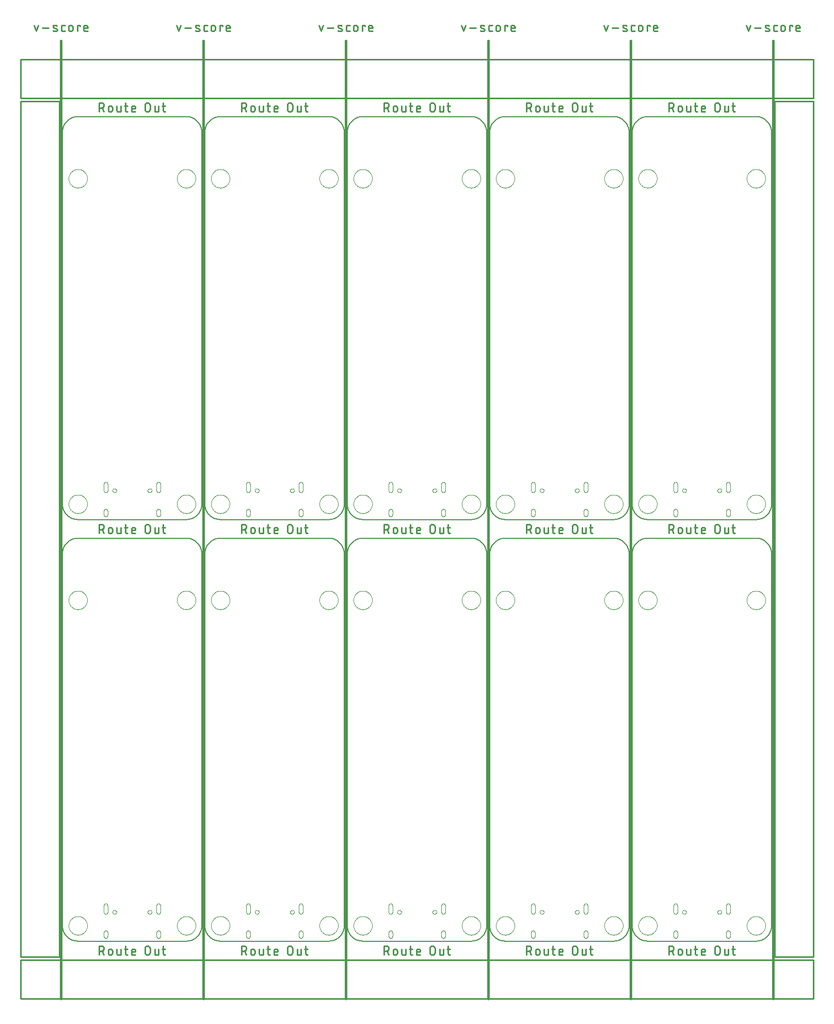
<source format=gko>
G04 EAGLE Gerber RS-274X export*
G75*
%MOMM*%
%FSLAX34Y34*%
%LPD*%
%IN*%
%IPPOS*%
%AMOC8*
5,1,8,0,0,1.08239X$1,22.5*%
G01*
%ADD10C,0.127000*%
%ADD11C,0.279400*%
%ADD12C,0.381000*%
%ADD13C,0.254000*%
%ADD14C,0.000000*%
%ADD15C,0.010000*%


D10*
X0Y25400D02*
X0Y635000D01*
X7Y635614D01*
X30Y636227D01*
X67Y636840D01*
X119Y637451D01*
X185Y638062D01*
X267Y638670D01*
X363Y639276D01*
X473Y639880D01*
X598Y640481D01*
X738Y641079D01*
X892Y641673D01*
X1061Y642263D01*
X1243Y642849D01*
X1440Y643430D01*
X1651Y644007D01*
X1875Y644578D01*
X2113Y645144D01*
X2365Y645704D01*
X2631Y646257D01*
X2909Y646804D01*
X3201Y647344D01*
X3506Y647877D01*
X3824Y648402D01*
X4154Y648920D01*
X4496Y649429D01*
X4851Y649930D01*
X5218Y650422D01*
X5596Y650905D01*
X5986Y651379D01*
X6388Y651843D01*
X6800Y652298D01*
X7224Y652742D01*
X7658Y653176D01*
X8102Y653600D01*
X8557Y654012D01*
X9021Y654414D01*
X9495Y654804D01*
X9978Y655182D01*
X10470Y655549D01*
X10971Y655904D01*
X11480Y656246D01*
X11998Y656576D01*
X12523Y656894D01*
X13056Y657199D01*
X13596Y657491D01*
X14143Y657769D01*
X14696Y658035D01*
X15256Y658287D01*
X15822Y658525D01*
X16393Y658749D01*
X16970Y658960D01*
X17551Y659157D01*
X18137Y659339D01*
X18727Y659508D01*
X19321Y659662D01*
X19919Y659802D01*
X20520Y659927D01*
X21124Y660037D01*
X21730Y660133D01*
X22338Y660215D01*
X22949Y660281D01*
X23560Y660333D01*
X24173Y660370D01*
X24786Y660393D01*
X25400Y660400D01*
X203100Y660400D01*
X203715Y660394D01*
X204330Y660373D01*
X204944Y660337D01*
X205557Y660286D01*
X206168Y660220D01*
X206778Y660140D01*
X207385Y660045D01*
X207991Y659935D01*
X208593Y659811D01*
X209192Y659672D01*
X209788Y659519D01*
X210379Y659352D01*
X210967Y659170D01*
X211550Y658974D01*
X212128Y658764D01*
X212701Y658540D01*
X213268Y658302D01*
X213829Y658051D01*
X214384Y657786D01*
X214933Y657508D01*
X215475Y657217D01*
X216009Y656912D01*
X216536Y656595D01*
X217055Y656266D01*
X217566Y655923D01*
X218069Y655569D01*
X218563Y655202D01*
X219047Y654824D01*
X219523Y654434D01*
X219989Y654033D01*
X220445Y653620D01*
X220891Y653197D01*
X221327Y652763D01*
X221752Y652318D01*
X222166Y651864D01*
X222570Y651399D01*
X222961Y650925D01*
X223342Y650442D01*
X223710Y649950D01*
X224066Y649448D01*
X224411Y648939D01*
X224743Y648421D01*
X225062Y647895D01*
X225368Y647362D01*
X225662Y646821D01*
X225942Y646274D01*
X226209Y645720D01*
X226462Y645160D01*
X226702Y644593D01*
X226928Y644021D01*
X227141Y643444D01*
X227339Y642862D01*
X227523Y642275D01*
X227693Y641684D01*
X227848Y641089D01*
X227990Y640491D01*
X228116Y639889D01*
X228228Y639284D01*
X228326Y638677D01*
X228408Y638067D01*
X228476Y637456D01*
X228529Y636843D01*
X228568Y636230D01*
X228591Y635615D01*
X228600Y635000D01*
X228600Y25400D01*
X228593Y24786D01*
X228570Y24173D01*
X228533Y23560D01*
X228481Y22949D01*
X228415Y22338D01*
X228333Y21730D01*
X228237Y21124D01*
X228127Y20520D01*
X228002Y19919D01*
X227862Y19321D01*
X227708Y18727D01*
X227539Y18137D01*
X227357Y17551D01*
X227160Y16970D01*
X226949Y16393D01*
X226725Y15822D01*
X226487Y15256D01*
X226235Y14696D01*
X225969Y14143D01*
X225691Y13596D01*
X225399Y13056D01*
X225094Y12523D01*
X224776Y11998D01*
X224446Y11480D01*
X224104Y10971D01*
X223749Y10470D01*
X223382Y9978D01*
X223004Y9495D01*
X222614Y9021D01*
X222212Y8557D01*
X221800Y8102D01*
X221376Y7658D01*
X220942Y7224D01*
X220498Y6800D01*
X220043Y6388D01*
X219579Y5986D01*
X219105Y5596D01*
X218622Y5218D01*
X218130Y4851D01*
X217629Y4496D01*
X217120Y4154D01*
X216602Y3824D01*
X216077Y3506D01*
X215544Y3201D01*
X215004Y2909D01*
X214457Y2631D01*
X213904Y2365D01*
X213344Y2113D01*
X212778Y1875D01*
X212207Y1651D01*
X211630Y1440D01*
X211049Y1243D01*
X210463Y1061D01*
X209873Y892D01*
X209279Y738D01*
X208681Y598D01*
X208080Y473D01*
X207476Y363D01*
X206870Y267D01*
X206262Y185D01*
X205651Y119D01*
X205040Y67D01*
X204427Y30D01*
X203814Y7D01*
X203200Y0D01*
X25400Y0D01*
X24786Y7D01*
X24173Y30D01*
X23560Y67D01*
X22949Y119D01*
X22338Y185D01*
X21730Y267D01*
X21124Y363D01*
X20520Y473D01*
X19919Y598D01*
X19321Y738D01*
X18727Y892D01*
X18137Y1061D01*
X17551Y1243D01*
X16970Y1440D01*
X16393Y1651D01*
X15822Y1875D01*
X15256Y2113D01*
X14696Y2365D01*
X14143Y2631D01*
X13596Y2909D01*
X13056Y3201D01*
X12523Y3506D01*
X11998Y3824D01*
X11480Y4154D01*
X10971Y4496D01*
X10470Y4851D01*
X9978Y5218D01*
X9495Y5596D01*
X9021Y5986D01*
X8557Y6388D01*
X8102Y6800D01*
X7658Y7224D01*
X7224Y7658D01*
X6800Y8102D01*
X6388Y8557D01*
X5986Y9021D01*
X5596Y9495D01*
X5218Y9978D01*
X4851Y10470D01*
X4496Y10971D01*
X4154Y11480D01*
X3824Y11998D01*
X3506Y12523D01*
X3201Y13056D01*
X2909Y13596D01*
X2631Y14143D01*
X2365Y14696D01*
X2113Y15256D01*
X1875Y15822D01*
X1651Y16393D01*
X1440Y16970D01*
X1243Y17551D01*
X1061Y18137D01*
X892Y18727D01*
X738Y19321D01*
X598Y19919D01*
X473Y20520D01*
X363Y21124D01*
X267Y21730D01*
X185Y22338D01*
X119Y22949D01*
X67Y23560D01*
X30Y24173D01*
X7Y24786D01*
X0Y25400D01*
D11*
X59804Y-7747D02*
X59804Y-22733D01*
X59804Y-7747D02*
X63967Y-7747D01*
X64095Y-7749D01*
X64223Y-7755D01*
X64351Y-7765D01*
X64479Y-7779D01*
X64606Y-7796D01*
X64732Y-7818D01*
X64858Y-7843D01*
X64982Y-7873D01*
X65106Y-7906D01*
X65229Y-7943D01*
X65351Y-7984D01*
X65471Y-8028D01*
X65590Y-8076D01*
X65707Y-8128D01*
X65823Y-8183D01*
X65936Y-8242D01*
X66049Y-8305D01*
X66159Y-8371D01*
X66266Y-8440D01*
X66372Y-8512D01*
X66476Y-8588D01*
X66577Y-8667D01*
X66676Y-8749D01*
X66772Y-8834D01*
X66865Y-8921D01*
X66956Y-9012D01*
X67043Y-9105D01*
X67128Y-9201D01*
X67210Y-9300D01*
X67289Y-9401D01*
X67365Y-9505D01*
X67437Y-9611D01*
X67506Y-9718D01*
X67572Y-9829D01*
X67635Y-9941D01*
X67694Y-10054D01*
X67749Y-10170D01*
X67801Y-10287D01*
X67849Y-10406D01*
X67893Y-10526D01*
X67934Y-10648D01*
X67971Y-10771D01*
X68004Y-10895D01*
X68034Y-11019D01*
X68059Y-11145D01*
X68081Y-11271D01*
X68098Y-11398D01*
X68112Y-11526D01*
X68122Y-11654D01*
X68128Y-11782D01*
X68130Y-11910D01*
X68128Y-12038D01*
X68122Y-12166D01*
X68112Y-12294D01*
X68098Y-12422D01*
X68081Y-12549D01*
X68059Y-12675D01*
X68034Y-12801D01*
X68004Y-12925D01*
X67971Y-13049D01*
X67934Y-13172D01*
X67893Y-13294D01*
X67849Y-13414D01*
X67801Y-13533D01*
X67749Y-13650D01*
X67694Y-13766D01*
X67635Y-13879D01*
X67572Y-13992D01*
X67506Y-14102D01*
X67437Y-14209D01*
X67365Y-14315D01*
X67289Y-14419D01*
X67210Y-14520D01*
X67128Y-14619D01*
X67043Y-14715D01*
X66956Y-14808D01*
X66865Y-14899D01*
X66772Y-14986D01*
X66676Y-15071D01*
X66577Y-15153D01*
X66476Y-15232D01*
X66372Y-15308D01*
X66266Y-15380D01*
X66159Y-15449D01*
X66049Y-15515D01*
X65936Y-15578D01*
X65823Y-15637D01*
X65707Y-15692D01*
X65590Y-15744D01*
X65471Y-15792D01*
X65351Y-15836D01*
X65229Y-15877D01*
X65106Y-15914D01*
X64982Y-15947D01*
X64858Y-15977D01*
X64732Y-16002D01*
X64606Y-16024D01*
X64479Y-16041D01*
X64351Y-16055D01*
X64223Y-16065D01*
X64095Y-16071D01*
X63967Y-16073D01*
X59804Y-16073D01*
X64799Y-16073D02*
X68129Y-22733D01*
X75088Y-19403D02*
X75088Y-16073D01*
X75090Y-15959D01*
X75096Y-15846D01*
X75105Y-15732D01*
X75119Y-15620D01*
X75136Y-15507D01*
X75158Y-15395D01*
X75183Y-15285D01*
X75211Y-15175D01*
X75244Y-15066D01*
X75280Y-14958D01*
X75320Y-14851D01*
X75364Y-14746D01*
X75411Y-14643D01*
X75461Y-14541D01*
X75515Y-14441D01*
X75573Y-14343D01*
X75634Y-14247D01*
X75697Y-14153D01*
X75765Y-14061D01*
X75835Y-13971D01*
X75908Y-13885D01*
X75984Y-13800D01*
X76063Y-13718D01*
X76145Y-13639D01*
X76230Y-13563D01*
X76316Y-13490D01*
X76406Y-13420D01*
X76498Y-13352D01*
X76592Y-13289D01*
X76688Y-13228D01*
X76786Y-13170D01*
X76886Y-13116D01*
X76988Y-13066D01*
X77091Y-13019D01*
X77196Y-12975D01*
X77303Y-12935D01*
X77411Y-12899D01*
X77520Y-12866D01*
X77630Y-12838D01*
X77740Y-12813D01*
X77852Y-12791D01*
X77965Y-12774D01*
X78077Y-12760D01*
X78191Y-12751D01*
X78304Y-12745D01*
X78418Y-12743D01*
X78532Y-12745D01*
X78645Y-12751D01*
X78759Y-12760D01*
X78871Y-12774D01*
X78984Y-12791D01*
X79096Y-12813D01*
X79206Y-12838D01*
X79316Y-12866D01*
X79425Y-12899D01*
X79533Y-12935D01*
X79640Y-12975D01*
X79745Y-13019D01*
X79848Y-13066D01*
X79950Y-13116D01*
X80050Y-13170D01*
X80148Y-13228D01*
X80244Y-13289D01*
X80338Y-13352D01*
X80430Y-13420D01*
X80520Y-13490D01*
X80606Y-13563D01*
X80691Y-13639D01*
X80773Y-13718D01*
X80852Y-13800D01*
X80928Y-13885D01*
X81001Y-13971D01*
X81071Y-14061D01*
X81139Y-14153D01*
X81202Y-14247D01*
X81263Y-14343D01*
X81321Y-14441D01*
X81375Y-14541D01*
X81425Y-14643D01*
X81472Y-14746D01*
X81516Y-14851D01*
X81556Y-14958D01*
X81592Y-15066D01*
X81625Y-15175D01*
X81653Y-15285D01*
X81678Y-15395D01*
X81700Y-15507D01*
X81717Y-15620D01*
X81731Y-15732D01*
X81740Y-15846D01*
X81746Y-15959D01*
X81748Y-16073D01*
X81748Y-19403D01*
X81746Y-19517D01*
X81740Y-19630D01*
X81731Y-19744D01*
X81717Y-19856D01*
X81700Y-19969D01*
X81678Y-20081D01*
X81653Y-20191D01*
X81625Y-20301D01*
X81592Y-20410D01*
X81556Y-20518D01*
X81516Y-20625D01*
X81472Y-20730D01*
X81425Y-20833D01*
X81375Y-20935D01*
X81321Y-21035D01*
X81263Y-21133D01*
X81202Y-21229D01*
X81139Y-21323D01*
X81071Y-21415D01*
X81001Y-21505D01*
X80928Y-21591D01*
X80852Y-21676D01*
X80773Y-21758D01*
X80691Y-21837D01*
X80606Y-21913D01*
X80520Y-21986D01*
X80430Y-22056D01*
X80338Y-22124D01*
X80244Y-22187D01*
X80148Y-22248D01*
X80050Y-22306D01*
X79950Y-22360D01*
X79848Y-22410D01*
X79745Y-22457D01*
X79640Y-22501D01*
X79533Y-22541D01*
X79425Y-22577D01*
X79316Y-22610D01*
X79206Y-22638D01*
X79096Y-22663D01*
X78984Y-22685D01*
X78871Y-22702D01*
X78759Y-22716D01*
X78645Y-22725D01*
X78532Y-22731D01*
X78418Y-22733D01*
X78304Y-22731D01*
X78191Y-22725D01*
X78077Y-22716D01*
X77965Y-22702D01*
X77852Y-22685D01*
X77740Y-22663D01*
X77630Y-22638D01*
X77520Y-22610D01*
X77411Y-22577D01*
X77303Y-22541D01*
X77196Y-22501D01*
X77091Y-22457D01*
X76988Y-22410D01*
X76886Y-22360D01*
X76786Y-22306D01*
X76688Y-22248D01*
X76592Y-22187D01*
X76498Y-22124D01*
X76406Y-22056D01*
X76316Y-21986D01*
X76230Y-21913D01*
X76145Y-21837D01*
X76063Y-21758D01*
X75984Y-21676D01*
X75908Y-21591D01*
X75835Y-21505D01*
X75765Y-21415D01*
X75697Y-21323D01*
X75634Y-21229D01*
X75573Y-21133D01*
X75515Y-21035D01*
X75461Y-20935D01*
X75411Y-20833D01*
X75364Y-20730D01*
X75320Y-20625D01*
X75280Y-20518D01*
X75244Y-20410D01*
X75211Y-20301D01*
X75183Y-20191D01*
X75158Y-20081D01*
X75136Y-19969D01*
X75119Y-19856D01*
X75105Y-19744D01*
X75096Y-19630D01*
X75090Y-19517D01*
X75088Y-19403D01*
X89156Y-20235D02*
X89156Y-12742D01*
X89155Y-20235D02*
X89157Y-20333D01*
X89163Y-20431D01*
X89172Y-20529D01*
X89186Y-20626D01*
X89203Y-20722D01*
X89224Y-20818D01*
X89249Y-20913D01*
X89277Y-21007D01*
X89309Y-21100D01*
X89345Y-21191D01*
X89384Y-21281D01*
X89427Y-21369D01*
X89474Y-21456D01*
X89523Y-21540D01*
X89576Y-21623D01*
X89632Y-21703D01*
X89691Y-21782D01*
X89754Y-21857D01*
X89819Y-21931D01*
X89887Y-22001D01*
X89957Y-22069D01*
X90031Y-22135D01*
X90107Y-22197D01*
X90185Y-22256D01*
X90265Y-22312D01*
X90348Y-22365D01*
X90432Y-22415D01*
X90519Y-22461D01*
X90607Y-22504D01*
X90697Y-22543D01*
X90788Y-22579D01*
X90881Y-22611D01*
X90975Y-22639D01*
X91070Y-22664D01*
X91166Y-22685D01*
X91262Y-22702D01*
X91359Y-22716D01*
X91457Y-22725D01*
X91555Y-22731D01*
X91653Y-22733D01*
X95816Y-22733D01*
X95816Y-12742D01*
X101797Y-12742D02*
X106792Y-12742D01*
X103462Y-7747D02*
X103462Y-20235D01*
X103464Y-20333D01*
X103470Y-20431D01*
X103479Y-20529D01*
X103493Y-20626D01*
X103510Y-20722D01*
X103531Y-20818D01*
X103556Y-20913D01*
X103584Y-21007D01*
X103616Y-21100D01*
X103652Y-21191D01*
X103691Y-21281D01*
X103734Y-21369D01*
X103781Y-21456D01*
X103830Y-21540D01*
X103883Y-21623D01*
X103939Y-21703D01*
X103998Y-21782D01*
X104061Y-21857D01*
X104126Y-21931D01*
X104194Y-22001D01*
X104264Y-22069D01*
X104338Y-22135D01*
X104414Y-22197D01*
X104492Y-22256D01*
X104572Y-22312D01*
X104655Y-22365D01*
X104739Y-22415D01*
X104826Y-22461D01*
X104914Y-22504D01*
X105004Y-22543D01*
X105095Y-22579D01*
X105188Y-22611D01*
X105282Y-22639D01*
X105377Y-22664D01*
X105473Y-22685D01*
X105569Y-22702D01*
X105666Y-22716D01*
X105764Y-22725D01*
X105862Y-22731D01*
X105960Y-22733D01*
X106792Y-22733D01*
X115621Y-22733D02*
X119784Y-22733D01*
X115621Y-22733D02*
X115523Y-22731D01*
X115425Y-22725D01*
X115327Y-22716D01*
X115230Y-22702D01*
X115134Y-22685D01*
X115038Y-22664D01*
X114943Y-22639D01*
X114849Y-22611D01*
X114756Y-22579D01*
X114665Y-22543D01*
X114575Y-22504D01*
X114487Y-22461D01*
X114400Y-22414D01*
X114316Y-22365D01*
X114233Y-22312D01*
X114153Y-22256D01*
X114075Y-22197D01*
X113999Y-22135D01*
X113925Y-22069D01*
X113855Y-22001D01*
X113787Y-21931D01*
X113722Y-21857D01*
X113659Y-21782D01*
X113600Y-21703D01*
X113544Y-21623D01*
X113491Y-21540D01*
X113442Y-21456D01*
X113395Y-21369D01*
X113352Y-21281D01*
X113313Y-21191D01*
X113277Y-21100D01*
X113245Y-21007D01*
X113217Y-20913D01*
X113192Y-20818D01*
X113171Y-20722D01*
X113154Y-20626D01*
X113140Y-20529D01*
X113131Y-20431D01*
X113125Y-20333D01*
X113123Y-20235D01*
X113124Y-20235D02*
X113124Y-16073D01*
X113126Y-15959D01*
X113132Y-15846D01*
X113141Y-15732D01*
X113155Y-15620D01*
X113172Y-15507D01*
X113194Y-15395D01*
X113219Y-15285D01*
X113247Y-15175D01*
X113280Y-15066D01*
X113316Y-14958D01*
X113356Y-14851D01*
X113400Y-14746D01*
X113447Y-14643D01*
X113497Y-14541D01*
X113551Y-14441D01*
X113609Y-14343D01*
X113670Y-14247D01*
X113733Y-14153D01*
X113801Y-14061D01*
X113871Y-13971D01*
X113944Y-13885D01*
X114020Y-13800D01*
X114099Y-13718D01*
X114181Y-13639D01*
X114266Y-13563D01*
X114352Y-13490D01*
X114442Y-13420D01*
X114534Y-13352D01*
X114628Y-13289D01*
X114724Y-13228D01*
X114822Y-13170D01*
X114922Y-13116D01*
X115024Y-13066D01*
X115127Y-13019D01*
X115232Y-12975D01*
X115339Y-12935D01*
X115447Y-12899D01*
X115556Y-12866D01*
X115666Y-12838D01*
X115776Y-12813D01*
X115888Y-12791D01*
X116001Y-12774D01*
X116113Y-12760D01*
X116227Y-12751D01*
X116340Y-12745D01*
X116454Y-12743D01*
X116568Y-12745D01*
X116681Y-12751D01*
X116795Y-12760D01*
X116907Y-12774D01*
X117020Y-12791D01*
X117132Y-12813D01*
X117242Y-12838D01*
X117352Y-12866D01*
X117461Y-12899D01*
X117569Y-12935D01*
X117676Y-12975D01*
X117781Y-13019D01*
X117884Y-13066D01*
X117986Y-13116D01*
X118086Y-13170D01*
X118184Y-13228D01*
X118280Y-13289D01*
X118374Y-13352D01*
X118466Y-13420D01*
X118556Y-13490D01*
X118642Y-13563D01*
X118727Y-13639D01*
X118809Y-13718D01*
X118888Y-13800D01*
X118964Y-13885D01*
X119037Y-13971D01*
X119107Y-14061D01*
X119175Y-14153D01*
X119238Y-14247D01*
X119299Y-14343D01*
X119357Y-14441D01*
X119411Y-14541D01*
X119461Y-14643D01*
X119508Y-14746D01*
X119552Y-14851D01*
X119592Y-14958D01*
X119628Y-15066D01*
X119661Y-15175D01*
X119689Y-15285D01*
X119714Y-15395D01*
X119736Y-15507D01*
X119753Y-15620D01*
X119767Y-15732D01*
X119776Y-15846D01*
X119782Y-15959D01*
X119784Y-16073D01*
X119784Y-17738D01*
X113124Y-17738D01*
X135217Y-18570D02*
X135217Y-11910D01*
X135219Y-11782D01*
X135225Y-11654D01*
X135235Y-11526D01*
X135249Y-11398D01*
X135266Y-11271D01*
X135288Y-11145D01*
X135313Y-11019D01*
X135343Y-10895D01*
X135376Y-10771D01*
X135413Y-10648D01*
X135454Y-10526D01*
X135498Y-10406D01*
X135546Y-10287D01*
X135598Y-10170D01*
X135653Y-10054D01*
X135712Y-9941D01*
X135775Y-9828D01*
X135841Y-9718D01*
X135910Y-9611D01*
X135982Y-9505D01*
X136058Y-9401D01*
X136137Y-9300D01*
X136219Y-9201D01*
X136304Y-9105D01*
X136391Y-9012D01*
X136482Y-8921D01*
X136575Y-8834D01*
X136671Y-8749D01*
X136770Y-8667D01*
X136871Y-8588D01*
X136975Y-8512D01*
X137081Y-8440D01*
X137188Y-8371D01*
X137299Y-8305D01*
X137411Y-8242D01*
X137524Y-8183D01*
X137640Y-8128D01*
X137757Y-8076D01*
X137876Y-8028D01*
X137996Y-7984D01*
X138118Y-7943D01*
X138241Y-7906D01*
X138365Y-7873D01*
X138489Y-7843D01*
X138615Y-7818D01*
X138741Y-7796D01*
X138868Y-7779D01*
X138996Y-7765D01*
X139124Y-7755D01*
X139252Y-7749D01*
X139380Y-7747D01*
X139508Y-7749D01*
X139636Y-7755D01*
X139764Y-7765D01*
X139892Y-7779D01*
X140019Y-7796D01*
X140145Y-7818D01*
X140271Y-7843D01*
X140395Y-7873D01*
X140519Y-7906D01*
X140642Y-7943D01*
X140764Y-7984D01*
X140884Y-8028D01*
X141003Y-8076D01*
X141120Y-8128D01*
X141236Y-8183D01*
X141349Y-8242D01*
X141462Y-8305D01*
X141572Y-8371D01*
X141679Y-8440D01*
X141785Y-8512D01*
X141889Y-8588D01*
X141990Y-8667D01*
X142089Y-8749D01*
X142185Y-8834D01*
X142278Y-8921D01*
X142369Y-9012D01*
X142456Y-9105D01*
X142541Y-9201D01*
X142623Y-9300D01*
X142702Y-9401D01*
X142778Y-9505D01*
X142850Y-9611D01*
X142919Y-9718D01*
X142985Y-9829D01*
X143048Y-9941D01*
X143107Y-10054D01*
X143162Y-10170D01*
X143214Y-10287D01*
X143262Y-10406D01*
X143306Y-10526D01*
X143347Y-10648D01*
X143384Y-10771D01*
X143417Y-10895D01*
X143447Y-11019D01*
X143472Y-11145D01*
X143494Y-11271D01*
X143511Y-11398D01*
X143525Y-11526D01*
X143535Y-11654D01*
X143541Y-11782D01*
X143543Y-11910D01*
X143542Y-11910D02*
X143542Y-18570D01*
X143543Y-18570D02*
X143541Y-18698D01*
X143535Y-18826D01*
X143525Y-18954D01*
X143511Y-19082D01*
X143494Y-19209D01*
X143472Y-19335D01*
X143447Y-19461D01*
X143417Y-19585D01*
X143384Y-19709D01*
X143347Y-19832D01*
X143306Y-19954D01*
X143262Y-20074D01*
X143214Y-20193D01*
X143162Y-20310D01*
X143107Y-20426D01*
X143048Y-20539D01*
X142985Y-20652D01*
X142919Y-20762D01*
X142850Y-20869D01*
X142778Y-20975D01*
X142702Y-21079D01*
X142623Y-21180D01*
X142541Y-21279D01*
X142456Y-21375D01*
X142369Y-21468D01*
X142278Y-21559D01*
X142185Y-21646D01*
X142089Y-21731D01*
X141990Y-21813D01*
X141889Y-21892D01*
X141785Y-21968D01*
X141679Y-22040D01*
X141572Y-22109D01*
X141461Y-22175D01*
X141349Y-22238D01*
X141236Y-22297D01*
X141120Y-22352D01*
X141003Y-22404D01*
X140884Y-22452D01*
X140764Y-22496D01*
X140642Y-22537D01*
X140519Y-22574D01*
X140395Y-22607D01*
X140271Y-22637D01*
X140145Y-22662D01*
X140019Y-22684D01*
X139892Y-22701D01*
X139764Y-22715D01*
X139636Y-22725D01*
X139508Y-22731D01*
X139380Y-22733D01*
X139252Y-22731D01*
X139124Y-22725D01*
X138996Y-22715D01*
X138868Y-22701D01*
X138741Y-22684D01*
X138615Y-22662D01*
X138489Y-22637D01*
X138365Y-22607D01*
X138241Y-22574D01*
X138118Y-22537D01*
X137996Y-22496D01*
X137876Y-22452D01*
X137757Y-22404D01*
X137640Y-22352D01*
X137524Y-22297D01*
X137411Y-22238D01*
X137299Y-22175D01*
X137188Y-22109D01*
X137081Y-22040D01*
X136975Y-21968D01*
X136871Y-21892D01*
X136770Y-21813D01*
X136671Y-21731D01*
X136575Y-21646D01*
X136482Y-21559D01*
X136391Y-21468D01*
X136304Y-21375D01*
X136219Y-21279D01*
X136137Y-21180D01*
X136058Y-21079D01*
X135982Y-20975D01*
X135910Y-20869D01*
X135841Y-20762D01*
X135775Y-20651D01*
X135712Y-20539D01*
X135653Y-20426D01*
X135598Y-20310D01*
X135546Y-20193D01*
X135498Y-20074D01*
X135454Y-19954D01*
X135413Y-19832D01*
X135376Y-19709D01*
X135343Y-19585D01*
X135313Y-19461D01*
X135288Y-19335D01*
X135266Y-19209D01*
X135249Y-19082D01*
X135235Y-18954D01*
X135225Y-18826D01*
X135219Y-18698D01*
X135217Y-18570D01*
X151159Y-20235D02*
X151159Y-12742D01*
X151159Y-20235D02*
X151161Y-20333D01*
X151167Y-20431D01*
X151176Y-20529D01*
X151190Y-20626D01*
X151207Y-20722D01*
X151228Y-20818D01*
X151253Y-20913D01*
X151281Y-21007D01*
X151313Y-21100D01*
X151349Y-21191D01*
X151388Y-21281D01*
X151431Y-21369D01*
X151478Y-21456D01*
X151527Y-21540D01*
X151580Y-21623D01*
X151636Y-21703D01*
X151695Y-21782D01*
X151758Y-21857D01*
X151823Y-21931D01*
X151891Y-22001D01*
X151961Y-22069D01*
X152035Y-22135D01*
X152111Y-22197D01*
X152189Y-22256D01*
X152269Y-22312D01*
X152352Y-22365D01*
X152436Y-22415D01*
X152523Y-22461D01*
X152611Y-22504D01*
X152701Y-22543D01*
X152792Y-22579D01*
X152885Y-22611D01*
X152979Y-22639D01*
X153074Y-22664D01*
X153170Y-22685D01*
X153266Y-22702D01*
X153363Y-22716D01*
X153461Y-22725D01*
X153559Y-22731D01*
X153657Y-22733D01*
X157820Y-22733D01*
X157820Y-12742D01*
X163801Y-12742D02*
X168796Y-12742D01*
X165466Y-7747D02*
X165466Y-20235D01*
X165465Y-20235D02*
X165467Y-20333D01*
X165473Y-20431D01*
X165482Y-20529D01*
X165496Y-20626D01*
X165513Y-20722D01*
X165534Y-20818D01*
X165559Y-20913D01*
X165587Y-21007D01*
X165619Y-21100D01*
X165655Y-21191D01*
X165694Y-21281D01*
X165737Y-21369D01*
X165784Y-21456D01*
X165833Y-21540D01*
X165886Y-21623D01*
X165942Y-21703D01*
X166001Y-21782D01*
X166064Y-21857D01*
X166129Y-21931D01*
X166197Y-22001D01*
X166267Y-22069D01*
X166341Y-22135D01*
X166417Y-22197D01*
X166495Y-22256D01*
X166575Y-22312D01*
X166658Y-22365D01*
X166742Y-22415D01*
X166829Y-22461D01*
X166917Y-22504D01*
X167007Y-22543D01*
X167098Y-22579D01*
X167191Y-22611D01*
X167285Y-22639D01*
X167380Y-22664D01*
X167476Y-22685D01*
X167572Y-22702D01*
X167669Y-22716D01*
X167767Y-22725D01*
X167865Y-22731D01*
X167963Y-22733D01*
X167964Y-22733D02*
X168796Y-22733D01*
D10*
X233680Y25400D02*
X233680Y635000D01*
X233687Y635614D01*
X233710Y636227D01*
X233747Y636840D01*
X233799Y637451D01*
X233865Y638062D01*
X233947Y638670D01*
X234043Y639276D01*
X234153Y639880D01*
X234278Y640481D01*
X234418Y641079D01*
X234572Y641673D01*
X234741Y642263D01*
X234923Y642849D01*
X235120Y643430D01*
X235331Y644007D01*
X235555Y644578D01*
X235793Y645144D01*
X236045Y645704D01*
X236311Y646257D01*
X236589Y646804D01*
X236881Y647344D01*
X237186Y647877D01*
X237504Y648402D01*
X237834Y648920D01*
X238176Y649429D01*
X238531Y649930D01*
X238898Y650422D01*
X239276Y650905D01*
X239666Y651379D01*
X240068Y651843D01*
X240480Y652298D01*
X240904Y652742D01*
X241338Y653176D01*
X241782Y653600D01*
X242237Y654012D01*
X242701Y654414D01*
X243175Y654804D01*
X243658Y655182D01*
X244150Y655549D01*
X244651Y655904D01*
X245160Y656246D01*
X245678Y656576D01*
X246203Y656894D01*
X246736Y657199D01*
X247276Y657491D01*
X247823Y657769D01*
X248376Y658035D01*
X248936Y658287D01*
X249502Y658525D01*
X250073Y658749D01*
X250650Y658960D01*
X251231Y659157D01*
X251817Y659339D01*
X252407Y659508D01*
X253001Y659662D01*
X253599Y659802D01*
X254200Y659927D01*
X254804Y660037D01*
X255410Y660133D01*
X256018Y660215D01*
X256629Y660281D01*
X257240Y660333D01*
X257853Y660370D01*
X258466Y660393D01*
X259080Y660400D01*
X436780Y660400D01*
X437395Y660394D01*
X438010Y660373D01*
X438624Y660337D01*
X439237Y660286D01*
X439848Y660220D01*
X440458Y660140D01*
X441065Y660045D01*
X441671Y659935D01*
X442273Y659811D01*
X442872Y659672D01*
X443468Y659519D01*
X444059Y659352D01*
X444647Y659170D01*
X445230Y658974D01*
X445808Y658764D01*
X446381Y658540D01*
X446948Y658302D01*
X447509Y658051D01*
X448064Y657786D01*
X448613Y657508D01*
X449155Y657217D01*
X449689Y656912D01*
X450216Y656595D01*
X450735Y656266D01*
X451246Y655923D01*
X451749Y655569D01*
X452243Y655202D01*
X452727Y654824D01*
X453203Y654434D01*
X453669Y654033D01*
X454125Y653620D01*
X454571Y653197D01*
X455007Y652763D01*
X455432Y652318D01*
X455846Y651864D01*
X456250Y651399D01*
X456641Y650925D01*
X457022Y650442D01*
X457390Y649950D01*
X457746Y649448D01*
X458091Y648939D01*
X458423Y648421D01*
X458742Y647895D01*
X459048Y647362D01*
X459342Y646821D01*
X459622Y646274D01*
X459889Y645720D01*
X460142Y645160D01*
X460382Y644593D01*
X460608Y644021D01*
X460821Y643444D01*
X461019Y642862D01*
X461203Y642275D01*
X461373Y641684D01*
X461528Y641089D01*
X461670Y640491D01*
X461796Y639889D01*
X461908Y639284D01*
X462006Y638677D01*
X462088Y638067D01*
X462156Y637456D01*
X462209Y636843D01*
X462248Y636230D01*
X462271Y635615D01*
X462280Y635000D01*
X462280Y25400D01*
X462273Y24786D01*
X462250Y24173D01*
X462213Y23560D01*
X462161Y22949D01*
X462095Y22338D01*
X462013Y21730D01*
X461917Y21124D01*
X461807Y20520D01*
X461682Y19919D01*
X461542Y19321D01*
X461388Y18727D01*
X461219Y18137D01*
X461037Y17551D01*
X460840Y16970D01*
X460629Y16393D01*
X460405Y15822D01*
X460167Y15256D01*
X459915Y14696D01*
X459649Y14143D01*
X459371Y13596D01*
X459079Y13056D01*
X458774Y12523D01*
X458456Y11998D01*
X458126Y11480D01*
X457784Y10971D01*
X457429Y10470D01*
X457062Y9978D01*
X456684Y9495D01*
X456294Y9021D01*
X455892Y8557D01*
X455480Y8102D01*
X455056Y7658D01*
X454622Y7224D01*
X454178Y6800D01*
X453723Y6388D01*
X453259Y5986D01*
X452785Y5596D01*
X452302Y5218D01*
X451810Y4851D01*
X451309Y4496D01*
X450800Y4154D01*
X450282Y3824D01*
X449757Y3506D01*
X449224Y3201D01*
X448684Y2909D01*
X448137Y2631D01*
X447584Y2365D01*
X447024Y2113D01*
X446458Y1875D01*
X445887Y1651D01*
X445310Y1440D01*
X444729Y1243D01*
X444143Y1061D01*
X443553Y892D01*
X442959Y738D01*
X442361Y598D01*
X441760Y473D01*
X441156Y363D01*
X440550Y267D01*
X439942Y185D01*
X439331Y119D01*
X438720Y67D01*
X438107Y30D01*
X437494Y7D01*
X436880Y0D01*
X259080Y0D01*
X258466Y7D01*
X257853Y30D01*
X257240Y67D01*
X256629Y119D01*
X256018Y185D01*
X255410Y267D01*
X254804Y363D01*
X254200Y473D01*
X253599Y598D01*
X253001Y738D01*
X252407Y892D01*
X251817Y1061D01*
X251231Y1243D01*
X250650Y1440D01*
X250073Y1651D01*
X249502Y1875D01*
X248936Y2113D01*
X248376Y2365D01*
X247823Y2631D01*
X247276Y2909D01*
X246736Y3201D01*
X246203Y3506D01*
X245678Y3824D01*
X245160Y4154D01*
X244651Y4496D01*
X244150Y4851D01*
X243658Y5218D01*
X243175Y5596D01*
X242701Y5986D01*
X242237Y6388D01*
X241782Y6800D01*
X241338Y7224D01*
X240904Y7658D01*
X240480Y8102D01*
X240068Y8557D01*
X239666Y9021D01*
X239276Y9495D01*
X238898Y9978D01*
X238531Y10470D01*
X238176Y10971D01*
X237834Y11480D01*
X237504Y11998D01*
X237186Y12523D01*
X236881Y13056D01*
X236589Y13596D01*
X236311Y14143D01*
X236045Y14696D01*
X235793Y15256D01*
X235555Y15822D01*
X235331Y16393D01*
X235120Y16970D01*
X234923Y17551D01*
X234741Y18137D01*
X234572Y18727D01*
X234418Y19321D01*
X234278Y19919D01*
X234153Y20520D01*
X234043Y21124D01*
X233947Y21730D01*
X233865Y22338D01*
X233799Y22949D01*
X233747Y23560D01*
X233710Y24173D01*
X233687Y24786D01*
X233680Y25400D01*
D11*
X293484Y-7747D02*
X293484Y-22733D01*
X293484Y-7747D02*
X297647Y-7747D01*
X297775Y-7749D01*
X297903Y-7755D01*
X298031Y-7765D01*
X298159Y-7779D01*
X298286Y-7796D01*
X298412Y-7818D01*
X298538Y-7843D01*
X298662Y-7873D01*
X298786Y-7906D01*
X298909Y-7943D01*
X299031Y-7984D01*
X299151Y-8028D01*
X299270Y-8076D01*
X299387Y-8128D01*
X299503Y-8183D01*
X299616Y-8242D01*
X299729Y-8305D01*
X299839Y-8371D01*
X299946Y-8440D01*
X300052Y-8512D01*
X300156Y-8588D01*
X300257Y-8667D01*
X300356Y-8749D01*
X300452Y-8834D01*
X300545Y-8921D01*
X300636Y-9012D01*
X300723Y-9105D01*
X300808Y-9201D01*
X300890Y-9300D01*
X300969Y-9401D01*
X301045Y-9505D01*
X301117Y-9611D01*
X301186Y-9718D01*
X301252Y-9829D01*
X301315Y-9941D01*
X301374Y-10054D01*
X301429Y-10170D01*
X301481Y-10287D01*
X301529Y-10406D01*
X301573Y-10526D01*
X301614Y-10648D01*
X301651Y-10771D01*
X301684Y-10895D01*
X301714Y-11019D01*
X301739Y-11145D01*
X301761Y-11271D01*
X301778Y-11398D01*
X301792Y-11526D01*
X301802Y-11654D01*
X301808Y-11782D01*
X301810Y-11910D01*
X301808Y-12038D01*
X301802Y-12166D01*
X301792Y-12294D01*
X301778Y-12422D01*
X301761Y-12549D01*
X301739Y-12675D01*
X301714Y-12801D01*
X301684Y-12925D01*
X301651Y-13049D01*
X301614Y-13172D01*
X301573Y-13294D01*
X301529Y-13414D01*
X301481Y-13533D01*
X301429Y-13650D01*
X301374Y-13766D01*
X301315Y-13879D01*
X301252Y-13992D01*
X301186Y-14102D01*
X301117Y-14209D01*
X301045Y-14315D01*
X300969Y-14419D01*
X300890Y-14520D01*
X300808Y-14619D01*
X300723Y-14715D01*
X300636Y-14808D01*
X300545Y-14899D01*
X300452Y-14986D01*
X300356Y-15071D01*
X300257Y-15153D01*
X300156Y-15232D01*
X300052Y-15308D01*
X299946Y-15380D01*
X299839Y-15449D01*
X299729Y-15515D01*
X299616Y-15578D01*
X299503Y-15637D01*
X299387Y-15692D01*
X299270Y-15744D01*
X299151Y-15792D01*
X299031Y-15836D01*
X298909Y-15877D01*
X298786Y-15914D01*
X298662Y-15947D01*
X298538Y-15977D01*
X298412Y-16002D01*
X298286Y-16024D01*
X298159Y-16041D01*
X298031Y-16055D01*
X297903Y-16065D01*
X297775Y-16071D01*
X297647Y-16073D01*
X293484Y-16073D01*
X298479Y-16073D02*
X301809Y-22733D01*
X308768Y-19403D02*
X308768Y-16073D01*
X308770Y-15959D01*
X308776Y-15846D01*
X308785Y-15732D01*
X308799Y-15620D01*
X308816Y-15507D01*
X308838Y-15395D01*
X308863Y-15285D01*
X308891Y-15175D01*
X308924Y-15066D01*
X308960Y-14958D01*
X309000Y-14851D01*
X309044Y-14746D01*
X309091Y-14643D01*
X309141Y-14541D01*
X309195Y-14441D01*
X309253Y-14343D01*
X309314Y-14247D01*
X309377Y-14153D01*
X309445Y-14061D01*
X309515Y-13971D01*
X309588Y-13885D01*
X309664Y-13800D01*
X309743Y-13718D01*
X309825Y-13639D01*
X309910Y-13563D01*
X309996Y-13490D01*
X310086Y-13420D01*
X310178Y-13352D01*
X310272Y-13289D01*
X310368Y-13228D01*
X310466Y-13170D01*
X310566Y-13116D01*
X310668Y-13066D01*
X310771Y-13019D01*
X310876Y-12975D01*
X310983Y-12935D01*
X311091Y-12899D01*
X311200Y-12866D01*
X311310Y-12838D01*
X311420Y-12813D01*
X311532Y-12791D01*
X311645Y-12774D01*
X311757Y-12760D01*
X311871Y-12751D01*
X311984Y-12745D01*
X312098Y-12743D01*
X312212Y-12745D01*
X312325Y-12751D01*
X312439Y-12760D01*
X312551Y-12774D01*
X312664Y-12791D01*
X312776Y-12813D01*
X312886Y-12838D01*
X312996Y-12866D01*
X313105Y-12899D01*
X313213Y-12935D01*
X313320Y-12975D01*
X313425Y-13019D01*
X313528Y-13066D01*
X313630Y-13116D01*
X313730Y-13170D01*
X313828Y-13228D01*
X313924Y-13289D01*
X314018Y-13352D01*
X314110Y-13420D01*
X314200Y-13490D01*
X314286Y-13563D01*
X314371Y-13639D01*
X314453Y-13718D01*
X314532Y-13800D01*
X314608Y-13885D01*
X314681Y-13971D01*
X314751Y-14061D01*
X314819Y-14153D01*
X314882Y-14247D01*
X314943Y-14343D01*
X315001Y-14441D01*
X315055Y-14541D01*
X315105Y-14643D01*
X315152Y-14746D01*
X315196Y-14851D01*
X315236Y-14958D01*
X315272Y-15066D01*
X315305Y-15175D01*
X315333Y-15285D01*
X315358Y-15395D01*
X315380Y-15507D01*
X315397Y-15620D01*
X315411Y-15732D01*
X315420Y-15846D01*
X315426Y-15959D01*
X315428Y-16073D01*
X315428Y-19403D01*
X315426Y-19517D01*
X315420Y-19630D01*
X315411Y-19744D01*
X315397Y-19856D01*
X315380Y-19969D01*
X315358Y-20081D01*
X315333Y-20191D01*
X315305Y-20301D01*
X315272Y-20410D01*
X315236Y-20518D01*
X315196Y-20625D01*
X315152Y-20730D01*
X315105Y-20833D01*
X315055Y-20935D01*
X315001Y-21035D01*
X314943Y-21133D01*
X314882Y-21229D01*
X314819Y-21323D01*
X314751Y-21415D01*
X314681Y-21505D01*
X314608Y-21591D01*
X314532Y-21676D01*
X314453Y-21758D01*
X314371Y-21837D01*
X314286Y-21913D01*
X314200Y-21986D01*
X314110Y-22056D01*
X314018Y-22124D01*
X313924Y-22187D01*
X313828Y-22248D01*
X313730Y-22306D01*
X313630Y-22360D01*
X313528Y-22410D01*
X313425Y-22457D01*
X313320Y-22501D01*
X313213Y-22541D01*
X313105Y-22577D01*
X312996Y-22610D01*
X312886Y-22638D01*
X312776Y-22663D01*
X312664Y-22685D01*
X312551Y-22702D01*
X312439Y-22716D01*
X312325Y-22725D01*
X312212Y-22731D01*
X312098Y-22733D01*
X311984Y-22731D01*
X311871Y-22725D01*
X311757Y-22716D01*
X311645Y-22702D01*
X311532Y-22685D01*
X311420Y-22663D01*
X311310Y-22638D01*
X311200Y-22610D01*
X311091Y-22577D01*
X310983Y-22541D01*
X310876Y-22501D01*
X310771Y-22457D01*
X310668Y-22410D01*
X310566Y-22360D01*
X310466Y-22306D01*
X310368Y-22248D01*
X310272Y-22187D01*
X310178Y-22124D01*
X310086Y-22056D01*
X309996Y-21986D01*
X309910Y-21913D01*
X309825Y-21837D01*
X309743Y-21758D01*
X309664Y-21676D01*
X309588Y-21591D01*
X309515Y-21505D01*
X309445Y-21415D01*
X309377Y-21323D01*
X309314Y-21229D01*
X309253Y-21133D01*
X309195Y-21035D01*
X309141Y-20935D01*
X309091Y-20833D01*
X309044Y-20730D01*
X309000Y-20625D01*
X308960Y-20518D01*
X308924Y-20410D01*
X308891Y-20301D01*
X308863Y-20191D01*
X308838Y-20081D01*
X308816Y-19969D01*
X308799Y-19856D01*
X308785Y-19744D01*
X308776Y-19630D01*
X308770Y-19517D01*
X308768Y-19403D01*
X322836Y-20235D02*
X322836Y-12742D01*
X322835Y-20235D02*
X322837Y-20333D01*
X322843Y-20431D01*
X322852Y-20529D01*
X322866Y-20626D01*
X322883Y-20722D01*
X322904Y-20818D01*
X322929Y-20913D01*
X322957Y-21007D01*
X322989Y-21100D01*
X323025Y-21191D01*
X323064Y-21281D01*
X323107Y-21369D01*
X323154Y-21456D01*
X323203Y-21540D01*
X323256Y-21623D01*
X323312Y-21703D01*
X323371Y-21782D01*
X323434Y-21857D01*
X323499Y-21931D01*
X323567Y-22001D01*
X323637Y-22069D01*
X323711Y-22135D01*
X323787Y-22197D01*
X323865Y-22256D01*
X323945Y-22312D01*
X324028Y-22365D01*
X324112Y-22415D01*
X324199Y-22461D01*
X324287Y-22504D01*
X324377Y-22543D01*
X324468Y-22579D01*
X324561Y-22611D01*
X324655Y-22639D01*
X324750Y-22664D01*
X324846Y-22685D01*
X324942Y-22702D01*
X325039Y-22716D01*
X325137Y-22725D01*
X325235Y-22731D01*
X325333Y-22733D01*
X329496Y-22733D01*
X329496Y-12742D01*
X335477Y-12742D02*
X340472Y-12742D01*
X337142Y-7747D02*
X337142Y-20235D01*
X337144Y-20333D01*
X337150Y-20431D01*
X337159Y-20529D01*
X337173Y-20626D01*
X337190Y-20722D01*
X337211Y-20818D01*
X337236Y-20913D01*
X337264Y-21007D01*
X337296Y-21100D01*
X337332Y-21191D01*
X337371Y-21281D01*
X337414Y-21369D01*
X337461Y-21456D01*
X337510Y-21540D01*
X337563Y-21623D01*
X337619Y-21703D01*
X337678Y-21782D01*
X337741Y-21857D01*
X337806Y-21931D01*
X337874Y-22001D01*
X337944Y-22069D01*
X338018Y-22135D01*
X338094Y-22197D01*
X338172Y-22256D01*
X338252Y-22312D01*
X338335Y-22365D01*
X338419Y-22415D01*
X338506Y-22461D01*
X338594Y-22504D01*
X338684Y-22543D01*
X338775Y-22579D01*
X338868Y-22611D01*
X338962Y-22639D01*
X339057Y-22664D01*
X339153Y-22685D01*
X339249Y-22702D01*
X339346Y-22716D01*
X339444Y-22725D01*
X339542Y-22731D01*
X339640Y-22733D01*
X340472Y-22733D01*
X349301Y-22733D02*
X353464Y-22733D01*
X349301Y-22733D02*
X349203Y-22731D01*
X349105Y-22725D01*
X349007Y-22716D01*
X348910Y-22702D01*
X348814Y-22685D01*
X348718Y-22664D01*
X348623Y-22639D01*
X348529Y-22611D01*
X348436Y-22579D01*
X348345Y-22543D01*
X348255Y-22504D01*
X348167Y-22461D01*
X348080Y-22414D01*
X347996Y-22365D01*
X347913Y-22312D01*
X347833Y-22256D01*
X347755Y-22197D01*
X347679Y-22135D01*
X347605Y-22069D01*
X347535Y-22001D01*
X347467Y-21931D01*
X347402Y-21857D01*
X347339Y-21782D01*
X347280Y-21703D01*
X347224Y-21623D01*
X347171Y-21540D01*
X347122Y-21456D01*
X347075Y-21369D01*
X347032Y-21281D01*
X346993Y-21191D01*
X346957Y-21100D01*
X346925Y-21007D01*
X346897Y-20913D01*
X346872Y-20818D01*
X346851Y-20722D01*
X346834Y-20626D01*
X346820Y-20529D01*
X346811Y-20431D01*
X346805Y-20333D01*
X346803Y-20235D01*
X346804Y-20235D02*
X346804Y-16073D01*
X346806Y-15959D01*
X346812Y-15846D01*
X346821Y-15732D01*
X346835Y-15620D01*
X346852Y-15507D01*
X346874Y-15395D01*
X346899Y-15285D01*
X346927Y-15175D01*
X346960Y-15066D01*
X346996Y-14958D01*
X347036Y-14851D01*
X347080Y-14746D01*
X347127Y-14643D01*
X347177Y-14541D01*
X347231Y-14441D01*
X347289Y-14343D01*
X347350Y-14247D01*
X347413Y-14153D01*
X347481Y-14061D01*
X347551Y-13971D01*
X347624Y-13885D01*
X347700Y-13800D01*
X347779Y-13718D01*
X347861Y-13639D01*
X347946Y-13563D01*
X348032Y-13490D01*
X348122Y-13420D01*
X348214Y-13352D01*
X348308Y-13289D01*
X348404Y-13228D01*
X348502Y-13170D01*
X348602Y-13116D01*
X348704Y-13066D01*
X348807Y-13019D01*
X348912Y-12975D01*
X349019Y-12935D01*
X349127Y-12899D01*
X349236Y-12866D01*
X349346Y-12838D01*
X349456Y-12813D01*
X349568Y-12791D01*
X349681Y-12774D01*
X349793Y-12760D01*
X349907Y-12751D01*
X350020Y-12745D01*
X350134Y-12743D01*
X350248Y-12745D01*
X350361Y-12751D01*
X350475Y-12760D01*
X350587Y-12774D01*
X350700Y-12791D01*
X350812Y-12813D01*
X350922Y-12838D01*
X351032Y-12866D01*
X351141Y-12899D01*
X351249Y-12935D01*
X351356Y-12975D01*
X351461Y-13019D01*
X351564Y-13066D01*
X351666Y-13116D01*
X351766Y-13170D01*
X351864Y-13228D01*
X351960Y-13289D01*
X352054Y-13352D01*
X352146Y-13420D01*
X352236Y-13490D01*
X352322Y-13563D01*
X352407Y-13639D01*
X352489Y-13718D01*
X352568Y-13800D01*
X352644Y-13885D01*
X352717Y-13971D01*
X352787Y-14061D01*
X352855Y-14153D01*
X352918Y-14247D01*
X352979Y-14343D01*
X353037Y-14441D01*
X353091Y-14541D01*
X353141Y-14643D01*
X353188Y-14746D01*
X353232Y-14851D01*
X353272Y-14958D01*
X353308Y-15066D01*
X353341Y-15175D01*
X353369Y-15285D01*
X353394Y-15395D01*
X353416Y-15507D01*
X353433Y-15620D01*
X353447Y-15732D01*
X353456Y-15846D01*
X353462Y-15959D01*
X353464Y-16073D01*
X353464Y-17738D01*
X346804Y-17738D01*
X368897Y-18570D02*
X368897Y-11910D01*
X368899Y-11782D01*
X368905Y-11654D01*
X368915Y-11526D01*
X368929Y-11398D01*
X368946Y-11271D01*
X368968Y-11145D01*
X368993Y-11019D01*
X369023Y-10895D01*
X369056Y-10771D01*
X369093Y-10648D01*
X369134Y-10526D01*
X369178Y-10406D01*
X369226Y-10287D01*
X369278Y-10170D01*
X369333Y-10054D01*
X369392Y-9941D01*
X369455Y-9828D01*
X369521Y-9718D01*
X369590Y-9611D01*
X369662Y-9505D01*
X369738Y-9401D01*
X369817Y-9300D01*
X369899Y-9201D01*
X369984Y-9105D01*
X370071Y-9012D01*
X370162Y-8921D01*
X370255Y-8834D01*
X370351Y-8749D01*
X370450Y-8667D01*
X370551Y-8588D01*
X370655Y-8512D01*
X370761Y-8440D01*
X370868Y-8371D01*
X370979Y-8305D01*
X371091Y-8242D01*
X371204Y-8183D01*
X371320Y-8128D01*
X371437Y-8076D01*
X371556Y-8028D01*
X371676Y-7984D01*
X371798Y-7943D01*
X371921Y-7906D01*
X372045Y-7873D01*
X372169Y-7843D01*
X372295Y-7818D01*
X372421Y-7796D01*
X372548Y-7779D01*
X372676Y-7765D01*
X372804Y-7755D01*
X372932Y-7749D01*
X373060Y-7747D01*
X373188Y-7749D01*
X373316Y-7755D01*
X373444Y-7765D01*
X373572Y-7779D01*
X373699Y-7796D01*
X373825Y-7818D01*
X373951Y-7843D01*
X374075Y-7873D01*
X374199Y-7906D01*
X374322Y-7943D01*
X374444Y-7984D01*
X374564Y-8028D01*
X374683Y-8076D01*
X374800Y-8128D01*
X374916Y-8183D01*
X375029Y-8242D01*
X375142Y-8305D01*
X375252Y-8371D01*
X375359Y-8440D01*
X375465Y-8512D01*
X375569Y-8588D01*
X375670Y-8667D01*
X375769Y-8749D01*
X375865Y-8834D01*
X375958Y-8921D01*
X376049Y-9012D01*
X376136Y-9105D01*
X376221Y-9201D01*
X376303Y-9300D01*
X376382Y-9401D01*
X376458Y-9505D01*
X376530Y-9611D01*
X376599Y-9718D01*
X376665Y-9829D01*
X376728Y-9941D01*
X376787Y-10054D01*
X376842Y-10170D01*
X376894Y-10287D01*
X376942Y-10406D01*
X376986Y-10526D01*
X377027Y-10648D01*
X377064Y-10771D01*
X377097Y-10895D01*
X377127Y-11019D01*
X377152Y-11145D01*
X377174Y-11271D01*
X377191Y-11398D01*
X377205Y-11526D01*
X377215Y-11654D01*
X377221Y-11782D01*
X377223Y-11910D01*
X377222Y-11910D02*
X377222Y-18570D01*
X377223Y-18570D02*
X377221Y-18698D01*
X377215Y-18826D01*
X377205Y-18954D01*
X377191Y-19082D01*
X377174Y-19209D01*
X377152Y-19335D01*
X377127Y-19461D01*
X377097Y-19585D01*
X377064Y-19709D01*
X377027Y-19832D01*
X376986Y-19954D01*
X376942Y-20074D01*
X376894Y-20193D01*
X376842Y-20310D01*
X376787Y-20426D01*
X376728Y-20539D01*
X376665Y-20652D01*
X376599Y-20762D01*
X376530Y-20869D01*
X376458Y-20975D01*
X376382Y-21079D01*
X376303Y-21180D01*
X376221Y-21279D01*
X376136Y-21375D01*
X376049Y-21468D01*
X375958Y-21559D01*
X375865Y-21646D01*
X375769Y-21731D01*
X375670Y-21813D01*
X375569Y-21892D01*
X375465Y-21968D01*
X375359Y-22040D01*
X375252Y-22109D01*
X375142Y-22175D01*
X375029Y-22238D01*
X374916Y-22297D01*
X374800Y-22352D01*
X374683Y-22404D01*
X374564Y-22452D01*
X374444Y-22496D01*
X374322Y-22537D01*
X374199Y-22574D01*
X374075Y-22607D01*
X373951Y-22637D01*
X373825Y-22662D01*
X373699Y-22684D01*
X373572Y-22701D01*
X373444Y-22715D01*
X373316Y-22725D01*
X373188Y-22731D01*
X373060Y-22733D01*
X372932Y-22731D01*
X372804Y-22725D01*
X372676Y-22715D01*
X372548Y-22701D01*
X372421Y-22684D01*
X372295Y-22662D01*
X372169Y-22637D01*
X372045Y-22607D01*
X371921Y-22574D01*
X371798Y-22537D01*
X371676Y-22496D01*
X371556Y-22452D01*
X371437Y-22404D01*
X371320Y-22352D01*
X371204Y-22297D01*
X371091Y-22238D01*
X370979Y-22175D01*
X370868Y-22109D01*
X370761Y-22040D01*
X370655Y-21968D01*
X370551Y-21892D01*
X370450Y-21813D01*
X370351Y-21731D01*
X370255Y-21646D01*
X370162Y-21559D01*
X370071Y-21468D01*
X369984Y-21375D01*
X369899Y-21279D01*
X369817Y-21180D01*
X369738Y-21079D01*
X369662Y-20975D01*
X369590Y-20869D01*
X369521Y-20762D01*
X369455Y-20651D01*
X369392Y-20539D01*
X369333Y-20426D01*
X369278Y-20310D01*
X369226Y-20193D01*
X369178Y-20074D01*
X369134Y-19954D01*
X369093Y-19832D01*
X369056Y-19709D01*
X369023Y-19585D01*
X368993Y-19461D01*
X368968Y-19335D01*
X368946Y-19209D01*
X368929Y-19082D01*
X368915Y-18954D01*
X368905Y-18826D01*
X368899Y-18698D01*
X368897Y-18570D01*
X384839Y-20235D02*
X384839Y-12742D01*
X384839Y-20235D02*
X384841Y-20333D01*
X384847Y-20431D01*
X384856Y-20529D01*
X384870Y-20626D01*
X384887Y-20722D01*
X384908Y-20818D01*
X384933Y-20913D01*
X384961Y-21007D01*
X384993Y-21100D01*
X385029Y-21191D01*
X385068Y-21281D01*
X385111Y-21369D01*
X385158Y-21456D01*
X385207Y-21540D01*
X385260Y-21623D01*
X385316Y-21703D01*
X385375Y-21782D01*
X385438Y-21857D01*
X385503Y-21931D01*
X385571Y-22001D01*
X385641Y-22069D01*
X385715Y-22135D01*
X385791Y-22197D01*
X385869Y-22256D01*
X385949Y-22312D01*
X386032Y-22365D01*
X386116Y-22415D01*
X386203Y-22461D01*
X386291Y-22504D01*
X386381Y-22543D01*
X386472Y-22579D01*
X386565Y-22611D01*
X386659Y-22639D01*
X386754Y-22664D01*
X386850Y-22685D01*
X386946Y-22702D01*
X387043Y-22716D01*
X387141Y-22725D01*
X387239Y-22731D01*
X387337Y-22733D01*
X391500Y-22733D01*
X391500Y-12742D01*
X397481Y-12742D02*
X402476Y-12742D01*
X399146Y-7747D02*
X399146Y-20235D01*
X399145Y-20235D02*
X399147Y-20333D01*
X399153Y-20431D01*
X399162Y-20529D01*
X399176Y-20626D01*
X399193Y-20722D01*
X399214Y-20818D01*
X399239Y-20913D01*
X399267Y-21007D01*
X399299Y-21100D01*
X399335Y-21191D01*
X399374Y-21281D01*
X399417Y-21369D01*
X399464Y-21456D01*
X399513Y-21540D01*
X399566Y-21623D01*
X399622Y-21703D01*
X399681Y-21782D01*
X399744Y-21857D01*
X399809Y-21931D01*
X399877Y-22001D01*
X399947Y-22069D01*
X400021Y-22135D01*
X400097Y-22197D01*
X400175Y-22256D01*
X400255Y-22312D01*
X400338Y-22365D01*
X400422Y-22415D01*
X400509Y-22461D01*
X400597Y-22504D01*
X400687Y-22543D01*
X400778Y-22579D01*
X400871Y-22611D01*
X400965Y-22639D01*
X401060Y-22664D01*
X401156Y-22685D01*
X401252Y-22702D01*
X401349Y-22716D01*
X401447Y-22725D01*
X401545Y-22731D01*
X401643Y-22733D01*
X401644Y-22733D02*
X402476Y-22733D01*
D10*
X467360Y25400D02*
X467360Y635000D01*
X467367Y635614D01*
X467390Y636227D01*
X467427Y636840D01*
X467479Y637451D01*
X467545Y638062D01*
X467627Y638670D01*
X467723Y639276D01*
X467833Y639880D01*
X467958Y640481D01*
X468098Y641079D01*
X468252Y641673D01*
X468421Y642263D01*
X468603Y642849D01*
X468800Y643430D01*
X469011Y644007D01*
X469235Y644578D01*
X469473Y645144D01*
X469725Y645704D01*
X469991Y646257D01*
X470269Y646804D01*
X470561Y647344D01*
X470866Y647877D01*
X471184Y648402D01*
X471514Y648920D01*
X471856Y649429D01*
X472211Y649930D01*
X472578Y650422D01*
X472956Y650905D01*
X473346Y651379D01*
X473748Y651843D01*
X474160Y652298D01*
X474584Y652742D01*
X475018Y653176D01*
X475462Y653600D01*
X475917Y654012D01*
X476381Y654414D01*
X476855Y654804D01*
X477338Y655182D01*
X477830Y655549D01*
X478331Y655904D01*
X478840Y656246D01*
X479358Y656576D01*
X479883Y656894D01*
X480416Y657199D01*
X480956Y657491D01*
X481503Y657769D01*
X482056Y658035D01*
X482616Y658287D01*
X483182Y658525D01*
X483753Y658749D01*
X484330Y658960D01*
X484911Y659157D01*
X485497Y659339D01*
X486087Y659508D01*
X486681Y659662D01*
X487279Y659802D01*
X487880Y659927D01*
X488484Y660037D01*
X489090Y660133D01*
X489698Y660215D01*
X490309Y660281D01*
X490920Y660333D01*
X491533Y660370D01*
X492146Y660393D01*
X492760Y660400D01*
X670460Y660400D01*
X671075Y660394D01*
X671690Y660373D01*
X672304Y660337D01*
X672917Y660286D01*
X673528Y660220D01*
X674138Y660140D01*
X674745Y660045D01*
X675351Y659935D01*
X675953Y659811D01*
X676552Y659672D01*
X677148Y659519D01*
X677739Y659352D01*
X678327Y659170D01*
X678910Y658974D01*
X679488Y658764D01*
X680061Y658540D01*
X680628Y658302D01*
X681189Y658051D01*
X681744Y657786D01*
X682293Y657508D01*
X682835Y657217D01*
X683369Y656912D01*
X683896Y656595D01*
X684415Y656266D01*
X684926Y655923D01*
X685429Y655569D01*
X685923Y655202D01*
X686407Y654824D01*
X686883Y654434D01*
X687349Y654033D01*
X687805Y653620D01*
X688251Y653197D01*
X688687Y652763D01*
X689112Y652318D01*
X689526Y651864D01*
X689930Y651399D01*
X690321Y650925D01*
X690702Y650442D01*
X691070Y649950D01*
X691426Y649448D01*
X691771Y648939D01*
X692103Y648421D01*
X692422Y647895D01*
X692728Y647362D01*
X693022Y646821D01*
X693302Y646274D01*
X693569Y645720D01*
X693822Y645160D01*
X694062Y644593D01*
X694288Y644021D01*
X694501Y643444D01*
X694699Y642862D01*
X694883Y642275D01*
X695053Y641684D01*
X695208Y641089D01*
X695350Y640491D01*
X695476Y639889D01*
X695588Y639284D01*
X695686Y638677D01*
X695768Y638067D01*
X695836Y637456D01*
X695889Y636843D01*
X695928Y636230D01*
X695951Y635615D01*
X695960Y635000D01*
X695960Y25400D01*
X695953Y24786D01*
X695930Y24173D01*
X695893Y23560D01*
X695841Y22949D01*
X695775Y22338D01*
X695693Y21730D01*
X695597Y21124D01*
X695487Y20520D01*
X695362Y19919D01*
X695222Y19321D01*
X695068Y18727D01*
X694899Y18137D01*
X694717Y17551D01*
X694520Y16970D01*
X694309Y16393D01*
X694085Y15822D01*
X693847Y15256D01*
X693595Y14696D01*
X693329Y14143D01*
X693051Y13596D01*
X692759Y13056D01*
X692454Y12523D01*
X692136Y11998D01*
X691806Y11480D01*
X691464Y10971D01*
X691109Y10470D01*
X690742Y9978D01*
X690364Y9495D01*
X689974Y9021D01*
X689572Y8557D01*
X689160Y8102D01*
X688736Y7658D01*
X688302Y7224D01*
X687858Y6800D01*
X687403Y6388D01*
X686939Y5986D01*
X686465Y5596D01*
X685982Y5218D01*
X685490Y4851D01*
X684989Y4496D01*
X684480Y4154D01*
X683962Y3824D01*
X683437Y3506D01*
X682904Y3201D01*
X682364Y2909D01*
X681817Y2631D01*
X681264Y2365D01*
X680704Y2113D01*
X680138Y1875D01*
X679567Y1651D01*
X678990Y1440D01*
X678409Y1243D01*
X677823Y1061D01*
X677233Y892D01*
X676639Y738D01*
X676041Y598D01*
X675440Y473D01*
X674836Y363D01*
X674230Y267D01*
X673622Y185D01*
X673011Y119D01*
X672400Y67D01*
X671787Y30D01*
X671174Y7D01*
X670560Y0D01*
X492760Y0D01*
X492146Y7D01*
X491533Y30D01*
X490920Y67D01*
X490309Y119D01*
X489698Y185D01*
X489090Y267D01*
X488484Y363D01*
X487880Y473D01*
X487279Y598D01*
X486681Y738D01*
X486087Y892D01*
X485497Y1061D01*
X484911Y1243D01*
X484330Y1440D01*
X483753Y1651D01*
X483182Y1875D01*
X482616Y2113D01*
X482056Y2365D01*
X481503Y2631D01*
X480956Y2909D01*
X480416Y3201D01*
X479883Y3506D01*
X479358Y3824D01*
X478840Y4154D01*
X478331Y4496D01*
X477830Y4851D01*
X477338Y5218D01*
X476855Y5596D01*
X476381Y5986D01*
X475917Y6388D01*
X475462Y6800D01*
X475018Y7224D01*
X474584Y7658D01*
X474160Y8102D01*
X473748Y8557D01*
X473346Y9021D01*
X472956Y9495D01*
X472578Y9978D01*
X472211Y10470D01*
X471856Y10971D01*
X471514Y11480D01*
X471184Y11998D01*
X470866Y12523D01*
X470561Y13056D01*
X470269Y13596D01*
X469991Y14143D01*
X469725Y14696D01*
X469473Y15256D01*
X469235Y15822D01*
X469011Y16393D01*
X468800Y16970D01*
X468603Y17551D01*
X468421Y18137D01*
X468252Y18727D01*
X468098Y19321D01*
X467958Y19919D01*
X467833Y20520D01*
X467723Y21124D01*
X467627Y21730D01*
X467545Y22338D01*
X467479Y22949D01*
X467427Y23560D01*
X467390Y24173D01*
X467367Y24786D01*
X467360Y25400D01*
D11*
X527164Y-7747D02*
X527164Y-22733D01*
X527164Y-7747D02*
X531327Y-7747D01*
X531455Y-7749D01*
X531583Y-7755D01*
X531711Y-7765D01*
X531839Y-7779D01*
X531966Y-7796D01*
X532092Y-7818D01*
X532218Y-7843D01*
X532342Y-7873D01*
X532466Y-7906D01*
X532589Y-7943D01*
X532711Y-7984D01*
X532831Y-8028D01*
X532950Y-8076D01*
X533067Y-8128D01*
X533183Y-8183D01*
X533296Y-8242D01*
X533409Y-8305D01*
X533519Y-8371D01*
X533626Y-8440D01*
X533732Y-8512D01*
X533836Y-8588D01*
X533937Y-8667D01*
X534036Y-8749D01*
X534132Y-8834D01*
X534225Y-8921D01*
X534316Y-9012D01*
X534403Y-9105D01*
X534488Y-9201D01*
X534570Y-9300D01*
X534649Y-9401D01*
X534725Y-9505D01*
X534797Y-9611D01*
X534866Y-9718D01*
X534932Y-9829D01*
X534995Y-9941D01*
X535054Y-10054D01*
X535109Y-10170D01*
X535161Y-10287D01*
X535209Y-10406D01*
X535253Y-10526D01*
X535294Y-10648D01*
X535331Y-10771D01*
X535364Y-10895D01*
X535394Y-11019D01*
X535419Y-11145D01*
X535441Y-11271D01*
X535458Y-11398D01*
X535472Y-11526D01*
X535482Y-11654D01*
X535488Y-11782D01*
X535490Y-11910D01*
X535488Y-12038D01*
X535482Y-12166D01*
X535472Y-12294D01*
X535458Y-12422D01*
X535441Y-12549D01*
X535419Y-12675D01*
X535394Y-12801D01*
X535364Y-12925D01*
X535331Y-13049D01*
X535294Y-13172D01*
X535253Y-13294D01*
X535209Y-13414D01*
X535161Y-13533D01*
X535109Y-13650D01*
X535054Y-13766D01*
X534995Y-13879D01*
X534932Y-13992D01*
X534866Y-14102D01*
X534797Y-14209D01*
X534725Y-14315D01*
X534649Y-14419D01*
X534570Y-14520D01*
X534488Y-14619D01*
X534403Y-14715D01*
X534316Y-14808D01*
X534225Y-14899D01*
X534132Y-14986D01*
X534036Y-15071D01*
X533937Y-15153D01*
X533836Y-15232D01*
X533732Y-15308D01*
X533626Y-15380D01*
X533519Y-15449D01*
X533409Y-15515D01*
X533296Y-15578D01*
X533183Y-15637D01*
X533067Y-15692D01*
X532950Y-15744D01*
X532831Y-15792D01*
X532711Y-15836D01*
X532589Y-15877D01*
X532466Y-15914D01*
X532342Y-15947D01*
X532218Y-15977D01*
X532092Y-16002D01*
X531966Y-16024D01*
X531839Y-16041D01*
X531711Y-16055D01*
X531583Y-16065D01*
X531455Y-16071D01*
X531327Y-16073D01*
X527164Y-16073D01*
X532159Y-16073D02*
X535489Y-22733D01*
X542448Y-19403D02*
X542448Y-16073D01*
X542450Y-15959D01*
X542456Y-15846D01*
X542465Y-15732D01*
X542479Y-15620D01*
X542496Y-15507D01*
X542518Y-15395D01*
X542543Y-15285D01*
X542571Y-15175D01*
X542604Y-15066D01*
X542640Y-14958D01*
X542680Y-14851D01*
X542724Y-14746D01*
X542771Y-14643D01*
X542821Y-14541D01*
X542875Y-14441D01*
X542933Y-14343D01*
X542994Y-14247D01*
X543057Y-14153D01*
X543125Y-14061D01*
X543195Y-13971D01*
X543268Y-13885D01*
X543344Y-13800D01*
X543423Y-13718D01*
X543505Y-13639D01*
X543590Y-13563D01*
X543676Y-13490D01*
X543766Y-13420D01*
X543858Y-13352D01*
X543952Y-13289D01*
X544048Y-13228D01*
X544146Y-13170D01*
X544246Y-13116D01*
X544348Y-13066D01*
X544451Y-13019D01*
X544556Y-12975D01*
X544663Y-12935D01*
X544771Y-12899D01*
X544880Y-12866D01*
X544990Y-12838D01*
X545100Y-12813D01*
X545212Y-12791D01*
X545325Y-12774D01*
X545437Y-12760D01*
X545551Y-12751D01*
X545664Y-12745D01*
X545778Y-12743D01*
X545892Y-12745D01*
X546005Y-12751D01*
X546119Y-12760D01*
X546231Y-12774D01*
X546344Y-12791D01*
X546456Y-12813D01*
X546566Y-12838D01*
X546676Y-12866D01*
X546785Y-12899D01*
X546893Y-12935D01*
X547000Y-12975D01*
X547105Y-13019D01*
X547208Y-13066D01*
X547310Y-13116D01*
X547410Y-13170D01*
X547508Y-13228D01*
X547604Y-13289D01*
X547698Y-13352D01*
X547790Y-13420D01*
X547880Y-13490D01*
X547966Y-13563D01*
X548051Y-13639D01*
X548133Y-13718D01*
X548212Y-13800D01*
X548288Y-13885D01*
X548361Y-13971D01*
X548431Y-14061D01*
X548499Y-14153D01*
X548562Y-14247D01*
X548623Y-14343D01*
X548681Y-14441D01*
X548735Y-14541D01*
X548785Y-14643D01*
X548832Y-14746D01*
X548876Y-14851D01*
X548916Y-14958D01*
X548952Y-15066D01*
X548985Y-15175D01*
X549013Y-15285D01*
X549038Y-15395D01*
X549060Y-15507D01*
X549077Y-15620D01*
X549091Y-15732D01*
X549100Y-15846D01*
X549106Y-15959D01*
X549108Y-16073D01*
X549108Y-19403D01*
X549106Y-19517D01*
X549100Y-19630D01*
X549091Y-19744D01*
X549077Y-19856D01*
X549060Y-19969D01*
X549038Y-20081D01*
X549013Y-20191D01*
X548985Y-20301D01*
X548952Y-20410D01*
X548916Y-20518D01*
X548876Y-20625D01*
X548832Y-20730D01*
X548785Y-20833D01*
X548735Y-20935D01*
X548681Y-21035D01*
X548623Y-21133D01*
X548562Y-21229D01*
X548499Y-21323D01*
X548431Y-21415D01*
X548361Y-21505D01*
X548288Y-21591D01*
X548212Y-21676D01*
X548133Y-21758D01*
X548051Y-21837D01*
X547966Y-21913D01*
X547880Y-21986D01*
X547790Y-22056D01*
X547698Y-22124D01*
X547604Y-22187D01*
X547508Y-22248D01*
X547410Y-22306D01*
X547310Y-22360D01*
X547208Y-22410D01*
X547105Y-22457D01*
X547000Y-22501D01*
X546893Y-22541D01*
X546785Y-22577D01*
X546676Y-22610D01*
X546566Y-22638D01*
X546456Y-22663D01*
X546344Y-22685D01*
X546231Y-22702D01*
X546119Y-22716D01*
X546005Y-22725D01*
X545892Y-22731D01*
X545778Y-22733D01*
X545664Y-22731D01*
X545551Y-22725D01*
X545437Y-22716D01*
X545325Y-22702D01*
X545212Y-22685D01*
X545100Y-22663D01*
X544990Y-22638D01*
X544880Y-22610D01*
X544771Y-22577D01*
X544663Y-22541D01*
X544556Y-22501D01*
X544451Y-22457D01*
X544348Y-22410D01*
X544246Y-22360D01*
X544146Y-22306D01*
X544048Y-22248D01*
X543952Y-22187D01*
X543858Y-22124D01*
X543766Y-22056D01*
X543676Y-21986D01*
X543590Y-21913D01*
X543505Y-21837D01*
X543423Y-21758D01*
X543344Y-21676D01*
X543268Y-21591D01*
X543195Y-21505D01*
X543125Y-21415D01*
X543057Y-21323D01*
X542994Y-21229D01*
X542933Y-21133D01*
X542875Y-21035D01*
X542821Y-20935D01*
X542771Y-20833D01*
X542724Y-20730D01*
X542680Y-20625D01*
X542640Y-20518D01*
X542604Y-20410D01*
X542571Y-20301D01*
X542543Y-20191D01*
X542518Y-20081D01*
X542496Y-19969D01*
X542479Y-19856D01*
X542465Y-19744D01*
X542456Y-19630D01*
X542450Y-19517D01*
X542448Y-19403D01*
X556516Y-20235D02*
X556516Y-12742D01*
X556515Y-20235D02*
X556517Y-20333D01*
X556523Y-20431D01*
X556532Y-20529D01*
X556546Y-20626D01*
X556563Y-20722D01*
X556584Y-20818D01*
X556609Y-20913D01*
X556637Y-21007D01*
X556669Y-21100D01*
X556705Y-21191D01*
X556744Y-21281D01*
X556787Y-21369D01*
X556834Y-21456D01*
X556883Y-21540D01*
X556936Y-21623D01*
X556992Y-21703D01*
X557051Y-21782D01*
X557114Y-21857D01*
X557179Y-21931D01*
X557247Y-22001D01*
X557317Y-22069D01*
X557391Y-22135D01*
X557467Y-22197D01*
X557545Y-22256D01*
X557625Y-22312D01*
X557708Y-22365D01*
X557792Y-22415D01*
X557879Y-22461D01*
X557967Y-22504D01*
X558057Y-22543D01*
X558148Y-22579D01*
X558241Y-22611D01*
X558335Y-22639D01*
X558430Y-22664D01*
X558526Y-22685D01*
X558622Y-22702D01*
X558719Y-22716D01*
X558817Y-22725D01*
X558915Y-22731D01*
X559013Y-22733D01*
X563176Y-22733D01*
X563176Y-12742D01*
X569157Y-12742D02*
X574152Y-12742D01*
X570822Y-7747D02*
X570822Y-20235D01*
X570824Y-20333D01*
X570830Y-20431D01*
X570839Y-20529D01*
X570853Y-20626D01*
X570870Y-20722D01*
X570891Y-20818D01*
X570916Y-20913D01*
X570944Y-21007D01*
X570976Y-21100D01*
X571012Y-21191D01*
X571051Y-21281D01*
X571094Y-21369D01*
X571141Y-21456D01*
X571190Y-21540D01*
X571243Y-21623D01*
X571299Y-21703D01*
X571358Y-21782D01*
X571421Y-21857D01*
X571486Y-21931D01*
X571554Y-22001D01*
X571624Y-22069D01*
X571698Y-22135D01*
X571774Y-22197D01*
X571852Y-22256D01*
X571932Y-22312D01*
X572015Y-22365D01*
X572099Y-22415D01*
X572186Y-22461D01*
X572274Y-22504D01*
X572364Y-22543D01*
X572455Y-22579D01*
X572548Y-22611D01*
X572642Y-22639D01*
X572737Y-22664D01*
X572833Y-22685D01*
X572929Y-22702D01*
X573026Y-22716D01*
X573124Y-22725D01*
X573222Y-22731D01*
X573320Y-22733D01*
X574152Y-22733D01*
X582981Y-22733D02*
X587144Y-22733D01*
X582981Y-22733D02*
X582883Y-22731D01*
X582785Y-22725D01*
X582687Y-22716D01*
X582590Y-22702D01*
X582494Y-22685D01*
X582398Y-22664D01*
X582303Y-22639D01*
X582209Y-22611D01*
X582116Y-22579D01*
X582025Y-22543D01*
X581935Y-22504D01*
X581847Y-22461D01*
X581760Y-22414D01*
X581676Y-22365D01*
X581593Y-22312D01*
X581513Y-22256D01*
X581435Y-22197D01*
X581359Y-22135D01*
X581285Y-22069D01*
X581215Y-22001D01*
X581147Y-21931D01*
X581082Y-21857D01*
X581019Y-21782D01*
X580960Y-21703D01*
X580904Y-21623D01*
X580851Y-21540D01*
X580802Y-21456D01*
X580755Y-21369D01*
X580712Y-21281D01*
X580673Y-21191D01*
X580637Y-21100D01*
X580605Y-21007D01*
X580577Y-20913D01*
X580552Y-20818D01*
X580531Y-20722D01*
X580514Y-20626D01*
X580500Y-20529D01*
X580491Y-20431D01*
X580485Y-20333D01*
X580483Y-20235D01*
X580484Y-20235D02*
X580484Y-16073D01*
X580486Y-15959D01*
X580492Y-15846D01*
X580501Y-15732D01*
X580515Y-15620D01*
X580532Y-15507D01*
X580554Y-15395D01*
X580579Y-15285D01*
X580607Y-15175D01*
X580640Y-15066D01*
X580676Y-14958D01*
X580716Y-14851D01*
X580760Y-14746D01*
X580807Y-14643D01*
X580857Y-14541D01*
X580911Y-14441D01*
X580969Y-14343D01*
X581030Y-14247D01*
X581093Y-14153D01*
X581161Y-14061D01*
X581231Y-13971D01*
X581304Y-13885D01*
X581380Y-13800D01*
X581459Y-13718D01*
X581541Y-13639D01*
X581626Y-13563D01*
X581712Y-13490D01*
X581802Y-13420D01*
X581894Y-13352D01*
X581988Y-13289D01*
X582084Y-13228D01*
X582182Y-13170D01*
X582282Y-13116D01*
X582384Y-13066D01*
X582487Y-13019D01*
X582592Y-12975D01*
X582699Y-12935D01*
X582807Y-12899D01*
X582916Y-12866D01*
X583026Y-12838D01*
X583136Y-12813D01*
X583248Y-12791D01*
X583361Y-12774D01*
X583473Y-12760D01*
X583587Y-12751D01*
X583700Y-12745D01*
X583814Y-12743D01*
X583928Y-12745D01*
X584041Y-12751D01*
X584155Y-12760D01*
X584267Y-12774D01*
X584380Y-12791D01*
X584492Y-12813D01*
X584602Y-12838D01*
X584712Y-12866D01*
X584821Y-12899D01*
X584929Y-12935D01*
X585036Y-12975D01*
X585141Y-13019D01*
X585244Y-13066D01*
X585346Y-13116D01*
X585446Y-13170D01*
X585544Y-13228D01*
X585640Y-13289D01*
X585734Y-13352D01*
X585826Y-13420D01*
X585916Y-13490D01*
X586002Y-13563D01*
X586087Y-13639D01*
X586169Y-13718D01*
X586248Y-13800D01*
X586324Y-13885D01*
X586397Y-13971D01*
X586467Y-14061D01*
X586535Y-14153D01*
X586598Y-14247D01*
X586659Y-14343D01*
X586717Y-14441D01*
X586771Y-14541D01*
X586821Y-14643D01*
X586868Y-14746D01*
X586912Y-14851D01*
X586952Y-14958D01*
X586988Y-15066D01*
X587021Y-15175D01*
X587049Y-15285D01*
X587074Y-15395D01*
X587096Y-15507D01*
X587113Y-15620D01*
X587127Y-15732D01*
X587136Y-15846D01*
X587142Y-15959D01*
X587144Y-16073D01*
X587144Y-17738D01*
X580484Y-17738D01*
X602577Y-18570D02*
X602577Y-11910D01*
X602579Y-11782D01*
X602585Y-11654D01*
X602595Y-11526D01*
X602609Y-11398D01*
X602626Y-11271D01*
X602648Y-11145D01*
X602673Y-11019D01*
X602703Y-10895D01*
X602736Y-10771D01*
X602773Y-10648D01*
X602814Y-10526D01*
X602858Y-10406D01*
X602906Y-10287D01*
X602958Y-10170D01*
X603013Y-10054D01*
X603072Y-9941D01*
X603135Y-9828D01*
X603201Y-9718D01*
X603270Y-9611D01*
X603342Y-9505D01*
X603418Y-9401D01*
X603497Y-9300D01*
X603579Y-9201D01*
X603664Y-9105D01*
X603751Y-9012D01*
X603842Y-8921D01*
X603935Y-8834D01*
X604031Y-8749D01*
X604130Y-8667D01*
X604231Y-8588D01*
X604335Y-8512D01*
X604441Y-8440D01*
X604548Y-8371D01*
X604659Y-8305D01*
X604771Y-8242D01*
X604884Y-8183D01*
X605000Y-8128D01*
X605117Y-8076D01*
X605236Y-8028D01*
X605356Y-7984D01*
X605478Y-7943D01*
X605601Y-7906D01*
X605725Y-7873D01*
X605849Y-7843D01*
X605975Y-7818D01*
X606101Y-7796D01*
X606228Y-7779D01*
X606356Y-7765D01*
X606484Y-7755D01*
X606612Y-7749D01*
X606740Y-7747D01*
X606868Y-7749D01*
X606996Y-7755D01*
X607124Y-7765D01*
X607252Y-7779D01*
X607379Y-7796D01*
X607505Y-7818D01*
X607631Y-7843D01*
X607755Y-7873D01*
X607879Y-7906D01*
X608002Y-7943D01*
X608124Y-7984D01*
X608244Y-8028D01*
X608363Y-8076D01*
X608480Y-8128D01*
X608596Y-8183D01*
X608709Y-8242D01*
X608822Y-8305D01*
X608932Y-8371D01*
X609039Y-8440D01*
X609145Y-8512D01*
X609249Y-8588D01*
X609350Y-8667D01*
X609449Y-8749D01*
X609545Y-8834D01*
X609638Y-8921D01*
X609729Y-9012D01*
X609816Y-9105D01*
X609901Y-9201D01*
X609983Y-9300D01*
X610062Y-9401D01*
X610138Y-9505D01*
X610210Y-9611D01*
X610279Y-9718D01*
X610345Y-9829D01*
X610408Y-9941D01*
X610467Y-10054D01*
X610522Y-10170D01*
X610574Y-10287D01*
X610622Y-10406D01*
X610666Y-10526D01*
X610707Y-10648D01*
X610744Y-10771D01*
X610777Y-10895D01*
X610807Y-11019D01*
X610832Y-11145D01*
X610854Y-11271D01*
X610871Y-11398D01*
X610885Y-11526D01*
X610895Y-11654D01*
X610901Y-11782D01*
X610903Y-11910D01*
X610902Y-11910D02*
X610902Y-18570D01*
X610903Y-18570D02*
X610901Y-18698D01*
X610895Y-18826D01*
X610885Y-18954D01*
X610871Y-19082D01*
X610854Y-19209D01*
X610832Y-19335D01*
X610807Y-19461D01*
X610777Y-19585D01*
X610744Y-19709D01*
X610707Y-19832D01*
X610666Y-19954D01*
X610622Y-20074D01*
X610574Y-20193D01*
X610522Y-20310D01*
X610467Y-20426D01*
X610408Y-20539D01*
X610345Y-20652D01*
X610279Y-20762D01*
X610210Y-20869D01*
X610138Y-20975D01*
X610062Y-21079D01*
X609983Y-21180D01*
X609901Y-21279D01*
X609816Y-21375D01*
X609729Y-21468D01*
X609638Y-21559D01*
X609545Y-21646D01*
X609449Y-21731D01*
X609350Y-21813D01*
X609249Y-21892D01*
X609145Y-21968D01*
X609039Y-22040D01*
X608932Y-22109D01*
X608822Y-22175D01*
X608709Y-22238D01*
X608596Y-22297D01*
X608480Y-22352D01*
X608363Y-22404D01*
X608244Y-22452D01*
X608124Y-22496D01*
X608002Y-22537D01*
X607879Y-22574D01*
X607755Y-22607D01*
X607631Y-22637D01*
X607505Y-22662D01*
X607379Y-22684D01*
X607252Y-22701D01*
X607124Y-22715D01*
X606996Y-22725D01*
X606868Y-22731D01*
X606740Y-22733D01*
X606612Y-22731D01*
X606484Y-22725D01*
X606356Y-22715D01*
X606228Y-22701D01*
X606101Y-22684D01*
X605975Y-22662D01*
X605849Y-22637D01*
X605725Y-22607D01*
X605601Y-22574D01*
X605478Y-22537D01*
X605356Y-22496D01*
X605236Y-22452D01*
X605117Y-22404D01*
X605000Y-22352D01*
X604884Y-22297D01*
X604771Y-22238D01*
X604659Y-22175D01*
X604548Y-22109D01*
X604441Y-22040D01*
X604335Y-21968D01*
X604231Y-21892D01*
X604130Y-21813D01*
X604031Y-21731D01*
X603935Y-21646D01*
X603842Y-21559D01*
X603751Y-21468D01*
X603664Y-21375D01*
X603579Y-21279D01*
X603497Y-21180D01*
X603418Y-21079D01*
X603342Y-20975D01*
X603270Y-20869D01*
X603201Y-20762D01*
X603135Y-20651D01*
X603072Y-20539D01*
X603013Y-20426D01*
X602958Y-20310D01*
X602906Y-20193D01*
X602858Y-20074D01*
X602814Y-19954D01*
X602773Y-19832D01*
X602736Y-19709D01*
X602703Y-19585D01*
X602673Y-19461D01*
X602648Y-19335D01*
X602626Y-19209D01*
X602609Y-19082D01*
X602595Y-18954D01*
X602585Y-18826D01*
X602579Y-18698D01*
X602577Y-18570D01*
X618519Y-20235D02*
X618519Y-12742D01*
X618519Y-20235D02*
X618521Y-20333D01*
X618527Y-20431D01*
X618536Y-20529D01*
X618550Y-20626D01*
X618567Y-20722D01*
X618588Y-20818D01*
X618613Y-20913D01*
X618641Y-21007D01*
X618673Y-21100D01*
X618709Y-21191D01*
X618748Y-21281D01*
X618791Y-21369D01*
X618838Y-21456D01*
X618887Y-21540D01*
X618940Y-21623D01*
X618996Y-21703D01*
X619055Y-21782D01*
X619118Y-21857D01*
X619183Y-21931D01*
X619251Y-22001D01*
X619321Y-22069D01*
X619395Y-22135D01*
X619471Y-22197D01*
X619549Y-22256D01*
X619629Y-22312D01*
X619712Y-22365D01*
X619796Y-22415D01*
X619883Y-22461D01*
X619971Y-22504D01*
X620061Y-22543D01*
X620152Y-22579D01*
X620245Y-22611D01*
X620339Y-22639D01*
X620434Y-22664D01*
X620530Y-22685D01*
X620626Y-22702D01*
X620723Y-22716D01*
X620821Y-22725D01*
X620919Y-22731D01*
X621017Y-22733D01*
X625180Y-22733D01*
X625180Y-12742D01*
X631161Y-12742D02*
X636156Y-12742D01*
X632826Y-7747D02*
X632826Y-20235D01*
X632825Y-20235D02*
X632827Y-20333D01*
X632833Y-20431D01*
X632842Y-20529D01*
X632856Y-20626D01*
X632873Y-20722D01*
X632894Y-20818D01*
X632919Y-20913D01*
X632947Y-21007D01*
X632979Y-21100D01*
X633015Y-21191D01*
X633054Y-21281D01*
X633097Y-21369D01*
X633144Y-21456D01*
X633193Y-21540D01*
X633246Y-21623D01*
X633302Y-21703D01*
X633361Y-21782D01*
X633424Y-21857D01*
X633489Y-21931D01*
X633557Y-22001D01*
X633627Y-22069D01*
X633701Y-22135D01*
X633777Y-22197D01*
X633855Y-22256D01*
X633935Y-22312D01*
X634018Y-22365D01*
X634102Y-22415D01*
X634189Y-22461D01*
X634277Y-22504D01*
X634367Y-22543D01*
X634458Y-22579D01*
X634551Y-22611D01*
X634645Y-22639D01*
X634740Y-22664D01*
X634836Y-22685D01*
X634932Y-22702D01*
X635029Y-22716D01*
X635127Y-22725D01*
X635225Y-22731D01*
X635323Y-22733D01*
X635324Y-22733D02*
X636156Y-22733D01*
D10*
X701040Y25400D02*
X701040Y635000D01*
X701047Y635614D01*
X701070Y636227D01*
X701107Y636840D01*
X701159Y637451D01*
X701225Y638062D01*
X701307Y638670D01*
X701403Y639276D01*
X701513Y639880D01*
X701638Y640481D01*
X701778Y641079D01*
X701932Y641673D01*
X702101Y642263D01*
X702283Y642849D01*
X702480Y643430D01*
X702691Y644007D01*
X702915Y644578D01*
X703153Y645144D01*
X703405Y645704D01*
X703671Y646257D01*
X703949Y646804D01*
X704241Y647344D01*
X704546Y647877D01*
X704864Y648402D01*
X705194Y648920D01*
X705536Y649429D01*
X705891Y649930D01*
X706258Y650422D01*
X706636Y650905D01*
X707026Y651379D01*
X707428Y651843D01*
X707840Y652298D01*
X708264Y652742D01*
X708698Y653176D01*
X709142Y653600D01*
X709597Y654012D01*
X710061Y654414D01*
X710535Y654804D01*
X711018Y655182D01*
X711510Y655549D01*
X712011Y655904D01*
X712520Y656246D01*
X713038Y656576D01*
X713563Y656894D01*
X714096Y657199D01*
X714636Y657491D01*
X715183Y657769D01*
X715736Y658035D01*
X716296Y658287D01*
X716862Y658525D01*
X717433Y658749D01*
X718010Y658960D01*
X718591Y659157D01*
X719177Y659339D01*
X719767Y659508D01*
X720361Y659662D01*
X720959Y659802D01*
X721560Y659927D01*
X722164Y660037D01*
X722770Y660133D01*
X723378Y660215D01*
X723989Y660281D01*
X724600Y660333D01*
X725213Y660370D01*
X725826Y660393D01*
X726440Y660400D01*
X904140Y660400D01*
X904755Y660394D01*
X905370Y660373D01*
X905984Y660337D01*
X906597Y660286D01*
X907208Y660220D01*
X907818Y660140D01*
X908425Y660045D01*
X909031Y659935D01*
X909633Y659811D01*
X910232Y659672D01*
X910828Y659519D01*
X911419Y659352D01*
X912007Y659170D01*
X912590Y658974D01*
X913168Y658764D01*
X913741Y658540D01*
X914308Y658302D01*
X914869Y658051D01*
X915424Y657786D01*
X915973Y657508D01*
X916515Y657217D01*
X917049Y656912D01*
X917576Y656595D01*
X918095Y656266D01*
X918606Y655923D01*
X919109Y655569D01*
X919603Y655202D01*
X920087Y654824D01*
X920563Y654434D01*
X921029Y654033D01*
X921485Y653620D01*
X921931Y653197D01*
X922367Y652763D01*
X922792Y652318D01*
X923206Y651864D01*
X923610Y651399D01*
X924001Y650925D01*
X924382Y650442D01*
X924750Y649950D01*
X925106Y649448D01*
X925451Y648939D01*
X925783Y648421D01*
X926102Y647895D01*
X926408Y647362D01*
X926702Y646821D01*
X926982Y646274D01*
X927249Y645720D01*
X927502Y645160D01*
X927742Y644593D01*
X927968Y644021D01*
X928181Y643444D01*
X928379Y642862D01*
X928563Y642275D01*
X928733Y641684D01*
X928888Y641089D01*
X929030Y640491D01*
X929156Y639889D01*
X929268Y639284D01*
X929366Y638677D01*
X929448Y638067D01*
X929516Y637456D01*
X929569Y636843D01*
X929608Y636230D01*
X929631Y635615D01*
X929640Y635000D01*
X929640Y25400D01*
X929633Y24786D01*
X929610Y24173D01*
X929573Y23560D01*
X929521Y22949D01*
X929455Y22338D01*
X929373Y21730D01*
X929277Y21124D01*
X929167Y20520D01*
X929042Y19919D01*
X928902Y19321D01*
X928748Y18727D01*
X928579Y18137D01*
X928397Y17551D01*
X928200Y16970D01*
X927989Y16393D01*
X927765Y15822D01*
X927527Y15256D01*
X927275Y14696D01*
X927009Y14143D01*
X926731Y13596D01*
X926439Y13056D01*
X926134Y12523D01*
X925816Y11998D01*
X925486Y11480D01*
X925144Y10971D01*
X924789Y10470D01*
X924422Y9978D01*
X924044Y9495D01*
X923654Y9021D01*
X923252Y8557D01*
X922840Y8102D01*
X922416Y7658D01*
X921982Y7224D01*
X921538Y6800D01*
X921083Y6388D01*
X920619Y5986D01*
X920145Y5596D01*
X919662Y5218D01*
X919170Y4851D01*
X918669Y4496D01*
X918160Y4154D01*
X917642Y3824D01*
X917117Y3506D01*
X916584Y3201D01*
X916044Y2909D01*
X915497Y2631D01*
X914944Y2365D01*
X914384Y2113D01*
X913818Y1875D01*
X913247Y1651D01*
X912670Y1440D01*
X912089Y1243D01*
X911503Y1061D01*
X910913Y892D01*
X910319Y738D01*
X909721Y598D01*
X909120Y473D01*
X908516Y363D01*
X907910Y267D01*
X907302Y185D01*
X906691Y119D01*
X906080Y67D01*
X905467Y30D01*
X904854Y7D01*
X904240Y0D01*
X726440Y0D01*
X725826Y7D01*
X725213Y30D01*
X724600Y67D01*
X723989Y119D01*
X723378Y185D01*
X722770Y267D01*
X722164Y363D01*
X721560Y473D01*
X720959Y598D01*
X720361Y738D01*
X719767Y892D01*
X719177Y1061D01*
X718591Y1243D01*
X718010Y1440D01*
X717433Y1651D01*
X716862Y1875D01*
X716296Y2113D01*
X715736Y2365D01*
X715183Y2631D01*
X714636Y2909D01*
X714096Y3201D01*
X713563Y3506D01*
X713038Y3824D01*
X712520Y4154D01*
X712011Y4496D01*
X711510Y4851D01*
X711018Y5218D01*
X710535Y5596D01*
X710061Y5986D01*
X709597Y6388D01*
X709142Y6800D01*
X708698Y7224D01*
X708264Y7658D01*
X707840Y8102D01*
X707428Y8557D01*
X707026Y9021D01*
X706636Y9495D01*
X706258Y9978D01*
X705891Y10470D01*
X705536Y10971D01*
X705194Y11480D01*
X704864Y11998D01*
X704546Y12523D01*
X704241Y13056D01*
X703949Y13596D01*
X703671Y14143D01*
X703405Y14696D01*
X703153Y15256D01*
X702915Y15822D01*
X702691Y16393D01*
X702480Y16970D01*
X702283Y17551D01*
X702101Y18137D01*
X701932Y18727D01*
X701778Y19321D01*
X701638Y19919D01*
X701513Y20520D01*
X701403Y21124D01*
X701307Y21730D01*
X701225Y22338D01*
X701159Y22949D01*
X701107Y23560D01*
X701070Y24173D01*
X701047Y24786D01*
X701040Y25400D01*
D11*
X760844Y-7747D02*
X760844Y-22733D01*
X760844Y-7747D02*
X765007Y-7747D01*
X765135Y-7749D01*
X765263Y-7755D01*
X765391Y-7765D01*
X765519Y-7779D01*
X765646Y-7796D01*
X765772Y-7818D01*
X765898Y-7843D01*
X766022Y-7873D01*
X766146Y-7906D01*
X766269Y-7943D01*
X766391Y-7984D01*
X766511Y-8028D01*
X766630Y-8076D01*
X766747Y-8128D01*
X766863Y-8183D01*
X766976Y-8242D01*
X767089Y-8305D01*
X767199Y-8371D01*
X767306Y-8440D01*
X767412Y-8512D01*
X767516Y-8588D01*
X767617Y-8667D01*
X767716Y-8749D01*
X767812Y-8834D01*
X767905Y-8921D01*
X767996Y-9012D01*
X768083Y-9105D01*
X768168Y-9201D01*
X768250Y-9300D01*
X768329Y-9401D01*
X768405Y-9505D01*
X768477Y-9611D01*
X768546Y-9718D01*
X768612Y-9829D01*
X768675Y-9941D01*
X768734Y-10054D01*
X768789Y-10170D01*
X768841Y-10287D01*
X768889Y-10406D01*
X768933Y-10526D01*
X768974Y-10648D01*
X769011Y-10771D01*
X769044Y-10895D01*
X769074Y-11019D01*
X769099Y-11145D01*
X769121Y-11271D01*
X769138Y-11398D01*
X769152Y-11526D01*
X769162Y-11654D01*
X769168Y-11782D01*
X769170Y-11910D01*
X769168Y-12038D01*
X769162Y-12166D01*
X769152Y-12294D01*
X769138Y-12422D01*
X769121Y-12549D01*
X769099Y-12675D01*
X769074Y-12801D01*
X769044Y-12925D01*
X769011Y-13049D01*
X768974Y-13172D01*
X768933Y-13294D01*
X768889Y-13414D01*
X768841Y-13533D01*
X768789Y-13650D01*
X768734Y-13766D01*
X768675Y-13879D01*
X768612Y-13992D01*
X768546Y-14102D01*
X768477Y-14209D01*
X768405Y-14315D01*
X768329Y-14419D01*
X768250Y-14520D01*
X768168Y-14619D01*
X768083Y-14715D01*
X767996Y-14808D01*
X767905Y-14899D01*
X767812Y-14986D01*
X767716Y-15071D01*
X767617Y-15153D01*
X767516Y-15232D01*
X767412Y-15308D01*
X767306Y-15380D01*
X767199Y-15449D01*
X767089Y-15515D01*
X766976Y-15578D01*
X766863Y-15637D01*
X766747Y-15692D01*
X766630Y-15744D01*
X766511Y-15792D01*
X766391Y-15836D01*
X766269Y-15877D01*
X766146Y-15914D01*
X766022Y-15947D01*
X765898Y-15977D01*
X765772Y-16002D01*
X765646Y-16024D01*
X765519Y-16041D01*
X765391Y-16055D01*
X765263Y-16065D01*
X765135Y-16071D01*
X765007Y-16073D01*
X760844Y-16073D01*
X765839Y-16073D02*
X769169Y-22733D01*
X776128Y-19403D02*
X776128Y-16073D01*
X776130Y-15959D01*
X776136Y-15846D01*
X776145Y-15732D01*
X776159Y-15620D01*
X776176Y-15507D01*
X776198Y-15395D01*
X776223Y-15285D01*
X776251Y-15175D01*
X776284Y-15066D01*
X776320Y-14958D01*
X776360Y-14851D01*
X776404Y-14746D01*
X776451Y-14643D01*
X776501Y-14541D01*
X776555Y-14441D01*
X776613Y-14343D01*
X776674Y-14247D01*
X776737Y-14153D01*
X776805Y-14061D01*
X776875Y-13971D01*
X776948Y-13885D01*
X777024Y-13800D01*
X777103Y-13718D01*
X777185Y-13639D01*
X777270Y-13563D01*
X777356Y-13490D01*
X777446Y-13420D01*
X777538Y-13352D01*
X777632Y-13289D01*
X777728Y-13228D01*
X777826Y-13170D01*
X777926Y-13116D01*
X778028Y-13066D01*
X778131Y-13019D01*
X778236Y-12975D01*
X778343Y-12935D01*
X778451Y-12899D01*
X778560Y-12866D01*
X778670Y-12838D01*
X778780Y-12813D01*
X778892Y-12791D01*
X779005Y-12774D01*
X779117Y-12760D01*
X779231Y-12751D01*
X779344Y-12745D01*
X779458Y-12743D01*
X779572Y-12745D01*
X779685Y-12751D01*
X779799Y-12760D01*
X779911Y-12774D01*
X780024Y-12791D01*
X780136Y-12813D01*
X780246Y-12838D01*
X780356Y-12866D01*
X780465Y-12899D01*
X780573Y-12935D01*
X780680Y-12975D01*
X780785Y-13019D01*
X780888Y-13066D01*
X780990Y-13116D01*
X781090Y-13170D01*
X781188Y-13228D01*
X781284Y-13289D01*
X781378Y-13352D01*
X781470Y-13420D01*
X781560Y-13490D01*
X781646Y-13563D01*
X781731Y-13639D01*
X781813Y-13718D01*
X781892Y-13800D01*
X781968Y-13885D01*
X782041Y-13971D01*
X782111Y-14061D01*
X782179Y-14153D01*
X782242Y-14247D01*
X782303Y-14343D01*
X782361Y-14441D01*
X782415Y-14541D01*
X782465Y-14643D01*
X782512Y-14746D01*
X782556Y-14851D01*
X782596Y-14958D01*
X782632Y-15066D01*
X782665Y-15175D01*
X782693Y-15285D01*
X782718Y-15395D01*
X782740Y-15507D01*
X782757Y-15620D01*
X782771Y-15732D01*
X782780Y-15846D01*
X782786Y-15959D01*
X782788Y-16073D01*
X782788Y-19403D01*
X782786Y-19517D01*
X782780Y-19630D01*
X782771Y-19744D01*
X782757Y-19856D01*
X782740Y-19969D01*
X782718Y-20081D01*
X782693Y-20191D01*
X782665Y-20301D01*
X782632Y-20410D01*
X782596Y-20518D01*
X782556Y-20625D01*
X782512Y-20730D01*
X782465Y-20833D01*
X782415Y-20935D01*
X782361Y-21035D01*
X782303Y-21133D01*
X782242Y-21229D01*
X782179Y-21323D01*
X782111Y-21415D01*
X782041Y-21505D01*
X781968Y-21591D01*
X781892Y-21676D01*
X781813Y-21758D01*
X781731Y-21837D01*
X781646Y-21913D01*
X781560Y-21986D01*
X781470Y-22056D01*
X781378Y-22124D01*
X781284Y-22187D01*
X781188Y-22248D01*
X781090Y-22306D01*
X780990Y-22360D01*
X780888Y-22410D01*
X780785Y-22457D01*
X780680Y-22501D01*
X780573Y-22541D01*
X780465Y-22577D01*
X780356Y-22610D01*
X780246Y-22638D01*
X780136Y-22663D01*
X780024Y-22685D01*
X779911Y-22702D01*
X779799Y-22716D01*
X779685Y-22725D01*
X779572Y-22731D01*
X779458Y-22733D01*
X779344Y-22731D01*
X779231Y-22725D01*
X779117Y-22716D01*
X779005Y-22702D01*
X778892Y-22685D01*
X778780Y-22663D01*
X778670Y-22638D01*
X778560Y-22610D01*
X778451Y-22577D01*
X778343Y-22541D01*
X778236Y-22501D01*
X778131Y-22457D01*
X778028Y-22410D01*
X777926Y-22360D01*
X777826Y-22306D01*
X777728Y-22248D01*
X777632Y-22187D01*
X777538Y-22124D01*
X777446Y-22056D01*
X777356Y-21986D01*
X777270Y-21913D01*
X777185Y-21837D01*
X777103Y-21758D01*
X777024Y-21676D01*
X776948Y-21591D01*
X776875Y-21505D01*
X776805Y-21415D01*
X776737Y-21323D01*
X776674Y-21229D01*
X776613Y-21133D01*
X776555Y-21035D01*
X776501Y-20935D01*
X776451Y-20833D01*
X776404Y-20730D01*
X776360Y-20625D01*
X776320Y-20518D01*
X776284Y-20410D01*
X776251Y-20301D01*
X776223Y-20191D01*
X776198Y-20081D01*
X776176Y-19969D01*
X776159Y-19856D01*
X776145Y-19744D01*
X776136Y-19630D01*
X776130Y-19517D01*
X776128Y-19403D01*
X790196Y-20235D02*
X790196Y-12742D01*
X790195Y-20235D02*
X790197Y-20333D01*
X790203Y-20431D01*
X790212Y-20529D01*
X790226Y-20626D01*
X790243Y-20722D01*
X790264Y-20818D01*
X790289Y-20913D01*
X790317Y-21007D01*
X790349Y-21100D01*
X790385Y-21191D01*
X790424Y-21281D01*
X790467Y-21369D01*
X790514Y-21456D01*
X790563Y-21540D01*
X790616Y-21623D01*
X790672Y-21703D01*
X790731Y-21782D01*
X790794Y-21857D01*
X790859Y-21931D01*
X790927Y-22001D01*
X790997Y-22069D01*
X791071Y-22135D01*
X791147Y-22197D01*
X791225Y-22256D01*
X791305Y-22312D01*
X791388Y-22365D01*
X791472Y-22415D01*
X791559Y-22461D01*
X791647Y-22504D01*
X791737Y-22543D01*
X791828Y-22579D01*
X791921Y-22611D01*
X792015Y-22639D01*
X792110Y-22664D01*
X792206Y-22685D01*
X792302Y-22702D01*
X792399Y-22716D01*
X792497Y-22725D01*
X792595Y-22731D01*
X792693Y-22733D01*
X796856Y-22733D01*
X796856Y-12742D01*
X802837Y-12742D02*
X807832Y-12742D01*
X804502Y-7747D02*
X804502Y-20235D01*
X804504Y-20333D01*
X804510Y-20431D01*
X804519Y-20529D01*
X804533Y-20626D01*
X804550Y-20722D01*
X804571Y-20818D01*
X804596Y-20913D01*
X804624Y-21007D01*
X804656Y-21100D01*
X804692Y-21191D01*
X804731Y-21281D01*
X804774Y-21369D01*
X804821Y-21456D01*
X804870Y-21540D01*
X804923Y-21623D01*
X804979Y-21703D01*
X805038Y-21782D01*
X805101Y-21857D01*
X805166Y-21931D01*
X805234Y-22001D01*
X805304Y-22069D01*
X805378Y-22135D01*
X805454Y-22197D01*
X805532Y-22256D01*
X805612Y-22312D01*
X805695Y-22365D01*
X805779Y-22415D01*
X805866Y-22461D01*
X805954Y-22504D01*
X806044Y-22543D01*
X806135Y-22579D01*
X806228Y-22611D01*
X806322Y-22639D01*
X806417Y-22664D01*
X806513Y-22685D01*
X806609Y-22702D01*
X806706Y-22716D01*
X806804Y-22725D01*
X806902Y-22731D01*
X807000Y-22733D01*
X807832Y-22733D01*
X816661Y-22733D02*
X820824Y-22733D01*
X816661Y-22733D02*
X816563Y-22731D01*
X816465Y-22725D01*
X816367Y-22716D01*
X816270Y-22702D01*
X816174Y-22685D01*
X816078Y-22664D01*
X815983Y-22639D01*
X815889Y-22611D01*
X815796Y-22579D01*
X815705Y-22543D01*
X815615Y-22504D01*
X815527Y-22461D01*
X815440Y-22414D01*
X815356Y-22365D01*
X815273Y-22312D01*
X815193Y-22256D01*
X815115Y-22197D01*
X815039Y-22135D01*
X814965Y-22069D01*
X814895Y-22001D01*
X814827Y-21931D01*
X814762Y-21857D01*
X814699Y-21782D01*
X814640Y-21703D01*
X814584Y-21623D01*
X814531Y-21540D01*
X814482Y-21456D01*
X814435Y-21369D01*
X814392Y-21281D01*
X814353Y-21191D01*
X814317Y-21100D01*
X814285Y-21007D01*
X814257Y-20913D01*
X814232Y-20818D01*
X814211Y-20722D01*
X814194Y-20626D01*
X814180Y-20529D01*
X814171Y-20431D01*
X814165Y-20333D01*
X814163Y-20235D01*
X814164Y-20235D02*
X814164Y-16073D01*
X814166Y-15959D01*
X814172Y-15846D01*
X814181Y-15732D01*
X814195Y-15620D01*
X814212Y-15507D01*
X814234Y-15395D01*
X814259Y-15285D01*
X814287Y-15175D01*
X814320Y-15066D01*
X814356Y-14958D01*
X814396Y-14851D01*
X814440Y-14746D01*
X814487Y-14643D01*
X814537Y-14541D01*
X814591Y-14441D01*
X814649Y-14343D01*
X814710Y-14247D01*
X814773Y-14153D01*
X814841Y-14061D01*
X814911Y-13971D01*
X814984Y-13885D01*
X815060Y-13800D01*
X815139Y-13718D01*
X815221Y-13639D01*
X815306Y-13563D01*
X815392Y-13490D01*
X815482Y-13420D01*
X815574Y-13352D01*
X815668Y-13289D01*
X815764Y-13228D01*
X815862Y-13170D01*
X815962Y-13116D01*
X816064Y-13066D01*
X816167Y-13019D01*
X816272Y-12975D01*
X816379Y-12935D01*
X816487Y-12899D01*
X816596Y-12866D01*
X816706Y-12838D01*
X816816Y-12813D01*
X816928Y-12791D01*
X817041Y-12774D01*
X817153Y-12760D01*
X817267Y-12751D01*
X817380Y-12745D01*
X817494Y-12743D01*
X817608Y-12745D01*
X817721Y-12751D01*
X817835Y-12760D01*
X817947Y-12774D01*
X818060Y-12791D01*
X818172Y-12813D01*
X818282Y-12838D01*
X818392Y-12866D01*
X818501Y-12899D01*
X818609Y-12935D01*
X818716Y-12975D01*
X818821Y-13019D01*
X818924Y-13066D01*
X819026Y-13116D01*
X819126Y-13170D01*
X819224Y-13228D01*
X819320Y-13289D01*
X819414Y-13352D01*
X819506Y-13420D01*
X819596Y-13490D01*
X819682Y-13563D01*
X819767Y-13639D01*
X819849Y-13718D01*
X819928Y-13800D01*
X820004Y-13885D01*
X820077Y-13971D01*
X820147Y-14061D01*
X820215Y-14153D01*
X820278Y-14247D01*
X820339Y-14343D01*
X820397Y-14441D01*
X820451Y-14541D01*
X820501Y-14643D01*
X820548Y-14746D01*
X820592Y-14851D01*
X820632Y-14958D01*
X820668Y-15066D01*
X820701Y-15175D01*
X820729Y-15285D01*
X820754Y-15395D01*
X820776Y-15507D01*
X820793Y-15620D01*
X820807Y-15732D01*
X820816Y-15846D01*
X820822Y-15959D01*
X820824Y-16073D01*
X820824Y-17738D01*
X814164Y-17738D01*
X836257Y-18570D02*
X836257Y-11910D01*
X836259Y-11782D01*
X836265Y-11654D01*
X836275Y-11526D01*
X836289Y-11398D01*
X836306Y-11271D01*
X836328Y-11145D01*
X836353Y-11019D01*
X836383Y-10895D01*
X836416Y-10771D01*
X836453Y-10648D01*
X836494Y-10526D01*
X836538Y-10406D01*
X836586Y-10287D01*
X836638Y-10170D01*
X836693Y-10054D01*
X836752Y-9941D01*
X836815Y-9828D01*
X836881Y-9718D01*
X836950Y-9611D01*
X837022Y-9505D01*
X837098Y-9401D01*
X837177Y-9300D01*
X837259Y-9201D01*
X837344Y-9105D01*
X837431Y-9012D01*
X837522Y-8921D01*
X837615Y-8834D01*
X837711Y-8749D01*
X837810Y-8667D01*
X837911Y-8588D01*
X838015Y-8512D01*
X838121Y-8440D01*
X838228Y-8371D01*
X838339Y-8305D01*
X838451Y-8242D01*
X838564Y-8183D01*
X838680Y-8128D01*
X838797Y-8076D01*
X838916Y-8028D01*
X839036Y-7984D01*
X839158Y-7943D01*
X839281Y-7906D01*
X839405Y-7873D01*
X839529Y-7843D01*
X839655Y-7818D01*
X839781Y-7796D01*
X839908Y-7779D01*
X840036Y-7765D01*
X840164Y-7755D01*
X840292Y-7749D01*
X840420Y-7747D01*
X840548Y-7749D01*
X840676Y-7755D01*
X840804Y-7765D01*
X840932Y-7779D01*
X841059Y-7796D01*
X841185Y-7818D01*
X841311Y-7843D01*
X841435Y-7873D01*
X841559Y-7906D01*
X841682Y-7943D01*
X841804Y-7984D01*
X841924Y-8028D01*
X842043Y-8076D01*
X842160Y-8128D01*
X842276Y-8183D01*
X842389Y-8242D01*
X842502Y-8305D01*
X842612Y-8371D01*
X842719Y-8440D01*
X842825Y-8512D01*
X842929Y-8588D01*
X843030Y-8667D01*
X843129Y-8749D01*
X843225Y-8834D01*
X843318Y-8921D01*
X843409Y-9012D01*
X843496Y-9105D01*
X843581Y-9201D01*
X843663Y-9300D01*
X843742Y-9401D01*
X843818Y-9505D01*
X843890Y-9611D01*
X843959Y-9718D01*
X844025Y-9829D01*
X844088Y-9941D01*
X844147Y-10054D01*
X844202Y-10170D01*
X844254Y-10287D01*
X844302Y-10406D01*
X844346Y-10526D01*
X844387Y-10648D01*
X844424Y-10771D01*
X844457Y-10895D01*
X844487Y-11019D01*
X844512Y-11145D01*
X844534Y-11271D01*
X844551Y-11398D01*
X844565Y-11526D01*
X844575Y-11654D01*
X844581Y-11782D01*
X844583Y-11910D01*
X844582Y-11910D02*
X844582Y-18570D01*
X844583Y-18570D02*
X844581Y-18698D01*
X844575Y-18826D01*
X844565Y-18954D01*
X844551Y-19082D01*
X844534Y-19209D01*
X844512Y-19335D01*
X844487Y-19461D01*
X844457Y-19585D01*
X844424Y-19709D01*
X844387Y-19832D01*
X844346Y-19954D01*
X844302Y-20074D01*
X844254Y-20193D01*
X844202Y-20310D01*
X844147Y-20426D01*
X844088Y-20539D01*
X844025Y-20652D01*
X843959Y-20762D01*
X843890Y-20869D01*
X843818Y-20975D01*
X843742Y-21079D01*
X843663Y-21180D01*
X843581Y-21279D01*
X843496Y-21375D01*
X843409Y-21468D01*
X843318Y-21559D01*
X843225Y-21646D01*
X843129Y-21731D01*
X843030Y-21813D01*
X842929Y-21892D01*
X842825Y-21968D01*
X842719Y-22040D01*
X842612Y-22109D01*
X842502Y-22175D01*
X842389Y-22238D01*
X842276Y-22297D01*
X842160Y-22352D01*
X842043Y-22404D01*
X841924Y-22452D01*
X841804Y-22496D01*
X841682Y-22537D01*
X841559Y-22574D01*
X841435Y-22607D01*
X841311Y-22637D01*
X841185Y-22662D01*
X841059Y-22684D01*
X840932Y-22701D01*
X840804Y-22715D01*
X840676Y-22725D01*
X840548Y-22731D01*
X840420Y-22733D01*
X840292Y-22731D01*
X840164Y-22725D01*
X840036Y-22715D01*
X839908Y-22701D01*
X839781Y-22684D01*
X839655Y-22662D01*
X839529Y-22637D01*
X839405Y-22607D01*
X839281Y-22574D01*
X839158Y-22537D01*
X839036Y-22496D01*
X838916Y-22452D01*
X838797Y-22404D01*
X838680Y-22352D01*
X838564Y-22297D01*
X838451Y-22238D01*
X838339Y-22175D01*
X838228Y-22109D01*
X838121Y-22040D01*
X838015Y-21968D01*
X837911Y-21892D01*
X837810Y-21813D01*
X837711Y-21731D01*
X837615Y-21646D01*
X837522Y-21559D01*
X837431Y-21468D01*
X837344Y-21375D01*
X837259Y-21279D01*
X837177Y-21180D01*
X837098Y-21079D01*
X837022Y-20975D01*
X836950Y-20869D01*
X836881Y-20762D01*
X836815Y-20651D01*
X836752Y-20539D01*
X836693Y-20426D01*
X836638Y-20310D01*
X836586Y-20193D01*
X836538Y-20074D01*
X836494Y-19954D01*
X836453Y-19832D01*
X836416Y-19709D01*
X836383Y-19585D01*
X836353Y-19461D01*
X836328Y-19335D01*
X836306Y-19209D01*
X836289Y-19082D01*
X836275Y-18954D01*
X836265Y-18826D01*
X836259Y-18698D01*
X836257Y-18570D01*
X852199Y-20235D02*
X852199Y-12742D01*
X852199Y-20235D02*
X852201Y-20333D01*
X852207Y-20431D01*
X852216Y-20529D01*
X852230Y-20626D01*
X852247Y-20722D01*
X852268Y-20818D01*
X852293Y-20913D01*
X852321Y-21007D01*
X852353Y-21100D01*
X852389Y-21191D01*
X852428Y-21281D01*
X852471Y-21369D01*
X852518Y-21456D01*
X852567Y-21540D01*
X852620Y-21623D01*
X852676Y-21703D01*
X852735Y-21782D01*
X852798Y-21857D01*
X852863Y-21931D01*
X852931Y-22001D01*
X853001Y-22069D01*
X853075Y-22135D01*
X853151Y-22197D01*
X853229Y-22256D01*
X853309Y-22312D01*
X853392Y-22365D01*
X853476Y-22415D01*
X853563Y-22461D01*
X853651Y-22504D01*
X853741Y-22543D01*
X853832Y-22579D01*
X853925Y-22611D01*
X854019Y-22639D01*
X854114Y-22664D01*
X854210Y-22685D01*
X854306Y-22702D01*
X854403Y-22716D01*
X854501Y-22725D01*
X854599Y-22731D01*
X854697Y-22733D01*
X858860Y-22733D01*
X858860Y-12742D01*
X864841Y-12742D02*
X869836Y-12742D01*
X866506Y-7747D02*
X866506Y-20235D01*
X866505Y-20235D02*
X866507Y-20333D01*
X866513Y-20431D01*
X866522Y-20529D01*
X866536Y-20626D01*
X866553Y-20722D01*
X866574Y-20818D01*
X866599Y-20913D01*
X866627Y-21007D01*
X866659Y-21100D01*
X866695Y-21191D01*
X866734Y-21281D01*
X866777Y-21369D01*
X866824Y-21456D01*
X866873Y-21540D01*
X866926Y-21623D01*
X866982Y-21703D01*
X867041Y-21782D01*
X867104Y-21857D01*
X867169Y-21931D01*
X867237Y-22001D01*
X867307Y-22069D01*
X867381Y-22135D01*
X867457Y-22197D01*
X867535Y-22256D01*
X867615Y-22312D01*
X867698Y-22365D01*
X867782Y-22415D01*
X867869Y-22461D01*
X867957Y-22504D01*
X868047Y-22543D01*
X868138Y-22579D01*
X868231Y-22611D01*
X868325Y-22639D01*
X868420Y-22664D01*
X868516Y-22685D01*
X868612Y-22702D01*
X868709Y-22716D01*
X868807Y-22725D01*
X868905Y-22731D01*
X869003Y-22733D01*
X869004Y-22733D02*
X869836Y-22733D01*
D10*
X934720Y25400D02*
X934720Y635000D01*
X934727Y635614D01*
X934750Y636227D01*
X934787Y636840D01*
X934839Y637451D01*
X934905Y638062D01*
X934987Y638670D01*
X935083Y639276D01*
X935193Y639880D01*
X935318Y640481D01*
X935458Y641079D01*
X935612Y641673D01*
X935781Y642263D01*
X935963Y642849D01*
X936160Y643430D01*
X936371Y644007D01*
X936595Y644578D01*
X936833Y645144D01*
X937085Y645704D01*
X937351Y646257D01*
X937629Y646804D01*
X937921Y647344D01*
X938226Y647877D01*
X938544Y648402D01*
X938874Y648920D01*
X939216Y649429D01*
X939571Y649930D01*
X939938Y650422D01*
X940316Y650905D01*
X940706Y651379D01*
X941108Y651843D01*
X941520Y652298D01*
X941944Y652742D01*
X942378Y653176D01*
X942822Y653600D01*
X943277Y654012D01*
X943741Y654414D01*
X944215Y654804D01*
X944698Y655182D01*
X945190Y655549D01*
X945691Y655904D01*
X946200Y656246D01*
X946718Y656576D01*
X947243Y656894D01*
X947776Y657199D01*
X948316Y657491D01*
X948863Y657769D01*
X949416Y658035D01*
X949976Y658287D01*
X950542Y658525D01*
X951113Y658749D01*
X951690Y658960D01*
X952271Y659157D01*
X952857Y659339D01*
X953447Y659508D01*
X954041Y659662D01*
X954639Y659802D01*
X955240Y659927D01*
X955844Y660037D01*
X956450Y660133D01*
X957058Y660215D01*
X957669Y660281D01*
X958280Y660333D01*
X958893Y660370D01*
X959506Y660393D01*
X960120Y660400D01*
X1137820Y660400D01*
X1138435Y660394D01*
X1139050Y660373D01*
X1139664Y660337D01*
X1140277Y660286D01*
X1140888Y660220D01*
X1141498Y660140D01*
X1142105Y660045D01*
X1142711Y659935D01*
X1143313Y659811D01*
X1143912Y659672D01*
X1144508Y659519D01*
X1145099Y659352D01*
X1145687Y659170D01*
X1146270Y658974D01*
X1146848Y658764D01*
X1147421Y658540D01*
X1147988Y658302D01*
X1148549Y658051D01*
X1149104Y657786D01*
X1149653Y657508D01*
X1150195Y657217D01*
X1150729Y656912D01*
X1151256Y656595D01*
X1151775Y656266D01*
X1152286Y655923D01*
X1152789Y655569D01*
X1153283Y655202D01*
X1153767Y654824D01*
X1154243Y654434D01*
X1154709Y654033D01*
X1155165Y653620D01*
X1155611Y653197D01*
X1156047Y652763D01*
X1156472Y652318D01*
X1156886Y651864D01*
X1157290Y651399D01*
X1157681Y650925D01*
X1158062Y650442D01*
X1158430Y649950D01*
X1158786Y649448D01*
X1159131Y648939D01*
X1159463Y648421D01*
X1159782Y647895D01*
X1160088Y647362D01*
X1160382Y646821D01*
X1160662Y646274D01*
X1160929Y645720D01*
X1161182Y645160D01*
X1161422Y644593D01*
X1161648Y644021D01*
X1161861Y643444D01*
X1162059Y642862D01*
X1162243Y642275D01*
X1162413Y641684D01*
X1162568Y641089D01*
X1162710Y640491D01*
X1162836Y639889D01*
X1162948Y639284D01*
X1163046Y638677D01*
X1163128Y638067D01*
X1163196Y637456D01*
X1163249Y636843D01*
X1163288Y636230D01*
X1163311Y635615D01*
X1163320Y635000D01*
X1163320Y25400D01*
X1163313Y24786D01*
X1163290Y24173D01*
X1163253Y23560D01*
X1163201Y22949D01*
X1163135Y22338D01*
X1163053Y21730D01*
X1162957Y21124D01*
X1162847Y20520D01*
X1162722Y19919D01*
X1162582Y19321D01*
X1162428Y18727D01*
X1162259Y18137D01*
X1162077Y17551D01*
X1161880Y16970D01*
X1161669Y16393D01*
X1161445Y15822D01*
X1161207Y15256D01*
X1160955Y14696D01*
X1160689Y14143D01*
X1160411Y13596D01*
X1160119Y13056D01*
X1159814Y12523D01*
X1159496Y11998D01*
X1159166Y11480D01*
X1158824Y10971D01*
X1158469Y10470D01*
X1158102Y9978D01*
X1157724Y9495D01*
X1157334Y9021D01*
X1156932Y8557D01*
X1156520Y8102D01*
X1156096Y7658D01*
X1155662Y7224D01*
X1155218Y6800D01*
X1154763Y6388D01*
X1154299Y5986D01*
X1153825Y5596D01*
X1153342Y5218D01*
X1152850Y4851D01*
X1152349Y4496D01*
X1151840Y4154D01*
X1151322Y3824D01*
X1150797Y3506D01*
X1150264Y3201D01*
X1149724Y2909D01*
X1149177Y2631D01*
X1148624Y2365D01*
X1148064Y2113D01*
X1147498Y1875D01*
X1146927Y1651D01*
X1146350Y1440D01*
X1145769Y1243D01*
X1145183Y1061D01*
X1144593Y892D01*
X1143999Y738D01*
X1143401Y598D01*
X1142800Y473D01*
X1142196Y363D01*
X1141590Y267D01*
X1140982Y185D01*
X1140371Y119D01*
X1139760Y67D01*
X1139147Y30D01*
X1138534Y7D01*
X1137920Y0D01*
X960120Y0D01*
X959506Y7D01*
X958893Y30D01*
X958280Y67D01*
X957669Y119D01*
X957058Y185D01*
X956450Y267D01*
X955844Y363D01*
X955240Y473D01*
X954639Y598D01*
X954041Y738D01*
X953447Y892D01*
X952857Y1061D01*
X952271Y1243D01*
X951690Y1440D01*
X951113Y1651D01*
X950542Y1875D01*
X949976Y2113D01*
X949416Y2365D01*
X948863Y2631D01*
X948316Y2909D01*
X947776Y3201D01*
X947243Y3506D01*
X946718Y3824D01*
X946200Y4154D01*
X945691Y4496D01*
X945190Y4851D01*
X944698Y5218D01*
X944215Y5596D01*
X943741Y5986D01*
X943277Y6388D01*
X942822Y6800D01*
X942378Y7224D01*
X941944Y7658D01*
X941520Y8102D01*
X941108Y8557D01*
X940706Y9021D01*
X940316Y9495D01*
X939938Y9978D01*
X939571Y10470D01*
X939216Y10971D01*
X938874Y11480D01*
X938544Y11998D01*
X938226Y12523D01*
X937921Y13056D01*
X937629Y13596D01*
X937351Y14143D01*
X937085Y14696D01*
X936833Y15256D01*
X936595Y15822D01*
X936371Y16393D01*
X936160Y16970D01*
X935963Y17551D01*
X935781Y18137D01*
X935612Y18727D01*
X935458Y19321D01*
X935318Y19919D01*
X935193Y20520D01*
X935083Y21124D01*
X934987Y21730D01*
X934905Y22338D01*
X934839Y22949D01*
X934787Y23560D01*
X934750Y24173D01*
X934727Y24786D01*
X934720Y25400D01*
D11*
X994524Y-7747D02*
X994524Y-22733D01*
X994524Y-7747D02*
X998687Y-7747D01*
X998815Y-7749D01*
X998943Y-7755D01*
X999071Y-7765D01*
X999199Y-7779D01*
X999326Y-7796D01*
X999452Y-7818D01*
X999578Y-7843D01*
X999702Y-7873D01*
X999826Y-7906D01*
X999949Y-7943D01*
X1000071Y-7984D01*
X1000191Y-8028D01*
X1000310Y-8076D01*
X1000427Y-8128D01*
X1000543Y-8183D01*
X1000656Y-8242D01*
X1000769Y-8305D01*
X1000879Y-8371D01*
X1000986Y-8440D01*
X1001092Y-8512D01*
X1001196Y-8588D01*
X1001297Y-8667D01*
X1001396Y-8749D01*
X1001492Y-8834D01*
X1001585Y-8921D01*
X1001676Y-9012D01*
X1001763Y-9105D01*
X1001848Y-9201D01*
X1001930Y-9300D01*
X1002009Y-9401D01*
X1002085Y-9505D01*
X1002157Y-9611D01*
X1002226Y-9718D01*
X1002292Y-9829D01*
X1002355Y-9941D01*
X1002414Y-10054D01*
X1002469Y-10170D01*
X1002521Y-10287D01*
X1002569Y-10406D01*
X1002613Y-10526D01*
X1002654Y-10648D01*
X1002691Y-10771D01*
X1002724Y-10895D01*
X1002754Y-11019D01*
X1002779Y-11145D01*
X1002801Y-11271D01*
X1002818Y-11398D01*
X1002832Y-11526D01*
X1002842Y-11654D01*
X1002848Y-11782D01*
X1002850Y-11910D01*
X1002848Y-12038D01*
X1002842Y-12166D01*
X1002832Y-12294D01*
X1002818Y-12422D01*
X1002801Y-12549D01*
X1002779Y-12675D01*
X1002754Y-12801D01*
X1002724Y-12925D01*
X1002691Y-13049D01*
X1002654Y-13172D01*
X1002613Y-13294D01*
X1002569Y-13414D01*
X1002521Y-13533D01*
X1002469Y-13650D01*
X1002414Y-13766D01*
X1002355Y-13879D01*
X1002292Y-13992D01*
X1002226Y-14102D01*
X1002157Y-14209D01*
X1002085Y-14315D01*
X1002009Y-14419D01*
X1001930Y-14520D01*
X1001848Y-14619D01*
X1001763Y-14715D01*
X1001676Y-14808D01*
X1001585Y-14899D01*
X1001492Y-14986D01*
X1001396Y-15071D01*
X1001297Y-15153D01*
X1001196Y-15232D01*
X1001092Y-15308D01*
X1000986Y-15380D01*
X1000879Y-15449D01*
X1000769Y-15515D01*
X1000656Y-15578D01*
X1000543Y-15637D01*
X1000427Y-15692D01*
X1000310Y-15744D01*
X1000191Y-15792D01*
X1000071Y-15836D01*
X999949Y-15877D01*
X999826Y-15914D01*
X999702Y-15947D01*
X999578Y-15977D01*
X999452Y-16002D01*
X999326Y-16024D01*
X999199Y-16041D01*
X999071Y-16055D01*
X998943Y-16065D01*
X998815Y-16071D01*
X998687Y-16073D01*
X994524Y-16073D01*
X999519Y-16073D02*
X1002849Y-22733D01*
X1009808Y-19403D02*
X1009808Y-16073D01*
X1009810Y-15959D01*
X1009816Y-15846D01*
X1009825Y-15732D01*
X1009839Y-15620D01*
X1009856Y-15507D01*
X1009878Y-15395D01*
X1009903Y-15285D01*
X1009931Y-15175D01*
X1009964Y-15066D01*
X1010000Y-14958D01*
X1010040Y-14851D01*
X1010084Y-14746D01*
X1010131Y-14643D01*
X1010181Y-14541D01*
X1010235Y-14441D01*
X1010293Y-14343D01*
X1010354Y-14247D01*
X1010417Y-14153D01*
X1010485Y-14061D01*
X1010555Y-13971D01*
X1010628Y-13885D01*
X1010704Y-13800D01*
X1010783Y-13718D01*
X1010865Y-13639D01*
X1010950Y-13563D01*
X1011036Y-13490D01*
X1011126Y-13420D01*
X1011218Y-13352D01*
X1011312Y-13289D01*
X1011408Y-13228D01*
X1011506Y-13170D01*
X1011606Y-13116D01*
X1011708Y-13066D01*
X1011811Y-13019D01*
X1011916Y-12975D01*
X1012023Y-12935D01*
X1012131Y-12899D01*
X1012240Y-12866D01*
X1012350Y-12838D01*
X1012460Y-12813D01*
X1012572Y-12791D01*
X1012685Y-12774D01*
X1012797Y-12760D01*
X1012911Y-12751D01*
X1013024Y-12745D01*
X1013138Y-12743D01*
X1013252Y-12745D01*
X1013365Y-12751D01*
X1013479Y-12760D01*
X1013591Y-12774D01*
X1013704Y-12791D01*
X1013816Y-12813D01*
X1013926Y-12838D01*
X1014036Y-12866D01*
X1014145Y-12899D01*
X1014253Y-12935D01*
X1014360Y-12975D01*
X1014465Y-13019D01*
X1014568Y-13066D01*
X1014670Y-13116D01*
X1014770Y-13170D01*
X1014868Y-13228D01*
X1014964Y-13289D01*
X1015058Y-13352D01*
X1015150Y-13420D01*
X1015240Y-13490D01*
X1015326Y-13563D01*
X1015411Y-13639D01*
X1015493Y-13718D01*
X1015572Y-13800D01*
X1015648Y-13885D01*
X1015721Y-13971D01*
X1015791Y-14061D01*
X1015859Y-14153D01*
X1015922Y-14247D01*
X1015983Y-14343D01*
X1016041Y-14441D01*
X1016095Y-14541D01*
X1016145Y-14643D01*
X1016192Y-14746D01*
X1016236Y-14851D01*
X1016276Y-14958D01*
X1016312Y-15066D01*
X1016345Y-15175D01*
X1016373Y-15285D01*
X1016398Y-15395D01*
X1016420Y-15507D01*
X1016437Y-15620D01*
X1016451Y-15732D01*
X1016460Y-15846D01*
X1016466Y-15959D01*
X1016468Y-16073D01*
X1016468Y-19403D01*
X1016466Y-19517D01*
X1016460Y-19630D01*
X1016451Y-19744D01*
X1016437Y-19856D01*
X1016420Y-19969D01*
X1016398Y-20081D01*
X1016373Y-20191D01*
X1016345Y-20301D01*
X1016312Y-20410D01*
X1016276Y-20518D01*
X1016236Y-20625D01*
X1016192Y-20730D01*
X1016145Y-20833D01*
X1016095Y-20935D01*
X1016041Y-21035D01*
X1015983Y-21133D01*
X1015922Y-21229D01*
X1015859Y-21323D01*
X1015791Y-21415D01*
X1015721Y-21505D01*
X1015648Y-21591D01*
X1015572Y-21676D01*
X1015493Y-21758D01*
X1015411Y-21837D01*
X1015326Y-21913D01*
X1015240Y-21986D01*
X1015150Y-22056D01*
X1015058Y-22124D01*
X1014964Y-22187D01*
X1014868Y-22248D01*
X1014770Y-22306D01*
X1014670Y-22360D01*
X1014568Y-22410D01*
X1014465Y-22457D01*
X1014360Y-22501D01*
X1014253Y-22541D01*
X1014145Y-22577D01*
X1014036Y-22610D01*
X1013926Y-22638D01*
X1013816Y-22663D01*
X1013704Y-22685D01*
X1013591Y-22702D01*
X1013479Y-22716D01*
X1013365Y-22725D01*
X1013252Y-22731D01*
X1013138Y-22733D01*
X1013024Y-22731D01*
X1012911Y-22725D01*
X1012797Y-22716D01*
X1012685Y-22702D01*
X1012572Y-22685D01*
X1012460Y-22663D01*
X1012350Y-22638D01*
X1012240Y-22610D01*
X1012131Y-22577D01*
X1012023Y-22541D01*
X1011916Y-22501D01*
X1011811Y-22457D01*
X1011708Y-22410D01*
X1011606Y-22360D01*
X1011506Y-22306D01*
X1011408Y-22248D01*
X1011312Y-22187D01*
X1011218Y-22124D01*
X1011126Y-22056D01*
X1011036Y-21986D01*
X1010950Y-21913D01*
X1010865Y-21837D01*
X1010783Y-21758D01*
X1010704Y-21676D01*
X1010628Y-21591D01*
X1010555Y-21505D01*
X1010485Y-21415D01*
X1010417Y-21323D01*
X1010354Y-21229D01*
X1010293Y-21133D01*
X1010235Y-21035D01*
X1010181Y-20935D01*
X1010131Y-20833D01*
X1010084Y-20730D01*
X1010040Y-20625D01*
X1010000Y-20518D01*
X1009964Y-20410D01*
X1009931Y-20301D01*
X1009903Y-20191D01*
X1009878Y-20081D01*
X1009856Y-19969D01*
X1009839Y-19856D01*
X1009825Y-19744D01*
X1009816Y-19630D01*
X1009810Y-19517D01*
X1009808Y-19403D01*
X1023876Y-20235D02*
X1023876Y-12742D01*
X1023875Y-20235D02*
X1023877Y-20333D01*
X1023883Y-20431D01*
X1023892Y-20529D01*
X1023906Y-20626D01*
X1023923Y-20722D01*
X1023944Y-20818D01*
X1023969Y-20913D01*
X1023997Y-21007D01*
X1024029Y-21100D01*
X1024065Y-21191D01*
X1024104Y-21281D01*
X1024147Y-21369D01*
X1024194Y-21456D01*
X1024243Y-21540D01*
X1024296Y-21623D01*
X1024352Y-21703D01*
X1024411Y-21782D01*
X1024474Y-21857D01*
X1024539Y-21931D01*
X1024607Y-22001D01*
X1024677Y-22069D01*
X1024751Y-22135D01*
X1024827Y-22197D01*
X1024905Y-22256D01*
X1024985Y-22312D01*
X1025068Y-22365D01*
X1025152Y-22415D01*
X1025239Y-22461D01*
X1025327Y-22504D01*
X1025417Y-22543D01*
X1025508Y-22579D01*
X1025601Y-22611D01*
X1025695Y-22639D01*
X1025790Y-22664D01*
X1025886Y-22685D01*
X1025982Y-22702D01*
X1026079Y-22716D01*
X1026177Y-22725D01*
X1026275Y-22731D01*
X1026373Y-22733D01*
X1030536Y-22733D01*
X1030536Y-12742D01*
X1036517Y-12742D02*
X1041512Y-12742D01*
X1038182Y-7747D02*
X1038182Y-20235D01*
X1038184Y-20333D01*
X1038190Y-20431D01*
X1038199Y-20529D01*
X1038213Y-20626D01*
X1038230Y-20722D01*
X1038251Y-20818D01*
X1038276Y-20913D01*
X1038304Y-21007D01*
X1038336Y-21100D01*
X1038372Y-21191D01*
X1038411Y-21281D01*
X1038454Y-21369D01*
X1038501Y-21456D01*
X1038550Y-21540D01*
X1038603Y-21623D01*
X1038659Y-21703D01*
X1038718Y-21782D01*
X1038781Y-21857D01*
X1038846Y-21931D01*
X1038914Y-22001D01*
X1038984Y-22069D01*
X1039058Y-22135D01*
X1039134Y-22197D01*
X1039212Y-22256D01*
X1039292Y-22312D01*
X1039375Y-22365D01*
X1039459Y-22415D01*
X1039546Y-22461D01*
X1039634Y-22504D01*
X1039724Y-22543D01*
X1039815Y-22579D01*
X1039908Y-22611D01*
X1040002Y-22639D01*
X1040097Y-22664D01*
X1040193Y-22685D01*
X1040289Y-22702D01*
X1040386Y-22716D01*
X1040484Y-22725D01*
X1040582Y-22731D01*
X1040680Y-22733D01*
X1041512Y-22733D01*
X1050341Y-22733D02*
X1054504Y-22733D01*
X1050341Y-22733D02*
X1050243Y-22731D01*
X1050145Y-22725D01*
X1050047Y-22716D01*
X1049950Y-22702D01*
X1049854Y-22685D01*
X1049758Y-22664D01*
X1049663Y-22639D01*
X1049569Y-22611D01*
X1049476Y-22579D01*
X1049385Y-22543D01*
X1049295Y-22504D01*
X1049207Y-22461D01*
X1049120Y-22414D01*
X1049036Y-22365D01*
X1048953Y-22312D01*
X1048873Y-22256D01*
X1048795Y-22197D01*
X1048719Y-22135D01*
X1048645Y-22069D01*
X1048575Y-22001D01*
X1048507Y-21931D01*
X1048442Y-21857D01*
X1048379Y-21782D01*
X1048320Y-21703D01*
X1048264Y-21623D01*
X1048211Y-21540D01*
X1048162Y-21456D01*
X1048115Y-21369D01*
X1048072Y-21281D01*
X1048033Y-21191D01*
X1047997Y-21100D01*
X1047965Y-21007D01*
X1047937Y-20913D01*
X1047912Y-20818D01*
X1047891Y-20722D01*
X1047874Y-20626D01*
X1047860Y-20529D01*
X1047851Y-20431D01*
X1047845Y-20333D01*
X1047843Y-20235D01*
X1047844Y-20235D02*
X1047844Y-16073D01*
X1047846Y-15959D01*
X1047852Y-15846D01*
X1047861Y-15732D01*
X1047875Y-15620D01*
X1047892Y-15507D01*
X1047914Y-15395D01*
X1047939Y-15285D01*
X1047967Y-15175D01*
X1048000Y-15066D01*
X1048036Y-14958D01*
X1048076Y-14851D01*
X1048120Y-14746D01*
X1048167Y-14643D01*
X1048217Y-14541D01*
X1048271Y-14441D01*
X1048329Y-14343D01*
X1048390Y-14247D01*
X1048453Y-14153D01*
X1048521Y-14061D01*
X1048591Y-13971D01*
X1048664Y-13885D01*
X1048740Y-13800D01*
X1048819Y-13718D01*
X1048901Y-13639D01*
X1048986Y-13563D01*
X1049072Y-13490D01*
X1049162Y-13420D01*
X1049254Y-13352D01*
X1049348Y-13289D01*
X1049444Y-13228D01*
X1049542Y-13170D01*
X1049642Y-13116D01*
X1049744Y-13066D01*
X1049847Y-13019D01*
X1049952Y-12975D01*
X1050059Y-12935D01*
X1050167Y-12899D01*
X1050276Y-12866D01*
X1050386Y-12838D01*
X1050496Y-12813D01*
X1050608Y-12791D01*
X1050721Y-12774D01*
X1050833Y-12760D01*
X1050947Y-12751D01*
X1051060Y-12745D01*
X1051174Y-12743D01*
X1051288Y-12745D01*
X1051401Y-12751D01*
X1051515Y-12760D01*
X1051627Y-12774D01*
X1051740Y-12791D01*
X1051852Y-12813D01*
X1051962Y-12838D01*
X1052072Y-12866D01*
X1052181Y-12899D01*
X1052289Y-12935D01*
X1052396Y-12975D01*
X1052501Y-13019D01*
X1052604Y-13066D01*
X1052706Y-13116D01*
X1052806Y-13170D01*
X1052904Y-13228D01*
X1053000Y-13289D01*
X1053094Y-13352D01*
X1053186Y-13420D01*
X1053276Y-13490D01*
X1053362Y-13563D01*
X1053447Y-13639D01*
X1053529Y-13718D01*
X1053608Y-13800D01*
X1053684Y-13885D01*
X1053757Y-13971D01*
X1053827Y-14061D01*
X1053895Y-14153D01*
X1053958Y-14247D01*
X1054019Y-14343D01*
X1054077Y-14441D01*
X1054131Y-14541D01*
X1054181Y-14643D01*
X1054228Y-14746D01*
X1054272Y-14851D01*
X1054312Y-14958D01*
X1054348Y-15066D01*
X1054381Y-15175D01*
X1054409Y-15285D01*
X1054434Y-15395D01*
X1054456Y-15507D01*
X1054473Y-15620D01*
X1054487Y-15732D01*
X1054496Y-15846D01*
X1054502Y-15959D01*
X1054504Y-16073D01*
X1054504Y-17738D01*
X1047844Y-17738D01*
X1069937Y-18570D02*
X1069937Y-11910D01*
X1069939Y-11782D01*
X1069945Y-11654D01*
X1069955Y-11526D01*
X1069969Y-11398D01*
X1069986Y-11271D01*
X1070008Y-11145D01*
X1070033Y-11019D01*
X1070063Y-10895D01*
X1070096Y-10771D01*
X1070133Y-10648D01*
X1070174Y-10526D01*
X1070218Y-10406D01*
X1070266Y-10287D01*
X1070318Y-10170D01*
X1070373Y-10054D01*
X1070432Y-9941D01*
X1070495Y-9828D01*
X1070561Y-9718D01*
X1070630Y-9611D01*
X1070702Y-9505D01*
X1070778Y-9401D01*
X1070857Y-9300D01*
X1070939Y-9201D01*
X1071024Y-9105D01*
X1071111Y-9012D01*
X1071202Y-8921D01*
X1071295Y-8834D01*
X1071391Y-8749D01*
X1071490Y-8667D01*
X1071591Y-8588D01*
X1071695Y-8512D01*
X1071801Y-8440D01*
X1071908Y-8371D01*
X1072019Y-8305D01*
X1072131Y-8242D01*
X1072244Y-8183D01*
X1072360Y-8128D01*
X1072477Y-8076D01*
X1072596Y-8028D01*
X1072716Y-7984D01*
X1072838Y-7943D01*
X1072961Y-7906D01*
X1073085Y-7873D01*
X1073209Y-7843D01*
X1073335Y-7818D01*
X1073461Y-7796D01*
X1073588Y-7779D01*
X1073716Y-7765D01*
X1073844Y-7755D01*
X1073972Y-7749D01*
X1074100Y-7747D01*
X1074228Y-7749D01*
X1074356Y-7755D01*
X1074484Y-7765D01*
X1074612Y-7779D01*
X1074739Y-7796D01*
X1074865Y-7818D01*
X1074991Y-7843D01*
X1075115Y-7873D01*
X1075239Y-7906D01*
X1075362Y-7943D01*
X1075484Y-7984D01*
X1075604Y-8028D01*
X1075723Y-8076D01*
X1075840Y-8128D01*
X1075956Y-8183D01*
X1076069Y-8242D01*
X1076182Y-8305D01*
X1076292Y-8371D01*
X1076399Y-8440D01*
X1076505Y-8512D01*
X1076609Y-8588D01*
X1076710Y-8667D01*
X1076809Y-8749D01*
X1076905Y-8834D01*
X1076998Y-8921D01*
X1077089Y-9012D01*
X1077176Y-9105D01*
X1077261Y-9201D01*
X1077343Y-9300D01*
X1077422Y-9401D01*
X1077498Y-9505D01*
X1077570Y-9611D01*
X1077639Y-9718D01*
X1077705Y-9829D01*
X1077768Y-9941D01*
X1077827Y-10054D01*
X1077882Y-10170D01*
X1077934Y-10287D01*
X1077982Y-10406D01*
X1078026Y-10526D01*
X1078067Y-10648D01*
X1078104Y-10771D01*
X1078137Y-10895D01*
X1078167Y-11019D01*
X1078192Y-11145D01*
X1078214Y-11271D01*
X1078231Y-11398D01*
X1078245Y-11526D01*
X1078255Y-11654D01*
X1078261Y-11782D01*
X1078263Y-11910D01*
X1078262Y-11910D02*
X1078262Y-18570D01*
X1078263Y-18570D02*
X1078261Y-18698D01*
X1078255Y-18826D01*
X1078245Y-18954D01*
X1078231Y-19082D01*
X1078214Y-19209D01*
X1078192Y-19335D01*
X1078167Y-19461D01*
X1078137Y-19585D01*
X1078104Y-19709D01*
X1078067Y-19832D01*
X1078026Y-19954D01*
X1077982Y-20074D01*
X1077934Y-20193D01*
X1077882Y-20310D01*
X1077827Y-20426D01*
X1077768Y-20539D01*
X1077705Y-20652D01*
X1077639Y-20762D01*
X1077570Y-20869D01*
X1077498Y-20975D01*
X1077422Y-21079D01*
X1077343Y-21180D01*
X1077261Y-21279D01*
X1077176Y-21375D01*
X1077089Y-21468D01*
X1076998Y-21559D01*
X1076905Y-21646D01*
X1076809Y-21731D01*
X1076710Y-21813D01*
X1076609Y-21892D01*
X1076505Y-21968D01*
X1076399Y-22040D01*
X1076292Y-22109D01*
X1076182Y-22175D01*
X1076069Y-22238D01*
X1075956Y-22297D01*
X1075840Y-22352D01*
X1075723Y-22404D01*
X1075604Y-22452D01*
X1075484Y-22496D01*
X1075362Y-22537D01*
X1075239Y-22574D01*
X1075115Y-22607D01*
X1074991Y-22637D01*
X1074865Y-22662D01*
X1074739Y-22684D01*
X1074612Y-22701D01*
X1074484Y-22715D01*
X1074356Y-22725D01*
X1074228Y-22731D01*
X1074100Y-22733D01*
X1073972Y-22731D01*
X1073844Y-22725D01*
X1073716Y-22715D01*
X1073588Y-22701D01*
X1073461Y-22684D01*
X1073335Y-22662D01*
X1073209Y-22637D01*
X1073085Y-22607D01*
X1072961Y-22574D01*
X1072838Y-22537D01*
X1072716Y-22496D01*
X1072596Y-22452D01*
X1072477Y-22404D01*
X1072360Y-22352D01*
X1072244Y-22297D01*
X1072131Y-22238D01*
X1072019Y-22175D01*
X1071908Y-22109D01*
X1071801Y-22040D01*
X1071695Y-21968D01*
X1071591Y-21892D01*
X1071490Y-21813D01*
X1071391Y-21731D01*
X1071295Y-21646D01*
X1071202Y-21559D01*
X1071111Y-21468D01*
X1071024Y-21375D01*
X1070939Y-21279D01*
X1070857Y-21180D01*
X1070778Y-21079D01*
X1070702Y-20975D01*
X1070630Y-20869D01*
X1070561Y-20762D01*
X1070495Y-20651D01*
X1070432Y-20539D01*
X1070373Y-20426D01*
X1070318Y-20310D01*
X1070266Y-20193D01*
X1070218Y-20074D01*
X1070174Y-19954D01*
X1070133Y-19832D01*
X1070096Y-19709D01*
X1070063Y-19585D01*
X1070033Y-19461D01*
X1070008Y-19335D01*
X1069986Y-19209D01*
X1069969Y-19082D01*
X1069955Y-18954D01*
X1069945Y-18826D01*
X1069939Y-18698D01*
X1069937Y-18570D01*
X1085879Y-20235D02*
X1085879Y-12742D01*
X1085879Y-20235D02*
X1085881Y-20333D01*
X1085887Y-20431D01*
X1085896Y-20529D01*
X1085910Y-20626D01*
X1085927Y-20722D01*
X1085948Y-20818D01*
X1085973Y-20913D01*
X1086001Y-21007D01*
X1086033Y-21100D01*
X1086069Y-21191D01*
X1086108Y-21281D01*
X1086151Y-21369D01*
X1086198Y-21456D01*
X1086247Y-21540D01*
X1086300Y-21623D01*
X1086356Y-21703D01*
X1086415Y-21782D01*
X1086478Y-21857D01*
X1086543Y-21931D01*
X1086611Y-22001D01*
X1086681Y-22069D01*
X1086755Y-22135D01*
X1086831Y-22197D01*
X1086909Y-22256D01*
X1086989Y-22312D01*
X1087072Y-22365D01*
X1087156Y-22415D01*
X1087243Y-22461D01*
X1087331Y-22504D01*
X1087421Y-22543D01*
X1087512Y-22579D01*
X1087605Y-22611D01*
X1087699Y-22639D01*
X1087794Y-22664D01*
X1087890Y-22685D01*
X1087986Y-22702D01*
X1088083Y-22716D01*
X1088181Y-22725D01*
X1088279Y-22731D01*
X1088377Y-22733D01*
X1092540Y-22733D01*
X1092540Y-12742D01*
X1098521Y-12742D02*
X1103516Y-12742D01*
X1100186Y-7747D02*
X1100186Y-20235D01*
X1100185Y-20235D02*
X1100187Y-20333D01*
X1100193Y-20431D01*
X1100202Y-20529D01*
X1100216Y-20626D01*
X1100233Y-20722D01*
X1100254Y-20818D01*
X1100279Y-20913D01*
X1100307Y-21007D01*
X1100339Y-21100D01*
X1100375Y-21191D01*
X1100414Y-21281D01*
X1100457Y-21369D01*
X1100504Y-21456D01*
X1100553Y-21540D01*
X1100606Y-21623D01*
X1100662Y-21703D01*
X1100721Y-21782D01*
X1100784Y-21857D01*
X1100849Y-21931D01*
X1100917Y-22001D01*
X1100987Y-22069D01*
X1101061Y-22135D01*
X1101137Y-22197D01*
X1101215Y-22256D01*
X1101295Y-22312D01*
X1101378Y-22365D01*
X1101462Y-22415D01*
X1101549Y-22461D01*
X1101637Y-22504D01*
X1101727Y-22543D01*
X1101818Y-22579D01*
X1101911Y-22611D01*
X1102005Y-22639D01*
X1102100Y-22664D01*
X1102196Y-22685D01*
X1102292Y-22702D01*
X1102389Y-22716D01*
X1102487Y-22725D01*
X1102585Y-22731D01*
X1102683Y-22733D01*
X1102684Y-22733D02*
X1103516Y-22733D01*
D10*
X0Y716280D02*
X0Y1325880D01*
X7Y1326494D01*
X30Y1327107D01*
X67Y1327720D01*
X119Y1328331D01*
X185Y1328942D01*
X267Y1329550D01*
X363Y1330156D01*
X473Y1330760D01*
X598Y1331361D01*
X738Y1331959D01*
X892Y1332553D01*
X1061Y1333143D01*
X1243Y1333729D01*
X1440Y1334310D01*
X1651Y1334887D01*
X1875Y1335458D01*
X2113Y1336024D01*
X2365Y1336584D01*
X2631Y1337137D01*
X2909Y1337684D01*
X3201Y1338224D01*
X3506Y1338757D01*
X3824Y1339282D01*
X4154Y1339800D01*
X4496Y1340309D01*
X4851Y1340810D01*
X5218Y1341302D01*
X5596Y1341785D01*
X5986Y1342259D01*
X6388Y1342723D01*
X6800Y1343178D01*
X7224Y1343622D01*
X7658Y1344056D01*
X8102Y1344480D01*
X8557Y1344892D01*
X9021Y1345294D01*
X9495Y1345684D01*
X9978Y1346062D01*
X10470Y1346429D01*
X10971Y1346784D01*
X11480Y1347126D01*
X11998Y1347456D01*
X12523Y1347774D01*
X13056Y1348079D01*
X13596Y1348371D01*
X14143Y1348649D01*
X14696Y1348915D01*
X15256Y1349167D01*
X15822Y1349405D01*
X16393Y1349629D01*
X16970Y1349840D01*
X17551Y1350037D01*
X18137Y1350219D01*
X18727Y1350388D01*
X19321Y1350542D01*
X19919Y1350682D01*
X20520Y1350807D01*
X21124Y1350917D01*
X21730Y1351013D01*
X22338Y1351095D01*
X22949Y1351161D01*
X23560Y1351213D01*
X24173Y1351250D01*
X24786Y1351273D01*
X25400Y1351280D01*
X203100Y1351280D01*
X203715Y1351274D01*
X204330Y1351253D01*
X204944Y1351217D01*
X205557Y1351166D01*
X206168Y1351100D01*
X206778Y1351020D01*
X207385Y1350925D01*
X207991Y1350815D01*
X208593Y1350691D01*
X209192Y1350552D01*
X209788Y1350399D01*
X210379Y1350232D01*
X210967Y1350050D01*
X211550Y1349854D01*
X212128Y1349644D01*
X212701Y1349420D01*
X213268Y1349182D01*
X213829Y1348931D01*
X214384Y1348666D01*
X214933Y1348388D01*
X215475Y1348097D01*
X216009Y1347792D01*
X216536Y1347475D01*
X217055Y1347146D01*
X217566Y1346803D01*
X218069Y1346449D01*
X218563Y1346082D01*
X219047Y1345704D01*
X219523Y1345314D01*
X219989Y1344913D01*
X220445Y1344500D01*
X220891Y1344077D01*
X221327Y1343643D01*
X221752Y1343198D01*
X222166Y1342744D01*
X222570Y1342279D01*
X222961Y1341805D01*
X223342Y1341322D01*
X223710Y1340830D01*
X224066Y1340328D01*
X224411Y1339819D01*
X224743Y1339301D01*
X225062Y1338775D01*
X225368Y1338242D01*
X225662Y1337701D01*
X225942Y1337154D01*
X226209Y1336600D01*
X226462Y1336040D01*
X226702Y1335473D01*
X226928Y1334901D01*
X227141Y1334324D01*
X227339Y1333742D01*
X227523Y1333155D01*
X227693Y1332564D01*
X227848Y1331969D01*
X227990Y1331371D01*
X228116Y1330769D01*
X228228Y1330164D01*
X228326Y1329557D01*
X228408Y1328947D01*
X228476Y1328336D01*
X228529Y1327723D01*
X228568Y1327110D01*
X228591Y1326495D01*
X228600Y1325880D01*
X228600Y716280D01*
X228593Y715666D01*
X228570Y715053D01*
X228533Y714440D01*
X228481Y713829D01*
X228415Y713218D01*
X228333Y712610D01*
X228237Y712004D01*
X228127Y711400D01*
X228002Y710799D01*
X227862Y710201D01*
X227708Y709607D01*
X227539Y709017D01*
X227357Y708431D01*
X227160Y707850D01*
X226949Y707273D01*
X226725Y706702D01*
X226487Y706136D01*
X226235Y705576D01*
X225969Y705023D01*
X225691Y704476D01*
X225399Y703936D01*
X225094Y703403D01*
X224776Y702878D01*
X224446Y702360D01*
X224104Y701851D01*
X223749Y701350D01*
X223382Y700858D01*
X223004Y700375D01*
X222614Y699901D01*
X222212Y699437D01*
X221800Y698982D01*
X221376Y698538D01*
X220942Y698104D01*
X220498Y697680D01*
X220043Y697268D01*
X219579Y696866D01*
X219105Y696476D01*
X218622Y696098D01*
X218130Y695731D01*
X217629Y695376D01*
X217120Y695034D01*
X216602Y694704D01*
X216077Y694386D01*
X215544Y694081D01*
X215004Y693789D01*
X214457Y693511D01*
X213904Y693245D01*
X213344Y692993D01*
X212778Y692755D01*
X212207Y692531D01*
X211630Y692320D01*
X211049Y692123D01*
X210463Y691941D01*
X209873Y691772D01*
X209279Y691618D01*
X208681Y691478D01*
X208080Y691353D01*
X207476Y691243D01*
X206870Y691147D01*
X206262Y691065D01*
X205651Y690999D01*
X205040Y690947D01*
X204427Y690910D01*
X203814Y690887D01*
X203200Y690880D01*
X25400Y690880D01*
X24786Y690887D01*
X24173Y690910D01*
X23560Y690947D01*
X22949Y690999D01*
X22338Y691065D01*
X21730Y691147D01*
X21124Y691243D01*
X20520Y691353D01*
X19919Y691478D01*
X19321Y691618D01*
X18727Y691772D01*
X18137Y691941D01*
X17551Y692123D01*
X16970Y692320D01*
X16393Y692531D01*
X15822Y692755D01*
X15256Y692993D01*
X14696Y693245D01*
X14143Y693511D01*
X13596Y693789D01*
X13056Y694081D01*
X12523Y694386D01*
X11998Y694704D01*
X11480Y695034D01*
X10971Y695376D01*
X10470Y695731D01*
X9978Y696098D01*
X9495Y696476D01*
X9021Y696866D01*
X8557Y697268D01*
X8102Y697680D01*
X7658Y698104D01*
X7224Y698538D01*
X6800Y698982D01*
X6388Y699437D01*
X5986Y699901D01*
X5596Y700375D01*
X5218Y700858D01*
X4851Y701350D01*
X4496Y701851D01*
X4154Y702360D01*
X3824Y702878D01*
X3506Y703403D01*
X3201Y703936D01*
X2909Y704476D01*
X2631Y705023D01*
X2365Y705576D01*
X2113Y706136D01*
X1875Y706702D01*
X1651Y707273D01*
X1440Y707850D01*
X1243Y708431D01*
X1061Y709017D01*
X892Y709607D01*
X738Y710201D01*
X598Y710799D01*
X473Y711400D01*
X363Y712004D01*
X267Y712610D01*
X185Y713218D01*
X119Y713829D01*
X67Y714440D01*
X30Y715053D01*
X7Y715666D01*
X0Y716280D01*
D11*
X59804Y683133D02*
X59804Y668147D01*
X59804Y683133D02*
X63967Y683133D01*
X64095Y683131D01*
X64223Y683125D01*
X64351Y683115D01*
X64479Y683101D01*
X64606Y683084D01*
X64732Y683062D01*
X64858Y683037D01*
X64982Y683007D01*
X65106Y682974D01*
X65229Y682937D01*
X65351Y682896D01*
X65471Y682852D01*
X65590Y682804D01*
X65707Y682752D01*
X65823Y682697D01*
X65936Y682638D01*
X66049Y682575D01*
X66159Y682509D01*
X66266Y682440D01*
X66372Y682368D01*
X66476Y682292D01*
X66577Y682213D01*
X66676Y682131D01*
X66772Y682046D01*
X66865Y681959D01*
X66956Y681868D01*
X67043Y681775D01*
X67128Y681679D01*
X67210Y681580D01*
X67289Y681479D01*
X67365Y681375D01*
X67437Y681269D01*
X67506Y681162D01*
X67572Y681052D01*
X67635Y680939D01*
X67694Y680826D01*
X67749Y680710D01*
X67801Y680593D01*
X67849Y680474D01*
X67893Y680354D01*
X67934Y680232D01*
X67971Y680109D01*
X68004Y679985D01*
X68034Y679861D01*
X68059Y679735D01*
X68081Y679609D01*
X68098Y679482D01*
X68112Y679354D01*
X68122Y679226D01*
X68128Y679098D01*
X68130Y678970D01*
X68128Y678842D01*
X68122Y678714D01*
X68112Y678586D01*
X68098Y678458D01*
X68081Y678331D01*
X68059Y678205D01*
X68034Y678079D01*
X68004Y677955D01*
X67971Y677831D01*
X67934Y677708D01*
X67893Y677586D01*
X67849Y677466D01*
X67801Y677347D01*
X67749Y677230D01*
X67694Y677114D01*
X67635Y677001D01*
X67572Y676889D01*
X67506Y676778D01*
X67437Y676671D01*
X67365Y676565D01*
X67289Y676461D01*
X67210Y676360D01*
X67128Y676261D01*
X67043Y676165D01*
X66956Y676072D01*
X66865Y675981D01*
X66772Y675894D01*
X66676Y675809D01*
X66577Y675727D01*
X66476Y675648D01*
X66372Y675572D01*
X66266Y675500D01*
X66159Y675431D01*
X66049Y675365D01*
X65936Y675302D01*
X65823Y675243D01*
X65707Y675188D01*
X65590Y675136D01*
X65471Y675088D01*
X65351Y675044D01*
X65229Y675003D01*
X65106Y674966D01*
X64982Y674933D01*
X64858Y674903D01*
X64732Y674878D01*
X64606Y674856D01*
X64479Y674839D01*
X64351Y674825D01*
X64223Y674815D01*
X64095Y674809D01*
X63967Y674807D01*
X59804Y674807D01*
X64799Y674807D02*
X68129Y668147D01*
X75088Y671477D02*
X75088Y674807D01*
X75090Y674921D01*
X75096Y675034D01*
X75105Y675148D01*
X75119Y675260D01*
X75136Y675373D01*
X75158Y675485D01*
X75183Y675595D01*
X75211Y675705D01*
X75244Y675814D01*
X75280Y675922D01*
X75320Y676029D01*
X75364Y676134D01*
X75411Y676237D01*
X75461Y676339D01*
X75515Y676439D01*
X75573Y676537D01*
X75634Y676633D01*
X75697Y676727D01*
X75765Y676819D01*
X75835Y676909D01*
X75908Y676995D01*
X75984Y677080D01*
X76063Y677162D01*
X76145Y677241D01*
X76230Y677317D01*
X76316Y677390D01*
X76406Y677460D01*
X76498Y677528D01*
X76592Y677591D01*
X76688Y677652D01*
X76786Y677710D01*
X76886Y677764D01*
X76988Y677814D01*
X77091Y677861D01*
X77196Y677905D01*
X77303Y677945D01*
X77411Y677981D01*
X77520Y678014D01*
X77630Y678042D01*
X77740Y678067D01*
X77852Y678089D01*
X77965Y678106D01*
X78077Y678120D01*
X78191Y678129D01*
X78304Y678135D01*
X78418Y678137D01*
X78532Y678135D01*
X78645Y678129D01*
X78759Y678120D01*
X78871Y678106D01*
X78984Y678089D01*
X79096Y678067D01*
X79206Y678042D01*
X79316Y678014D01*
X79425Y677981D01*
X79533Y677945D01*
X79640Y677905D01*
X79745Y677861D01*
X79848Y677814D01*
X79950Y677764D01*
X80050Y677710D01*
X80148Y677652D01*
X80244Y677591D01*
X80338Y677528D01*
X80430Y677460D01*
X80520Y677390D01*
X80606Y677317D01*
X80691Y677241D01*
X80773Y677162D01*
X80852Y677080D01*
X80928Y676995D01*
X81001Y676909D01*
X81071Y676819D01*
X81139Y676727D01*
X81202Y676633D01*
X81263Y676537D01*
X81321Y676439D01*
X81375Y676339D01*
X81425Y676237D01*
X81472Y676134D01*
X81516Y676029D01*
X81556Y675922D01*
X81592Y675814D01*
X81625Y675705D01*
X81653Y675595D01*
X81678Y675485D01*
X81700Y675373D01*
X81717Y675260D01*
X81731Y675148D01*
X81740Y675034D01*
X81746Y674921D01*
X81748Y674807D01*
X81748Y671477D01*
X81746Y671363D01*
X81740Y671250D01*
X81731Y671136D01*
X81717Y671024D01*
X81700Y670911D01*
X81678Y670799D01*
X81653Y670689D01*
X81625Y670579D01*
X81592Y670470D01*
X81556Y670362D01*
X81516Y670255D01*
X81472Y670150D01*
X81425Y670047D01*
X81375Y669945D01*
X81321Y669845D01*
X81263Y669747D01*
X81202Y669651D01*
X81139Y669557D01*
X81071Y669465D01*
X81001Y669375D01*
X80928Y669289D01*
X80852Y669204D01*
X80773Y669122D01*
X80691Y669043D01*
X80606Y668967D01*
X80520Y668894D01*
X80430Y668824D01*
X80338Y668756D01*
X80244Y668693D01*
X80148Y668632D01*
X80050Y668574D01*
X79950Y668520D01*
X79848Y668470D01*
X79745Y668423D01*
X79640Y668379D01*
X79533Y668339D01*
X79425Y668303D01*
X79316Y668270D01*
X79206Y668242D01*
X79096Y668217D01*
X78984Y668195D01*
X78871Y668178D01*
X78759Y668164D01*
X78645Y668155D01*
X78532Y668149D01*
X78418Y668147D01*
X78304Y668149D01*
X78191Y668155D01*
X78077Y668164D01*
X77965Y668178D01*
X77852Y668195D01*
X77740Y668217D01*
X77630Y668242D01*
X77520Y668270D01*
X77411Y668303D01*
X77303Y668339D01*
X77196Y668379D01*
X77091Y668423D01*
X76988Y668470D01*
X76886Y668520D01*
X76786Y668574D01*
X76688Y668632D01*
X76592Y668693D01*
X76498Y668756D01*
X76406Y668824D01*
X76316Y668894D01*
X76230Y668967D01*
X76145Y669043D01*
X76063Y669122D01*
X75984Y669204D01*
X75908Y669289D01*
X75835Y669375D01*
X75765Y669465D01*
X75697Y669557D01*
X75634Y669651D01*
X75573Y669747D01*
X75515Y669845D01*
X75461Y669945D01*
X75411Y670047D01*
X75364Y670150D01*
X75320Y670255D01*
X75280Y670362D01*
X75244Y670470D01*
X75211Y670579D01*
X75183Y670689D01*
X75158Y670799D01*
X75136Y670911D01*
X75119Y671024D01*
X75105Y671136D01*
X75096Y671250D01*
X75090Y671363D01*
X75088Y671477D01*
X89156Y670645D02*
X89156Y678138D01*
X89155Y670645D02*
X89157Y670547D01*
X89163Y670449D01*
X89172Y670351D01*
X89186Y670254D01*
X89203Y670158D01*
X89224Y670062D01*
X89249Y669967D01*
X89277Y669873D01*
X89309Y669780D01*
X89345Y669689D01*
X89384Y669599D01*
X89427Y669511D01*
X89474Y669424D01*
X89523Y669340D01*
X89576Y669257D01*
X89632Y669177D01*
X89691Y669099D01*
X89754Y669023D01*
X89819Y668949D01*
X89887Y668879D01*
X89957Y668811D01*
X90031Y668746D01*
X90107Y668683D01*
X90185Y668624D01*
X90265Y668568D01*
X90348Y668515D01*
X90432Y668466D01*
X90519Y668419D01*
X90607Y668376D01*
X90697Y668337D01*
X90788Y668301D01*
X90881Y668269D01*
X90975Y668241D01*
X91070Y668216D01*
X91166Y668195D01*
X91262Y668178D01*
X91359Y668164D01*
X91457Y668155D01*
X91555Y668149D01*
X91653Y668147D01*
X95816Y668147D01*
X95816Y678138D01*
X101797Y678138D02*
X106792Y678138D01*
X103462Y683133D02*
X103462Y670645D01*
X103464Y670547D01*
X103470Y670449D01*
X103479Y670351D01*
X103493Y670254D01*
X103510Y670158D01*
X103531Y670062D01*
X103556Y669967D01*
X103584Y669873D01*
X103616Y669780D01*
X103652Y669689D01*
X103691Y669599D01*
X103734Y669511D01*
X103781Y669424D01*
X103830Y669340D01*
X103883Y669257D01*
X103939Y669177D01*
X103998Y669099D01*
X104061Y669023D01*
X104126Y668949D01*
X104194Y668879D01*
X104264Y668811D01*
X104338Y668746D01*
X104414Y668683D01*
X104492Y668624D01*
X104572Y668568D01*
X104655Y668515D01*
X104739Y668466D01*
X104826Y668419D01*
X104914Y668376D01*
X105004Y668337D01*
X105095Y668301D01*
X105188Y668269D01*
X105282Y668241D01*
X105377Y668216D01*
X105473Y668195D01*
X105569Y668178D01*
X105666Y668164D01*
X105764Y668155D01*
X105862Y668149D01*
X105960Y668147D01*
X106792Y668147D01*
X115621Y668147D02*
X119784Y668147D01*
X115621Y668147D02*
X115523Y668149D01*
X115425Y668155D01*
X115327Y668164D01*
X115230Y668178D01*
X115134Y668195D01*
X115038Y668216D01*
X114943Y668241D01*
X114849Y668269D01*
X114756Y668301D01*
X114665Y668337D01*
X114575Y668376D01*
X114487Y668419D01*
X114400Y668466D01*
X114316Y668515D01*
X114233Y668568D01*
X114153Y668624D01*
X114075Y668683D01*
X113999Y668746D01*
X113925Y668811D01*
X113855Y668879D01*
X113787Y668949D01*
X113722Y669023D01*
X113659Y669099D01*
X113600Y669177D01*
X113544Y669257D01*
X113491Y669340D01*
X113442Y669424D01*
X113395Y669511D01*
X113352Y669599D01*
X113313Y669689D01*
X113277Y669780D01*
X113245Y669873D01*
X113217Y669967D01*
X113192Y670062D01*
X113171Y670158D01*
X113154Y670254D01*
X113140Y670351D01*
X113131Y670449D01*
X113125Y670547D01*
X113123Y670645D01*
X113124Y670645D02*
X113124Y674807D01*
X113126Y674921D01*
X113132Y675034D01*
X113141Y675148D01*
X113155Y675260D01*
X113172Y675373D01*
X113194Y675485D01*
X113219Y675595D01*
X113247Y675705D01*
X113280Y675814D01*
X113316Y675922D01*
X113356Y676029D01*
X113400Y676134D01*
X113447Y676237D01*
X113497Y676339D01*
X113551Y676439D01*
X113609Y676537D01*
X113670Y676633D01*
X113733Y676727D01*
X113801Y676819D01*
X113871Y676909D01*
X113944Y676995D01*
X114020Y677080D01*
X114099Y677162D01*
X114181Y677241D01*
X114266Y677317D01*
X114352Y677390D01*
X114442Y677460D01*
X114534Y677528D01*
X114628Y677591D01*
X114724Y677652D01*
X114822Y677710D01*
X114922Y677764D01*
X115024Y677814D01*
X115127Y677861D01*
X115232Y677905D01*
X115339Y677945D01*
X115447Y677981D01*
X115556Y678014D01*
X115666Y678042D01*
X115776Y678067D01*
X115888Y678089D01*
X116001Y678106D01*
X116113Y678120D01*
X116227Y678129D01*
X116340Y678135D01*
X116454Y678137D01*
X116568Y678135D01*
X116681Y678129D01*
X116795Y678120D01*
X116907Y678106D01*
X117020Y678089D01*
X117132Y678067D01*
X117242Y678042D01*
X117352Y678014D01*
X117461Y677981D01*
X117569Y677945D01*
X117676Y677905D01*
X117781Y677861D01*
X117884Y677814D01*
X117986Y677764D01*
X118086Y677710D01*
X118184Y677652D01*
X118280Y677591D01*
X118374Y677528D01*
X118466Y677460D01*
X118556Y677390D01*
X118642Y677317D01*
X118727Y677241D01*
X118809Y677162D01*
X118888Y677080D01*
X118964Y676995D01*
X119037Y676909D01*
X119107Y676819D01*
X119175Y676727D01*
X119238Y676633D01*
X119299Y676537D01*
X119357Y676439D01*
X119411Y676339D01*
X119461Y676237D01*
X119508Y676134D01*
X119552Y676029D01*
X119592Y675922D01*
X119628Y675814D01*
X119661Y675705D01*
X119689Y675595D01*
X119714Y675485D01*
X119736Y675373D01*
X119753Y675260D01*
X119767Y675148D01*
X119776Y675034D01*
X119782Y674921D01*
X119784Y674807D01*
X119784Y673142D01*
X113124Y673142D01*
X135217Y672310D02*
X135217Y678970D01*
X135219Y679098D01*
X135225Y679226D01*
X135235Y679354D01*
X135249Y679482D01*
X135266Y679609D01*
X135288Y679735D01*
X135313Y679861D01*
X135343Y679985D01*
X135376Y680109D01*
X135413Y680232D01*
X135454Y680354D01*
X135498Y680474D01*
X135546Y680593D01*
X135598Y680710D01*
X135653Y680826D01*
X135712Y680939D01*
X135775Y681052D01*
X135841Y681162D01*
X135910Y681269D01*
X135982Y681375D01*
X136058Y681479D01*
X136137Y681580D01*
X136219Y681679D01*
X136304Y681775D01*
X136391Y681868D01*
X136482Y681959D01*
X136575Y682046D01*
X136671Y682131D01*
X136770Y682213D01*
X136871Y682292D01*
X136975Y682368D01*
X137081Y682440D01*
X137188Y682509D01*
X137299Y682575D01*
X137411Y682638D01*
X137524Y682697D01*
X137640Y682752D01*
X137757Y682804D01*
X137876Y682852D01*
X137996Y682896D01*
X138118Y682937D01*
X138241Y682974D01*
X138365Y683007D01*
X138489Y683037D01*
X138615Y683062D01*
X138741Y683084D01*
X138868Y683101D01*
X138996Y683115D01*
X139124Y683125D01*
X139252Y683131D01*
X139380Y683133D01*
X139508Y683131D01*
X139636Y683125D01*
X139764Y683115D01*
X139892Y683101D01*
X140019Y683084D01*
X140145Y683062D01*
X140271Y683037D01*
X140395Y683007D01*
X140519Y682974D01*
X140642Y682937D01*
X140764Y682896D01*
X140884Y682852D01*
X141003Y682804D01*
X141120Y682752D01*
X141236Y682697D01*
X141349Y682638D01*
X141462Y682575D01*
X141572Y682509D01*
X141679Y682440D01*
X141785Y682368D01*
X141889Y682292D01*
X141990Y682213D01*
X142089Y682131D01*
X142185Y682046D01*
X142278Y681959D01*
X142369Y681868D01*
X142456Y681775D01*
X142541Y681679D01*
X142623Y681580D01*
X142702Y681479D01*
X142778Y681375D01*
X142850Y681269D01*
X142919Y681162D01*
X142985Y681052D01*
X143048Y680939D01*
X143107Y680826D01*
X143162Y680710D01*
X143214Y680593D01*
X143262Y680474D01*
X143306Y680354D01*
X143347Y680232D01*
X143384Y680109D01*
X143417Y679985D01*
X143447Y679861D01*
X143472Y679735D01*
X143494Y679609D01*
X143511Y679482D01*
X143525Y679354D01*
X143535Y679226D01*
X143541Y679098D01*
X143543Y678970D01*
X143542Y678970D02*
X143542Y672310D01*
X143543Y672310D02*
X143541Y672182D01*
X143535Y672054D01*
X143525Y671926D01*
X143511Y671798D01*
X143494Y671671D01*
X143472Y671545D01*
X143447Y671419D01*
X143417Y671295D01*
X143384Y671171D01*
X143347Y671048D01*
X143306Y670926D01*
X143262Y670806D01*
X143214Y670687D01*
X143162Y670570D01*
X143107Y670454D01*
X143048Y670341D01*
X142985Y670229D01*
X142919Y670118D01*
X142850Y670011D01*
X142778Y669905D01*
X142702Y669801D01*
X142623Y669700D01*
X142541Y669601D01*
X142456Y669505D01*
X142369Y669412D01*
X142278Y669321D01*
X142185Y669234D01*
X142089Y669149D01*
X141990Y669067D01*
X141889Y668988D01*
X141785Y668912D01*
X141679Y668840D01*
X141572Y668771D01*
X141461Y668705D01*
X141349Y668642D01*
X141236Y668583D01*
X141120Y668528D01*
X141003Y668476D01*
X140884Y668428D01*
X140764Y668384D01*
X140642Y668343D01*
X140519Y668306D01*
X140395Y668273D01*
X140271Y668243D01*
X140145Y668218D01*
X140019Y668196D01*
X139892Y668179D01*
X139764Y668165D01*
X139636Y668155D01*
X139508Y668149D01*
X139380Y668147D01*
X139252Y668149D01*
X139124Y668155D01*
X138996Y668165D01*
X138868Y668179D01*
X138741Y668196D01*
X138615Y668218D01*
X138489Y668243D01*
X138365Y668273D01*
X138241Y668306D01*
X138118Y668343D01*
X137996Y668384D01*
X137876Y668428D01*
X137757Y668476D01*
X137640Y668528D01*
X137524Y668583D01*
X137411Y668642D01*
X137299Y668705D01*
X137188Y668771D01*
X137081Y668840D01*
X136975Y668912D01*
X136871Y668988D01*
X136770Y669067D01*
X136671Y669149D01*
X136575Y669234D01*
X136482Y669321D01*
X136391Y669412D01*
X136304Y669505D01*
X136219Y669601D01*
X136137Y669700D01*
X136058Y669801D01*
X135982Y669905D01*
X135910Y670011D01*
X135841Y670118D01*
X135775Y670229D01*
X135712Y670341D01*
X135653Y670454D01*
X135598Y670570D01*
X135546Y670687D01*
X135498Y670806D01*
X135454Y670926D01*
X135413Y671048D01*
X135376Y671171D01*
X135343Y671295D01*
X135313Y671419D01*
X135288Y671545D01*
X135266Y671671D01*
X135249Y671798D01*
X135235Y671926D01*
X135225Y672054D01*
X135219Y672182D01*
X135217Y672310D01*
X151159Y670645D02*
X151159Y678138D01*
X151159Y670645D02*
X151161Y670547D01*
X151167Y670449D01*
X151176Y670351D01*
X151190Y670254D01*
X151207Y670158D01*
X151228Y670062D01*
X151253Y669967D01*
X151281Y669873D01*
X151313Y669780D01*
X151349Y669689D01*
X151388Y669599D01*
X151431Y669511D01*
X151478Y669424D01*
X151527Y669340D01*
X151580Y669257D01*
X151636Y669177D01*
X151695Y669099D01*
X151758Y669023D01*
X151823Y668949D01*
X151891Y668879D01*
X151961Y668811D01*
X152035Y668746D01*
X152111Y668683D01*
X152189Y668624D01*
X152269Y668568D01*
X152352Y668515D01*
X152436Y668466D01*
X152523Y668419D01*
X152611Y668376D01*
X152701Y668337D01*
X152792Y668301D01*
X152885Y668269D01*
X152979Y668241D01*
X153074Y668216D01*
X153170Y668195D01*
X153266Y668178D01*
X153363Y668164D01*
X153461Y668155D01*
X153559Y668149D01*
X153657Y668147D01*
X157820Y668147D01*
X157820Y678138D01*
X163801Y678138D02*
X168796Y678138D01*
X165466Y683133D02*
X165466Y670645D01*
X165468Y670547D01*
X165474Y670449D01*
X165483Y670351D01*
X165497Y670254D01*
X165514Y670158D01*
X165535Y670062D01*
X165560Y669967D01*
X165588Y669873D01*
X165620Y669780D01*
X165656Y669689D01*
X165695Y669599D01*
X165738Y669511D01*
X165785Y669424D01*
X165834Y669340D01*
X165887Y669257D01*
X165943Y669177D01*
X166002Y669099D01*
X166065Y669023D01*
X166130Y668949D01*
X166198Y668879D01*
X166268Y668811D01*
X166342Y668746D01*
X166418Y668683D01*
X166496Y668624D01*
X166576Y668568D01*
X166659Y668515D01*
X166743Y668466D01*
X166830Y668419D01*
X166918Y668376D01*
X167008Y668337D01*
X167099Y668301D01*
X167192Y668269D01*
X167286Y668241D01*
X167381Y668216D01*
X167477Y668195D01*
X167573Y668178D01*
X167670Y668164D01*
X167768Y668155D01*
X167866Y668149D01*
X167964Y668147D01*
X168796Y668147D01*
X59804Y1359027D02*
X59804Y1374013D01*
X63967Y1374013D01*
X64095Y1374011D01*
X64223Y1374005D01*
X64351Y1373995D01*
X64479Y1373981D01*
X64606Y1373964D01*
X64732Y1373942D01*
X64858Y1373917D01*
X64982Y1373887D01*
X65106Y1373854D01*
X65229Y1373817D01*
X65351Y1373776D01*
X65471Y1373732D01*
X65590Y1373684D01*
X65707Y1373632D01*
X65823Y1373577D01*
X65936Y1373518D01*
X66049Y1373455D01*
X66159Y1373389D01*
X66266Y1373320D01*
X66372Y1373248D01*
X66476Y1373172D01*
X66577Y1373093D01*
X66676Y1373011D01*
X66772Y1372926D01*
X66865Y1372839D01*
X66956Y1372748D01*
X67043Y1372655D01*
X67128Y1372559D01*
X67210Y1372460D01*
X67289Y1372359D01*
X67365Y1372255D01*
X67437Y1372149D01*
X67506Y1372042D01*
X67572Y1371932D01*
X67635Y1371819D01*
X67694Y1371706D01*
X67749Y1371590D01*
X67801Y1371473D01*
X67849Y1371354D01*
X67893Y1371234D01*
X67934Y1371112D01*
X67971Y1370989D01*
X68004Y1370865D01*
X68034Y1370741D01*
X68059Y1370615D01*
X68081Y1370489D01*
X68098Y1370362D01*
X68112Y1370234D01*
X68122Y1370106D01*
X68128Y1369978D01*
X68130Y1369850D01*
X68128Y1369722D01*
X68122Y1369594D01*
X68112Y1369466D01*
X68098Y1369338D01*
X68081Y1369211D01*
X68059Y1369085D01*
X68034Y1368959D01*
X68004Y1368835D01*
X67971Y1368711D01*
X67934Y1368588D01*
X67893Y1368466D01*
X67849Y1368346D01*
X67801Y1368227D01*
X67749Y1368110D01*
X67694Y1367994D01*
X67635Y1367881D01*
X67572Y1367769D01*
X67506Y1367658D01*
X67437Y1367551D01*
X67365Y1367445D01*
X67289Y1367341D01*
X67210Y1367240D01*
X67128Y1367141D01*
X67043Y1367045D01*
X66956Y1366952D01*
X66865Y1366861D01*
X66772Y1366774D01*
X66676Y1366689D01*
X66577Y1366607D01*
X66476Y1366528D01*
X66372Y1366452D01*
X66266Y1366380D01*
X66159Y1366311D01*
X66049Y1366245D01*
X65936Y1366182D01*
X65823Y1366123D01*
X65707Y1366068D01*
X65590Y1366016D01*
X65471Y1365968D01*
X65351Y1365924D01*
X65229Y1365883D01*
X65106Y1365846D01*
X64982Y1365813D01*
X64858Y1365783D01*
X64732Y1365758D01*
X64606Y1365736D01*
X64479Y1365719D01*
X64351Y1365705D01*
X64223Y1365695D01*
X64095Y1365689D01*
X63967Y1365687D01*
X59804Y1365687D01*
X64799Y1365687D02*
X68129Y1359027D01*
X75088Y1362357D02*
X75088Y1365687D01*
X75090Y1365801D01*
X75096Y1365914D01*
X75105Y1366028D01*
X75119Y1366140D01*
X75136Y1366253D01*
X75158Y1366365D01*
X75183Y1366475D01*
X75211Y1366585D01*
X75244Y1366694D01*
X75280Y1366802D01*
X75320Y1366909D01*
X75364Y1367014D01*
X75411Y1367117D01*
X75461Y1367219D01*
X75515Y1367319D01*
X75573Y1367417D01*
X75634Y1367513D01*
X75697Y1367607D01*
X75765Y1367699D01*
X75835Y1367789D01*
X75908Y1367875D01*
X75984Y1367960D01*
X76063Y1368042D01*
X76145Y1368121D01*
X76230Y1368197D01*
X76316Y1368270D01*
X76406Y1368340D01*
X76498Y1368408D01*
X76592Y1368471D01*
X76688Y1368532D01*
X76786Y1368590D01*
X76886Y1368644D01*
X76988Y1368694D01*
X77091Y1368741D01*
X77196Y1368785D01*
X77303Y1368825D01*
X77411Y1368861D01*
X77520Y1368894D01*
X77630Y1368922D01*
X77740Y1368947D01*
X77852Y1368969D01*
X77965Y1368986D01*
X78077Y1369000D01*
X78191Y1369009D01*
X78304Y1369015D01*
X78418Y1369017D01*
X78532Y1369015D01*
X78645Y1369009D01*
X78759Y1369000D01*
X78871Y1368986D01*
X78984Y1368969D01*
X79096Y1368947D01*
X79206Y1368922D01*
X79316Y1368894D01*
X79425Y1368861D01*
X79533Y1368825D01*
X79640Y1368785D01*
X79745Y1368741D01*
X79848Y1368694D01*
X79950Y1368644D01*
X80050Y1368590D01*
X80148Y1368532D01*
X80244Y1368471D01*
X80338Y1368408D01*
X80430Y1368340D01*
X80520Y1368270D01*
X80606Y1368197D01*
X80691Y1368121D01*
X80773Y1368042D01*
X80852Y1367960D01*
X80928Y1367875D01*
X81001Y1367789D01*
X81071Y1367699D01*
X81139Y1367607D01*
X81202Y1367513D01*
X81263Y1367417D01*
X81321Y1367319D01*
X81375Y1367219D01*
X81425Y1367117D01*
X81472Y1367014D01*
X81516Y1366909D01*
X81556Y1366802D01*
X81592Y1366694D01*
X81625Y1366585D01*
X81653Y1366475D01*
X81678Y1366365D01*
X81700Y1366253D01*
X81717Y1366140D01*
X81731Y1366028D01*
X81740Y1365914D01*
X81746Y1365801D01*
X81748Y1365687D01*
X81748Y1362357D01*
X81746Y1362243D01*
X81740Y1362130D01*
X81731Y1362016D01*
X81717Y1361904D01*
X81700Y1361791D01*
X81678Y1361679D01*
X81653Y1361569D01*
X81625Y1361459D01*
X81592Y1361350D01*
X81556Y1361242D01*
X81516Y1361135D01*
X81472Y1361030D01*
X81425Y1360927D01*
X81375Y1360825D01*
X81321Y1360725D01*
X81263Y1360627D01*
X81202Y1360531D01*
X81139Y1360437D01*
X81071Y1360345D01*
X81001Y1360255D01*
X80928Y1360169D01*
X80852Y1360084D01*
X80773Y1360002D01*
X80691Y1359923D01*
X80606Y1359847D01*
X80520Y1359774D01*
X80430Y1359704D01*
X80338Y1359636D01*
X80244Y1359573D01*
X80148Y1359512D01*
X80050Y1359454D01*
X79950Y1359400D01*
X79848Y1359350D01*
X79745Y1359303D01*
X79640Y1359259D01*
X79533Y1359219D01*
X79425Y1359183D01*
X79316Y1359150D01*
X79206Y1359122D01*
X79096Y1359097D01*
X78984Y1359075D01*
X78871Y1359058D01*
X78759Y1359044D01*
X78645Y1359035D01*
X78532Y1359029D01*
X78418Y1359027D01*
X78304Y1359029D01*
X78191Y1359035D01*
X78077Y1359044D01*
X77965Y1359058D01*
X77852Y1359075D01*
X77740Y1359097D01*
X77630Y1359122D01*
X77520Y1359150D01*
X77411Y1359183D01*
X77303Y1359219D01*
X77196Y1359259D01*
X77091Y1359303D01*
X76988Y1359350D01*
X76886Y1359400D01*
X76786Y1359454D01*
X76688Y1359512D01*
X76592Y1359573D01*
X76498Y1359636D01*
X76406Y1359704D01*
X76316Y1359774D01*
X76230Y1359847D01*
X76145Y1359923D01*
X76063Y1360002D01*
X75984Y1360084D01*
X75908Y1360169D01*
X75835Y1360255D01*
X75765Y1360345D01*
X75697Y1360437D01*
X75634Y1360531D01*
X75573Y1360627D01*
X75515Y1360725D01*
X75461Y1360825D01*
X75411Y1360927D01*
X75364Y1361030D01*
X75320Y1361135D01*
X75280Y1361242D01*
X75244Y1361350D01*
X75211Y1361459D01*
X75183Y1361569D01*
X75158Y1361679D01*
X75136Y1361791D01*
X75119Y1361904D01*
X75105Y1362016D01*
X75096Y1362130D01*
X75090Y1362243D01*
X75088Y1362357D01*
X89156Y1361525D02*
X89156Y1369018D01*
X89155Y1361525D02*
X89157Y1361427D01*
X89163Y1361329D01*
X89172Y1361231D01*
X89186Y1361134D01*
X89203Y1361038D01*
X89224Y1360942D01*
X89249Y1360847D01*
X89277Y1360753D01*
X89309Y1360660D01*
X89345Y1360569D01*
X89384Y1360479D01*
X89427Y1360391D01*
X89474Y1360304D01*
X89523Y1360220D01*
X89576Y1360137D01*
X89632Y1360057D01*
X89691Y1359979D01*
X89754Y1359903D01*
X89819Y1359829D01*
X89887Y1359759D01*
X89957Y1359691D01*
X90031Y1359626D01*
X90107Y1359563D01*
X90185Y1359504D01*
X90265Y1359448D01*
X90348Y1359395D01*
X90432Y1359346D01*
X90519Y1359299D01*
X90607Y1359256D01*
X90697Y1359217D01*
X90788Y1359181D01*
X90881Y1359149D01*
X90975Y1359121D01*
X91070Y1359096D01*
X91166Y1359075D01*
X91262Y1359058D01*
X91359Y1359044D01*
X91457Y1359035D01*
X91555Y1359029D01*
X91653Y1359027D01*
X95816Y1359027D01*
X95816Y1369018D01*
X101797Y1369018D02*
X106792Y1369018D01*
X103462Y1374013D02*
X103462Y1361525D01*
X103464Y1361427D01*
X103470Y1361329D01*
X103479Y1361231D01*
X103493Y1361134D01*
X103510Y1361038D01*
X103531Y1360942D01*
X103556Y1360847D01*
X103584Y1360753D01*
X103616Y1360660D01*
X103652Y1360569D01*
X103691Y1360479D01*
X103734Y1360391D01*
X103781Y1360304D01*
X103830Y1360220D01*
X103883Y1360137D01*
X103939Y1360057D01*
X103998Y1359979D01*
X104061Y1359903D01*
X104126Y1359829D01*
X104194Y1359759D01*
X104264Y1359691D01*
X104338Y1359626D01*
X104414Y1359563D01*
X104492Y1359504D01*
X104572Y1359448D01*
X104655Y1359395D01*
X104739Y1359346D01*
X104826Y1359299D01*
X104914Y1359256D01*
X105004Y1359217D01*
X105095Y1359181D01*
X105188Y1359149D01*
X105282Y1359121D01*
X105377Y1359096D01*
X105473Y1359075D01*
X105569Y1359058D01*
X105666Y1359044D01*
X105764Y1359035D01*
X105862Y1359029D01*
X105960Y1359027D01*
X106792Y1359027D01*
X115621Y1359027D02*
X119784Y1359027D01*
X115621Y1359027D02*
X115523Y1359029D01*
X115425Y1359035D01*
X115327Y1359044D01*
X115230Y1359058D01*
X115134Y1359075D01*
X115038Y1359096D01*
X114943Y1359121D01*
X114849Y1359149D01*
X114756Y1359181D01*
X114665Y1359217D01*
X114575Y1359256D01*
X114487Y1359299D01*
X114400Y1359346D01*
X114316Y1359395D01*
X114233Y1359448D01*
X114153Y1359504D01*
X114075Y1359563D01*
X113999Y1359626D01*
X113925Y1359691D01*
X113855Y1359759D01*
X113787Y1359829D01*
X113722Y1359903D01*
X113659Y1359979D01*
X113600Y1360057D01*
X113544Y1360137D01*
X113491Y1360220D01*
X113442Y1360304D01*
X113395Y1360391D01*
X113352Y1360479D01*
X113313Y1360569D01*
X113277Y1360660D01*
X113245Y1360753D01*
X113217Y1360847D01*
X113192Y1360942D01*
X113171Y1361038D01*
X113154Y1361134D01*
X113140Y1361231D01*
X113131Y1361329D01*
X113125Y1361427D01*
X113123Y1361525D01*
X113124Y1361525D02*
X113124Y1365687D01*
X113126Y1365801D01*
X113132Y1365914D01*
X113141Y1366028D01*
X113155Y1366140D01*
X113172Y1366253D01*
X113194Y1366365D01*
X113219Y1366475D01*
X113247Y1366585D01*
X113280Y1366694D01*
X113316Y1366802D01*
X113356Y1366909D01*
X113400Y1367014D01*
X113447Y1367117D01*
X113497Y1367219D01*
X113551Y1367319D01*
X113609Y1367417D01*
X113670Y1367513D01*
X113733Y1367607D01*
X113801Y1367699D01*
X113871Y1367789D01*
X113944Y1367875D01*
X114020Y1367960D01*
X114099Y1368042D01*
X114181Y1368121D01*
X114266Y1368197D01*
X114352Y1368270D01*
X114442Y1368340D01*
X114534Y1368408D01*
X114628Y1368471D01*
X114724Y1368532D01*
X114822Y1368590D01*
X114922Y1368644D01*
X115024Y1368694D01*
X115127Y1368741D01*
X115232Y1368785D01*
X115339Y1368825D01*
X115447Y1368861D01*
X115556Y1368894D01*
X115666Y1368922D01*
X115776Y1368947D01*
X115888Y1368969D01*
X116001Y1368986D01*
X116113Y1369000D01*
X116227Y1369009D01*
X116340Y1369015D01*
X116454Y1369017D01*
X116568Y1369015D01*
X116681Y1369009D01*
X116795Y1369000D01*
X116907Y1368986D01*
X117020Y1368969D01*
X117132Y1368947D01*
X117242Y1368922D01*
X117352Y1368894D01*
X117461Y1368861D01*
X117569Y1368825D01*
X117676Y1368785D01*
X117781Y1368741D01*
X117884Y1368694D01*
X117986Y1368644D01*
X118086Y1368590D01*
X118184Y1368532D01*
X118280Y1368471D01*
X118374Y1368408D01*
X118466Y1368340D01*
X118556Y1368270D01*
X118642Y1368197D01*
X118727Y1368121D01*
X118809Y1368042D01*
X118888Y1367960D01*
X118964Y1367875D01*
X119037Y1367789D01*
X119107Y1367699D01*
X119175Y1367607D01*
X119238Y1367513D01*
X119299Y1367417D01*
X119357Y1367319D01*
X119411Y1367219D01*
X119461Y1367117D01*
X119508Y1367014D01*
X119552Y1366909D01*
X119592Y1366802D01*
X119628Y1366694D01*
X119661Y1366585D01*
X119689Y1366475D01*
X119714Y1366365D01*
X119736Y1366253D01*
X119753Y1366140D01*
X119767Y1366028D01*
X119776Y1365914D01*
X119782Y1365801D01*
X119784Y1365687D01*
X119784Y1364022D01*
X113124Y1364022D01*
X135217Y1363190D02*
X135217Y1369850D01*
X135219Y1369978D01*
X135225Y1370106D01*
X135235Y1370234D01*
X135249Y1370362D01*
X135266Y1370489D01*
X135288Y1370615D01*
X135313Y1370741D01*
X135343Y1370865D01*
X135376Y1370989D01*
X135413Y1371112D01*
X135454Y1371234D01*
X135498Y1371354D01*
X135546Y1371473D01*
X135598Y1371590D01*
X135653Y1371706D01*
X135712Y1371819D01*
X135775Y1371932D01*
X135841Y1372042D01*
X135910Y1372149D01*
X135982Y1372255D01*
X136058Y1372359D01*
X136137Y1372460D01*
X136219Y1372559D01*
X136304Y1372655D01*
X136391Y1372748D01*
X136482Y1372839D01*
X136575Y1372926D01*
X136671Y1373011D01*
X136770Y1373093D01*
X136871Y1373172D01*
X136975Y1373248D01*
X137081Y1373320D01*
X137188Y1373389D01*
X137299Y1373455D01*
X137411Y1373518D01*
X137524Y1373577D01*
X137640Y1373632D01*
X137757Y1373684D01*
X137876Y1373732D01*
X137996Y1373776D01*
X138118Y1373817D01*
X138241Y1373854D01*
X138365Y1373887D01*
X138489Y1373917D01*
X138615Y1373942D01*
X138741Y1373964D01*
X138868Y1373981D01*
X138996Y1373995D01*
X139124Y1374005D01*
X139252Y1374011D01*
X139380Y1374013D01*
X139508Y1374011D01*
X139636Y1374005D01*
X139764Y1373995D01*
X139892Y1373981D01*
X140019Y1373964D01*
X140145Y1373942D01*
X140271Y1373917D01*
X140395Y1373887D01*
X140519Y1373854D01*
X140642Y1373817D01*
X140764Y1373776D01*
X140884Y1373732D01*
X141003Y1373684D01*
X141120Y1373632D01*
X141236Y1373577D01*
X141349Y1373518D01*
X141462Y1373455D01*
X141572Y1373389D01*
X141679Y1373320D01*
X141785Y1373248D01*
X141889Y1373172D01*
X141990Y1373093D01*
X142089Y1373011D01*
X142185Y1372926D01*
X142278Y1372839D01*
X142369Y1372748D01*
X142456Y1372655D01*
X142541Y1372559D01*
X142623Y1372460D01*
X142702Y1372359D01*
X142778Y1372255D01*
X142850Y1372149D01*
X142919Y1372042D01*
X142985Y1371932D01*
X143048Y1371819D01*
X143107Y1371706D01*
X143162Y1371590D01*
X143214Y1371473D01*
X143262Y1371354D01*
X143306Y1371234D01*
X143347Y1371112D01*
X143384Y1370989D01*
X143417Y1370865D01*
X143447Y1370741D01*
X143472Y1370615D01*
X143494Y1370489D01*
X143511Y1370362D01*
X143525Y1370234D01*
X143535Y1370106D01*
X143541Y1369978D01*
X143543Y1369850D01*
X143542Y1369850D02*
X143542Y1363190D01*
X143543Y1363190D02*
X143541Y1363062D01*
X143535Y1362934D01*
X143525Y1362806D01*
X143511Y1362678D01*
X143494Y1362551D01*
X143472Y1362425D01*
X143447Y1362299D01*
X143417Y1362175D01*
X143384Y1362051D01*
X143347Y1361928D01*
X143306Y1361806D01*
X143262Y1361686D01*
X143214Y1361567D01*
X143162Y1361450D01*
X143107Y1361334D01*
X143048Y1361221D01*
X142985Y1361109D01*
X142919Y1360998D01*
X142850Y1360891D01*
X142778Y1360785D01*
X142702Y1360681D01*
X142623Y1360580D01*
X142541Y1360481D01*
X142456Y1360385D01*
X142369Y1360292D01*
X142278Y1360201D01*
X142185Y1360114D01*
X142089Y1360029D01*
X141990Y1359947D01*
X141889Y1359868D01*
X141785Y1359792D01*
X141679Y1359720D01*
X141572Y1359651D01*
X141461Y1359585D01*
X141349Y1359522D01*
X141236Y1359463D01*
X141120Y1359408D01*
X141003Y1359356D01*
X140884Y1359308D01*
X140764Y1359264D01*
X140642Y1359223D01*
X140519Y1359186D01*
X140395Y1359153D01*
X140271Y1359123D01*
X140145Y1359098D01*
X140019Y1359076D01*
X139892Y1359059D01*
X139764Y1359045D01*
X139636Y1359035D01*
X139508Y1359029D01*
X139380Y1359027D01*
X139252Y1359029D01*
X139124Y1359035D01*
X138996Y1359045D01*
X138868Y1359059D01*
X138741Y1359076D01*
X138615Y1359098D01*
X138489Y1359123D01*
X138365Y1359153D01*
X138241Y1359186D01*
X138118Y1359223D01*
X137996Y1359264D01*
X137876Y1359308D01*
X137757Y1359356D01*
X137640Y1359408D01*
X137524Y1359463D01*
X137411Y1359522D01*
X137299Y1359585D01*
X137188Y1359651D01*
X137081Y1359720D01*
X136975Y1359792D01*
X136871Y1359868D01*
X136770Y1359947D01*
X136671Y1360029D01*
X136575Y1360114D01*
X136482Y1360201D01*
X136391Y1360292D01*
X136304Y1360385D01*
X136219Y1360481D01*
X136137Y1360580D01*
X136058Y1360681D01*
X135982Y1360785D01*
X135910Y1360891D01*
X135841Y1360998D01*
X135775Y1361109D01*
X135712Y1361221D01*
X135653Y1361334D01*
X135598Y1361450D01*
X135546Y1361567D01*
X135498Y1361686D01*
X135454Y1361806D01*
X135413Y1361928D01*
X135376Y1362051D01*
X135343Y1362175D01*
X135313Y1362299D01*
X135288Y1362425D01*
X135266Y1362551D01*
X135249Y1362678D01*
X135235Y1362806D01*
X135225Y1362934D01*
X135219Y1363062D01*
X135217Y1363190D01*
X151159Y1361525D02*
X151159Y1369018D01*
X151159Y1361525D02*
X151161Y1361427D01*
X151167Y1361329D01*
X151176Y1361231D01*
X151190Y1361134D01*
X151207Y1361038D01*
X151228Y1360942D01*
X151253Y1360847D01*
X151281Y1360753D01*
X151313Y1360660D01*
X151349Y1360569D01*
X151388Y1360479D01*
X151431Y1360391D01*
X151478Y1360304D01*
X151527Y1360220D01*
X151580Y1360137D01*
X151636Y1360057D01*
X151695Y1359979D01*
X151758Y1359903D01*
X151823Y1359829D01*
X151891Y1359759D01*
X151961Y1359691D01*
X152035Y1359626D01*
X152111Y1359563D01*
X152189Y1359504D01*
X152269Y1359448D01*
X152352Y1359395D01*
X152436Y1359346D01*
X152523Y1359299D01*
X152611Y1359256D01*
X152701Y1359217D01*
X152792Y1359181D01*
X152885Y1359149D01*
X152979Y1359121D01*
X153074Y1359096D01*
X153170Y1359075D01*
X153266Y1359058D01*
X153363Y1359044D01*
X153461Y1359035D01*
X153559Y1359029D01*
X153657Y1359027D01*
X157820Y1359027D01*
X157820Y1369018D01*
X163801Y1369018D02*
X168796Y1369018D01*
X165466Y1374013D02*
X165466Y1361525D01*
X165468Y1361427D01*
X165474Y1361329D01*
X165483Y1361231D01*
X165497Y1361134D01*
X165514Y1361038D01*
X165535Y1360942D01*
X165560Y1360847D01*
X165588Y1360753D01*
X165620Y1360660D01*
X165656Y1360569D01*
X165695Y1360479D01*
X165738Y1360391D01*
X165785Y1360304D01*
X165834Y1360220D01*
X165887Y1360137D01*
X165943Y1360057D01*
X166002Y1359979D01*
X166065Y1359903D01*
X166130Y1359829D01*
X166198Y1359759D01*
X166268Y1359691D01*
X166342Y1359626D01*
X166418Y1359563D01*
X166496Y1359504D01*
X166576Y1359448D01*
X166659Y1359395D01*
X166743Y1359346D01*
X166830Y1359299D01*
X166918Y1359256D01*
X167008Y1359217D01*
X167099Y1359181D01*
X167192Y1359149D01*
X167286Y1359121D01*
X167381Y1359096D01*
X167477Y1359075D01*
X167573Y1359058D01*
X167670Y1359044D01*
X167768Y1359035D01*
X167866Y1359029D01*
X167964Y1359027D01*
X168796Y1359027D01*
D10*
X233680Y1325880D02*
X233680Y716280D01*
X233680Y1325880D02*
X233687Y1326494D01*
X233710Y1327107D01*
X233747Y1327720D01*
X233799Y1328331D01*
X233865Y1328942D01*
X233947Y1329550D01*
X234043Y1330156D01*
X234153Y1330760D01*
X234278Y1331361D01*
X234418Y1331959D01*
X234572Y1332553D01*
X234741Y1333143D01*
X234923Y1333729D01*
X235120Y1334310D01*
X235331Y1334887D01*
X235555Y1335458D01*
X235793Y1336024D01*
X236045Y1336584D01*
X236311Y1337137D01*
X236589Y1337684D01*
X236881Y1338224D01*
X237186Y1338757D01*
X237504Y1339282D01*
X237834Y1339800D01*
X238176Y1340309D01*
X238531Y1340810D01*
X238898Y1341302D01*
X239276Y1341785D01*
X239666Y1342259D01*
X240068Y1342723D01*
X240480Y1343178D01*
X240904Y1343622D01*
X241338Y1344056D01*
X241782Y1344480D01*
X242237Y1344892D01*
X242701Y1345294D01*
X243175Y1345684D01*
X243658Y1346062D01*
X244150Y1346429D01*
X244651Y1346784D01*
X245160Y1347126D01*
X245678Y1347456D01*
X246203Y1347774D01*
X246736Y1348079D01*
X247276Y1348371D01*
X247823Y1348649D01*
X248376Y1348915D01*
X248936Y1349167D01*
X249502Y1349405D01*
X250073Y1349629D01*
X250650Y1349840D01*
X251231Y1350037D01*
X251817Y1350219D01*
X252407Y1350388D01*
X253001Y1350542D01*
X253599Y1350682D01*
X254200Y1350807D01*
X254804Y1350917D01*
X255410Y1351013D01*
X256018Y1351095D01*
X256629Y1351161D01*
X257240Y1351213D01*
X257853Y1351250D01*
X258466Y1351273D01*
X259080Y1351280D01*
X436780Y1351280D01*
X437395Y1351274D01*
X438010Y1351253D01*
X438624Y1351217D01*
X439237Y1351166D01*
X439848Y1351100D01*
X440458Y1351020D01*
X441065Y1350925D01*
X441671Y1350815D01*
X442273Y1350691D01*
X442872Y1350552D01*
X443468Y1350399D01*
X444059Y1350232D01*
X444647Y1350050D01*
X445230Y1349854D01*
X445808Y1349644D01*
X446381Y1349420D01*
X446948Y1349182D01*
X447509Y1348931D01*
X448064Y1348666D01*
X448613Y1348388D01*
X449155Y1348097D01*
X449689Y1347792D01*
X450216Y1347475D01*
X450735Y1347146D01*
X451246Y1346803D01*
X451749Y1346449D01*
X452243Y1346082D01*
X452727Y1345704D01*
X453203Y1345314D01*
X453669Y1344913D01*
X454125Y1344500D01*
X454571Y1344077D01*
X455007Y1343643D01*
X455432Y1343198D01*
X455846Y1342744D01*
X456250Y1342279D01*
X456641Y1341805D01*
X457022Y1341322D01*
X457390Y1340830D01*
X457746Y1340328D01*
X458091Y1339819D01*
X458423Y1339301D01*
X458742Y1338775D01*
X459048Y1338242D01*
X459342Y1337701D01*
X459622Y1337154D01*
X459889Y1336600D01*
X460142Y1336040D01*
X460382Y1335473D01*
X460608Y1334901D01*
X460821Y1334324D01*
X461019Y1333742D01*
X461203Y1333155D01*
X461373Y1332564D01*
X461528Y1331969D01*
X461670Y1331371D01*
X461796Y1330769D01*
X461908Y1330164D01*
X462006Y1329557D01*
X462088Y1328947D01*
X462156Y1328336D01*
X462209Y1327723D01*
X462248Y1327110D01*
X462271Y1326495D01*
X462280Y1325880D01*
X462280Y716280D01*
X462273Y715666D01*
X462250Y715053D01*
X462213Y714440D01*
X462161Y713829D01*
X462095Y713218D01*
X462013Y712610D01*
X461917Y712004D01*
X461807Y711400D01*
X461682Y710799D01*
X461542Y710201D01*
X461388Y709607D01*
X461219Y709017D01*
X461037Y708431D01*
X460840Y707850D01*
X460629Y707273D01*
X460405Y706702D01*
X460167Y706136D01*
X459915Y705576D01*
X459649Y705023D01*
X459371Y704476D01*
X459079Y703936D01*
X458774Y703403D01*
X458456Y702878D01*
X458126Y702360D01*
X457784Y701851D01*
X457429Y701350D01*
X457062Y700858D01*
X456684Y700375D01*
X456294Y699901D01*
X455892Y699437D01*
X455480Y698982D01*
X455056Y698538D01*
X454622Y698104D01*
X454178Y697680D01*
X453723Y697268D01*
X453259Y696866D01*
X452785Y696476D01*
X452302Y696098D01*
X451810Y695731D01*
X451309Y695376D01*
X450800Y695034D01*
X450282Y694704D01*
X449757Y694386D01*
X449224Y694081D01*
X448684Y693789D01*
X448137Y693511D01*
X447584Y693245D01*
X447024Y692993D01*
X446458Y692755D01*
X445887Y692531D01*
X445310Y692320D01*
X444729Y692123D01*
X444143Y691941D01*
X443553Y691772D01*
X442959Y691618D01*
X442361Y691478D01*
X441760Y691353D01*
X441156Y691243D01*
X440550Y691147D01*
X439942Y691065D01*
X439331Y690999D01*
X438720Y690947D01*
X438107Y690910D01*
X437494Y690887D01*
X436880Y690880D01*
X259080Y690880D01*
X258466Y690887D01*
X257853Y690910D01*
X257240Y690947D01*
X256629Y690999D01*
X256018Y691065D01*
X255410Y691147D01*
X254804Y691243D01*
X254200Y691353D01*
X253599Y691478D01*
X253001Y691618D01*
X252407Y691772D01*
X251817Y691941D01*
X251231Y692123D01*
X250650Y692320D01*
X250073Y692531D01*
X249502Y692755D01*
X248936Y692993D01*
X248376Y693245D01*
X247823Y693511D01*
X247276Y693789D01*
X246736Y694081D01*
X246203Y694386D01*
X245678Y694704D01*
X245160Y695034D01*
X244651Y695376D01*
X244150Y695731D01*
X243658Y696098D01*
X243175Y696476D01*
X242701Y696866D01*
X242237Y697268D01*
X241782Y697680D01*
X241338Y698104D01*
X240904Y698538D01*
X240480Y698982D01*
X240068Y699437D01*
X239666Y699901D01*
X239276Y700375D01*
X238898Y700858D01*
X238531Y701350D01*
X238176Y701851D01*
X237834Y702360D01*
X237504Y702878D01*
X237186Y703403D01*
X236881Y703936D01*
X236589Y704476D01*
X236311Y705023D01*
X236045Y705576D01*
X235793Y706136D01*
X235555Y706702D01*
X235331Y707273D01*
X235120Y707850D01*
X234923Y708431D01*
X234741Y709017D01*
X234572Y709607D01*
X234418Y710201D01*
X234278Y710799D01*
X234153Y711400D01*
X234043Y712004D01*
X233947Y712610D01*
X233865Y713218D01*
X233799Y713829D01*
X233747Y714440D01*
X233710Y715053D01*
X233687Y715666D01*
X233680Y716280D01*
D11*
X293484Y683133D02*
X293484Y668147D01*
X293484Y683133D02*
X297647Y683133D01*
X297775Y683131D01*
X297903Y683125D01*
X298031Y683115D01*
X298159Y683101D01*
X298286Y683084D01*
X298412Y683062D01*
X298538Y683037D01*
X298662Y683007D01*
X298786Y682974D01*
X298909Y682937D01*
X299031Y682896D01*
X299151Y682852D01*
X299270Y682804D01*
X299387Y682752D01*
X299503Y682697D01*
X299616Y682638D01*
X299729Y682575D01*
X299839Y682509D01*
X299946Y682440D01*
X300052Y682368D01*
X300156Y682292D01*
X300257Y682213D01*
X300356Y682131D01*
X300452Y682046D01*
X300545Y681959D01*
X300636Y681868D01*
X300723Y681775D01*
X300808Y681679D01*
X300890Y681580D01*
X300969Y681479D01*
X301045Y681375D01*
X301117Y681269D01*
X301186Y681162D01*
X301252Y681052D01*
X301315Y680939D01*
X301374Y680826D01*
X301429Y680710D01*
X301481Y680593D01*
X301529Y680474D01*
X301573Y680354D01*
X301614Y680232D01*
X301651Y680109D01*
X301684Y679985D01*
X301714Y679861D01*
X301739Y679735D01*
X301761Y679609D01*
X301778Y679482D01*
X301792Y679354D01*
X301802Y679226D01*
X301808Y679098D01*
X301810Y678970D01*
X301808Y678842D01*
X301802Y678714D01*
X301792Y678586D01*
X301778Y678458D01*
X301761Y678331D01*
X301739Y678205D01*
X301714Y678079D01*
X301684Y677955D01*
X301651Y677831D01*
X301614Y677708D01*
X301573Y677586D01*
X301529Y677466D01*
X301481Y677347D01*
X301429Y677230D01*
X301374Y677114D01*
X301315Y677001D01*
X301252Y676889D01*
X301186Y676778D01*
X301117Y676671D01*
X301045Y676565D01*
X300969Y676461D01*
X300890Y676360D01*
X300808Y676261D01*
X300723Y676165D01*
X300636Y676072D01*
X300545Y675981D01*
X300452Y675894D01*
X300356Y675809D01*
X300257Y675727D01*
X300156Y675648D01*
X300052Y675572D01*
X299946Y675500D01*
X299839Y675431D01*
X299729Y675365D01*
X299616Y675302D01*
X299503Y675243D01*
X299387Y675188D01*
X299270Y675136D01*
X299151Y675088D01*
X299031Y675044D01*
X298909Y675003D01*
X298786Y674966D01*
X298662Y674933D01*
X298538Y674903D01*
X298412Y674878D01*
X298286Y674856D01*
X298159Y674839D01*
X298031Y674825D01*
X297903Y674815D01*
X297775Y674809D01*
X297647Y674807D01*
X293484Y674807D01*
X298479Y674807D02*
X301809Y668147D01*
X308768Y671477D02*
X308768Y674807D01*
X308770Y674921D01*
X308776Y675034D01*
X308785Y675148D01*
X308799Y675260D01*
X308816Y675373D01*
X308838Y675485D01*
X308863Y675595D01*
X308891Y675705D01*
X308924Y675814D01*
X308960Y675922D01*
X309000Y676029D01*
X309044Y676134D01*
X309091Y676237D01*
X309141Y676339D01*
X309195Y676439D01*
X309253Y676537D01*
X309314Y676633D01*
X309377Y676727D01*
X309445Y676819D01*
X309515Y676909D01*
X309588Y676995D01*
X309664Y677080D01*
X309743Y677162D01*
X309825Y677241D01*
X309910Y677317D01*
X309996Y677390D01*
X310086Y677460D01*
X310178Y677528D01*
X310272Y677591D01*
X310368Y677652D01*
X310466Y677710D01*
X310566Y677764D01*
X310668Y677814D01*
X310771Y677861D01*
X310876Y677905D01*
X310983Y677945D01*
X311091Y677981D01*
X311200Y678014D01*
X311310Y678042D01*
X311420Y678067D01*
X311532Y678089D01*
X311645Y678106D01*
X311757Y678120D01*
X311871Y678129D01*
X311984Y678135D01*
X312098Y678137D01*
X312212Y678135D01*
X312325Y678129D01*
X312439Y678120D01*
X312551Y678106D01*
X312664Y678089D01*
X312776Y678067D01*
X312886Y678042D01*
X312996Y678014D01*
X313105Y677981D01*
X313213Y677945D01*
X313320Y677905D01*
X313425Y677861D01*
X313528Y677814D01*
X313630Y677764D01*
X313730Y677710D01*
X313828Y677652D01*
X313924Y677591D01*
X314018Y677528D01*
X314110Y677460D01*
X314200Y677390D01*
X314286Y677317D01*
X314371Y677241D01*
X314453Y677162D01*
X314532Y677080D01*
X314608Y676995D01*
X314681Y676909D01*
X314751Y676819D01*
X314819Y676727D01*
X314882Y676633D01*
X314943Y676537D01*
X315001Y676439D01*
X315055Y676339D01*
X315105Y676237D01*
X315152Y676134D01*
X315196Y676029D01*
X315236Y675922D01*
X315272Y675814D01*
X315305Y675705D01*
X315333Y675595D01*
X315358Y675485D01*
X315380Y675373D01*
X315397Y675260D01*
X315411Y675148D01*
X315420Y675034D01*
X315426Y674921D01*
X315428Y674807D01*
X315428Y671477D01*
X315426Y671363D01*
X315420Y671250D01*
X315411Y671136D01*
X315397Y671024D01*
X315380Y670911D01*
X315358Y670799D01*
X315333Y670689D01*
X315305Y670579D01*
X315272Y670470D01*
X315236Y670362D01*
X315196Y670255D01*
X315152Y670150D01*
X315105Y670047D01*
X315055Y669945D01*
X315001Y669845D01*
X314943Y669747D01*
X314882Y669651D01*
X314819Y669557D01*
X314751Y669465D01*
X314681Y669375D01*
X314608Y669289D01*
X314532Y669204D01*
X314453Y669122D01*
X314371Y669043D01*
X314286Y668967D01*
X314200Y668894D01*
X314110Y668824D01*
X314018Y668756D01*
X313924Y668693D01*
X313828Y668632D01*
X313730Y668574D01*
X313630Y668520D01*
X313528Y668470D01*
X313425Y668423D01*
X313320Y668379D01*
X313213Y668339D01*
X313105Y668303D01*
X312996Y668270D01*
X312886Y668242D01*
X312776Y668217D01*
X312664Y668195D01*
X312551Y668178D01*
X312439Y668164D01*
X312325Y668155D01*
X312212Y668149D01*
X312098Y668147D01*
X311984Y668149D01*
X311871Y668155D01*
X311757Y668164D01*
X311645Y668178D01*
X311532Y668195D01*
X311420Y668217D01*
X311310Y668242D01*
X311200Y668270D01*
X311091Y668303D01*
X310983Y668339D01*
X310876Y668379D01*
X310771Y668423D01*
X310668Y668470D01*
X310566Y668520D01*
X310466Y668574D01*
X310368Y668632D01*
X310272Y668693D01*
X310178Y668756D01*
X310086Y668824D01*
X309996Y668894D01*
X309910Y668967D01*
X309825Y669043D01*
X309743Y669122D01*
X309664Y669204D01*
X309588Y669289D01*
X309515Y669375D01*
X309445Y669465D01*
X309377Y669557D01*
X309314Y669651D01*
X309253Y669747D01*
X309195Y669845D01*
X309141Y669945D01*
X309091Y670047D01*
X309044Y670150D01*
X309000Y670255D01*
X308960Y670362D01*
X308924Y670470D01*
X308891Y670579D01*
X308863Y670689D01*
X308838Y670799D01*
X308816Y670911D01*
X308799Y671024D01*
X308785Y671136D01*
X308776Y671250D01*
X308770Y671363D01*
X308768Y671477D01*
X322836Y670645D02*
X322836Y678138D01*
X322835Y670645D02*
X322837Y670547D01*
X322843Y670449D01*
X322852Y670351D01*
X322866Y670254D01*
X322883Y670158D01*
X322904Y670062D01*
X322929Y669967D01*
X322957Y669873D01*
X322989Y669780D01*
X323025Y669689D01*
X323064Y669599D01*
X323107Y669511D01*
X323154Y669424D01*
X323203Y669340D01*
X323256Y669257D01*
X323312Y669177D01*
X323371Y669099D01*
X323434Y669023D01*
X323499Y668949D01*
X323567Y668879D01*
X323637Y668811D01*
X323711Y668746D01*
X323787Y668683D01*
X323865Y668624D01*
X323945Y668568D01*
X324028Y668515D01*
X324112Y668466D01*
X324199Y668419D01*
X324287Y668376D01*
X324377Y668337D01*
X324468Y668301D01*
X324561Y668269D01*
X324655Y668241D01*
X324750Y668216D01*
X324846Y668195D01*
X324942Y668178D01*
X325039Y668164D01*
X325137Y668155D01*
X325235Y668149D01*
X325333Y668147D01*
X329496Y668147D01*
X329496Y678138D01*
X335477Y678138D02*
X340472Y678138D01*
X337142Y683133D02*
X337142Y670645D01*
X337144Y670547D01*
X337150Y670449D01*
X337159Y670351D01*
X337173Y670254D01*
X337190Y670158D01*
X337211Y670062D01*
X337236Y669967D01*
X337264Y669873D01*
X337296Y669780D01*
X337332Y669689D01*
X337371Y669599D01*
X337414Y669511D01*
X337461Y669424D01*
X337510Y669340D01*
X337563Y669257D01*
X337619Y669177D01*
X337678Y669099D01*
X337741Y669023D01*
X337806Y668949D01*
X337874Y668879D01*
X337944Y668811D01*
X338018Y668746D01*
X338094Y668683D01*
X338172Y668624D01*
X338252Y668568D01*
X338335Y668515D01*
X338419Y668466D01*
X338506Y668419D01*
X338594Y668376D01*
X338684Y668337D01*
X338775Y668301D01*
X338868Y668269D01*
X338962Y668241D01*
X339057Y668216D01*
X339153Y668195D01*
X339249Y668178D01*
X339346Y668164D01*
X339444Y668155D01*
X339542Y668149D01*
X339640Y668147D01*
X340472Y668147D01*
X349301Y668147D02*
X353464Y668147D01*
X349301Y668147D02*
X349203Y668149D01*
X349105Y668155D01*
X349007Y668164D01*
X348910Y668178D01*
X348814Y668195D01*
X348718Y668216D01*
X348623Y668241D01*
X348529Y668269D01*
X348436Y668301D01*
X348345Y668337D01*
X348255Y668376D01*
X348167Y668419D01*
X348080Y668466D01*
X347996Y668515D01*
X347913Y668568D01*
X347833Y668624D01*
X347755Y668683D01*
X347679Y668746D01*
X347605Y668811D01*
X347535Y668879D01*
X347467Y668949D01*
X347402Y669023D01*
X347339Y669099D01*
X347280Y669177D01*
X347224Y669257D01*
X347171Y669340D01*
X347122Y669424D01*
X347075Y669511D01*
X347032Y669599D01*
X346993Y669689D01*
X346957Y669780D01*
X346925Y669873D01*
X346897Y669967D01*
X346872Y670062D01*
X346851Y670158D01*
X346834Y670254D01*
X346820Y670351D01*
X346811Y670449D01*
X346805Y670547D01*
X346803Y670645D01*
X346804Y670645D02*
X346804Y674807D01*
X346806Y674921D01*
X346812Y675034D01*
X346821Y675148D01*
X346835Y675260D01*
X346852Y675373D01*
X346874Y675485D01*
X346899Y675595D01*
X346927Y675705D01*
X346960Y675814D01*
X346996Y675922D01*
X347036Y676029D01*
X347080Y676134D01*
X347127Y676237D01*
X347177Y676339D01*
X347231Y676439D01*
X347289Y676537D01*
X347350Y676633D01*
X347413Y676727D01*
X347481Y676819D01*
X347551Y676909D01*
X347624Y676995D01*
X347700Y677080D01*
X347779Y677162D01*
X347861Y677241D01*
X347946Y677317D01*
X348032Y677390D01*
X348122Y677460D01*
X348214Y677528D01*
X348308Y677591D01*
X348404Y677652D01*
X348502Y677710D01*
X348602Y677764D01*
X348704Y677814D01*
X348807Y677861D01*
X348912Y677905D01*
X349019Y677945D01*
X349127Y677981D01*
X349236Y678014D01*
X349346Y678042D01*
X349456Y678067D01*
X349568Y678089D01*
X349681Y678106D01*
X349793Y678120D01*
X349907Y678129D01*
X350020Y678135D01*
X350134Y678137D01*
X350248Y678135D01*
X350361Y678129D01*
X350475Y678120D01*
X350587Y678106D01*
X350700Y678089D01*
X350812Y678067D01*
X350922Y678042D01*
X351032Y678014D01*
X351141Y677981D01*
X351249Y677945D01*
X351356Y677905D01*
X351461Y677861D01*
X351564Y677814D01*
X351666Y677764D01*
X351766Y677710D01*
X351864Y677652D01*
X351960Y677591D01*
X352054Y677528D01*
X352146Y677460D01*
X352236Y677390D01*
X352322Y677317D01*
X352407Y677241D01*
X352489Y677162D01*
X352568Y677080D01*
X352644Y676995D01*
X352717Y676909D01*
X352787Y676819D01*
X352855Y676727D01*
X352918Y676633D01*
X352979Y676537D01*
X353037Y676439D01*
X353091Y676339D01*
X353141Y676237D01*
X353188Y676134D01*
X353232Y676029D01*
X353272Y675922D01*
X353308Y675814D01*
X353341Y675705D01*
X353369Y675595D01*
X353394Y675485D01*
X353416Y675373D01*
X353433Y675260D01*
X353447Y675148D01*
X353456Y675034D01*
X353462Y674921D01*
X353464Y674807D01*
X353464Y673142D01*
X346804Y673142D01*
X368897Y672310D02*
X368897Y678970D01*
X368899Y679098D01*
X368905Y679226D01*
X368915Y679354D01*
X368929Y679482D01*
X368946Y679609D01*
X368968Y679735D01*
X368993Y679861D01*
X369023Y679985D01*
X369056Y680109D01*
X369093Y680232D01*
X369134Y680354D01*
X369178Y680474D01*
X369226Y680593D01*
X369278Y680710D01*
X369333Y680826D01*
X369392Y680939D01*
X369455Y681052D01*
X369521Y681162D01*
X369590Y681269D01*
X369662Y681375D01*
X369738Y681479D01*
X369817Y681580D01*
X369899Y681679D01*
X369984Y681775D01*
X370071Y681868D01*
X370162Y681959D01*
X370255Y682046D01*
X370351Y682131D01*
X370450Y682213D01*
X370551Y682292D01*
X370655Y682368D01*
X370761Y682440D01*
X370868Y682509D01*
X370979Y682575D01*
X371091Y682638D01*
X371204Y682697D01*
X371320Y682752D01*
X371437Y682804D01*
X371556Y682852D01*
X371676Y682896D01*
X371798Y682937D01*
X371921Y682974D01*
X372045Y683007D01*
X372169Y683037D01*
X372295Y683062D01*
X372421Y683084D01*
X372548Y683101D01*
X372676Y683115D01*
X372804Y683125D01*
X372932Y683131D01*
X373060Y683133D01*
X373188Y683131D01*
X373316Y683125D01*
X373444Y683115D01*
X373572Y683101D01*
X373699Y683084D01*
X373825Y683062D01*
X373951Y683037D01*
X374075Y683007D01*
X374199Y682974D01*
X374322Y682937D01*
X374444Y682896D01*
X374564Y682852D01*
X374683Y682804D01*
X374800Y682752D01*
X374916Y682697D01*
X375029Y682638D01*
X375142Y682575D01*
X375252Y682509D01*
X375359Y682440D01*
X375465Y682368D01*
X375569Y682292D01*
X375670Y682213D01*
X375769Y682131D01*
X375865Y682046D01*
X375958Y681959D01*
X376049Y681868D01*
X376136Y681775D01*
X376221Y681679D01*
X376303Y681580D01*
X376382Y681479D01*
X376458Y681375D01*
X376530Y681269D01*
X376599Y681162D01*
X376665Y681052D01*
X376728Y680939D01*
X376787Y680826D01*
X376842Y680710D01*
X376894Y680593D01*
X376942Y680474D01*
X376986Y680354D01*
X377027Y680232D01*
X377064Y680109D01*
X377097Y679985D01*
X377127Y679861D01*
X377152Y679735D01*
X377174Y679609D01*
X377191Y679482D01*
X377205Y679354D01*
X377215Y679226D01*
X377221Y679098D01*
X377223Y678970D01*
X377222Y678970D02*
X377222Y672310D01*
X377223Y672310D02*
X377221Y672182D01*
X377215Y672054D01*
X377205Y671926D01*
X377191Y671798D01*
X377174Y671671D01*
X377152Y671545D01*
X377127Y671419D01*
X377097Y671295D01*
X377064Y671171D01*
X377027Y671048D01*
X376986Y670926D01*
X376942Y670806D01*
X376894Y670687D01*
X376842Y670570D01*
X376787Y670454D01*
X376728Y670341D01*
X376665Y670229D01*
X376599Y670118D01*
X376530Y670011D01*
X376458Y669905D01*
X376382Y669801D01*
X376303Y669700D01*
X376221Y669601D01*
X376136Y669505D01*
X376049Y669412D01*
X375958Y669321D01*
X375865Y669234D01*
X375769Y669149D01*
X375670Y669067D01*
X375569Y668988D01*
X375465Y668912D01*
X375359Y668840D01*
X375252Y668771D01*
X375142Y668705D01*
X375029Y668642D01*
X374916Y668583D01*
X374800Y668528D01*
X374683Y668476D01*
X374564Y668428D01*
X374444Y668384D01*
X374322Y668343D01*
X374199Y668306D01*
X374075Y668273D01*
X373951Y668243D01*
X373825Y668218D01*
X373699Y668196D01*
X373572Y668179D01*
X373444Y668165D01*
X373316Y668155D01*
X373188Y668149D01*
X373060Y668147D01*
X372932Y668149D01*
X372804Y668155D01*
X372676Y668165D01*
X372548Y668179D01*
X372421Y668196D01*
X372295Y668218D01*
X372169Y668243D01*
X372045Y668273D01*
X371921Y668306D01*
X371798Y668343D01*
X371676Y668384D01*
X371556Y668428D01*
X371437Y668476D01*
X371320Y668528D01*
X371204Y668583D01*
X371091Y668642D01*
X370979Y668705D01*
X370868Y668771D01*
X370761Y668840D01*
X370655Y668912D01*
X370551Y668988D01*
X370450Y669067D01*
X370351Y669149D01*
X370255Y669234D01*
X370162Y669321D01*
X370071Y669412D01*
X369984Y669505D01*
X369899Y669601D01*
X369817Y669700D01*
X369738Y669801D01*
X369662Y669905D01*
X369590Y670011D01*
X369521Y670118D01*
X369455Y670229D01*
X369392Y670341D01*
X369333Y670454D01*
X369278Y670570D01*
X369226Y670687D01*
X369178Y670806D01*
X369134Y670926D01*
X369093Y671048D01*
X369056Y671171D01*
X369023Y671295D01*
X368993Y671419D01*
X368968Y671545D01*
X368946Y671671D01*
X368929Y671798D01*
X368915Y671926D01*
X368905Y672054D01*
X368899Y672182D01*
X368897Y672310D01*
X384839Y670645D02*
X384839Y678138D01*
X384839Y670645D02*
X384841Y670547D01*
X384847Y670449D01*
X384856Y670351D01*
X384870Y670254D01*
X384887Y670158D01*
X384908Y670062D01*
X384933Y669967D01*
X384961Y669873D01*
X384993Y669780D01*
X385029Y669689D01*
X385068Y669599D01*
X385111Y669511D01*
X385158Y669424D01*
X385207Y669340D01*
X385260Y669257D01*
X385316Y669177D01*
X385375Y669099D01*
X385438Y669023D01*
X385503Y668949D01*
X385571Y668879D01*
X385641Y668811D01*
X385715Y668746D01*
X385791Y668683D01*
X385869Y668624D01*
X385949Y668568D01*
X386032Y668515D01*
X386116Y668466D01*
X386203Y668419D01*
X386291Y668376D01*
X386381Y668337D01*
X386472Y668301D01*
X386565Y668269D01*
X386659Y668241D01*
X386754Y668216D01*
X386850Y668195D01*
X386946Y668178D01*
X387043Y668164D01*
X387141Y668155D01*
X387239Y668149D01*
X387337Y668147D01*
X391500Y668147D01*
X391500Y678138D01*
X397481Y678138D02*
X402476Y678138D01*
X399146Y683133D02*
X399146Y670645D01*
X399148Y670547D01*
X399154Y670449D01*
X399163Y670351D01*
X399177Y670254D01*
X399194Y670158D01*
X399215Y670062D01*
X399240Y669967D01*
X399268Y669873D01*
X399300Y669780D01*
X399336Y669689D01*
X399375Y669599D01*
X399418Y669511D01*
X399465Y669424D01*
X399514Y669340D01*
X399567Y669257D01*
X399623Y669177D01*
X399682Y669099D01*
X399745Y669023D01*
X399810Y668949D01*
X399878Y668879D01*
X399948Y668811D01*
X400022Y668746D01*
X400098Y668683D01*
X400176Y668624D01*
X400256Y668568D01*
X400339Y668515D01*
X400423Y668466D01*
X400510Y668419D01*
X400598Y668376D01*
X400688Y668337D01*
X400779Y668301D01*
X400872Y668269D01*
X400966Y668241D01*
X401061Y668216D01*
X401157Y668195D01*
X401253Y668178D01*
X401350Y668164D01*
X401448Y668155D01*
X401546Y668149D01*
X401644Y668147D01*
X402476Y668147D01*
X293484Y1359027D02*
X293484Y1374013D01*
X297647Y1374013D01*
X297775Y1374011D01*
X297903Y1374005D01*
X298031Y1373995D01*
X298159Y1373981D01*
X298286Y1373964D01*
X298412Y1373942D01*
X298538Y1373917D01*
X298662Y1373887D01*
X298786Y1373854D01*
X298909Y1373817D01*
X299031Y1373776D01*
X299151Y1373732D01*
X299270Y1373684D01*
X299387Y1373632D01*
X299503Y1373577D01*
X299616Y1373518D01*
X299729Y1373455D01*
X299839Y1373389D01*
X299946Y1373320D01*
X300052Y1373248D01*
X300156Y1373172D01*
X300257Y1373093D01*
X300356Y1373011D01*
X300452Y1372926D01*
X300545Y1372839D01*
X300636Y1372748D01*
X300723Y1372655D01*
X300808Y1372559D01*
X300890Y1372460D01*
X300969Y1372359D01*
X301045Y1372255D01*
X301117Y1372149D01*
X301186Y1372042D01*
X301252Y1371932D01*
X301315Y1371819D01*
X301374Y1371706D01*
X301429Y1371590D01*
X301481Y1371473D01*
X301529Y1371354D01*
X301573Y1371234D01*
X301614Y1371112D01*
X301651Y1370989D01*
X301684Y1370865D01*
X301714Y1370741D01*
X301739Y1370615D01*
X301761Y1370489D01*
X301778Y1370362D01*
X301792Y1370234D01*
X301802Y1370106D01*
X301808Y1369978D01*
X301810Y1369850D01*
X301808Y1369722D01*
X301802Y1369594D01*
X301792Y1369466D01*
X301778Y1369338D01*
X301761Y1369211D01*
X301739Y1369085D01*
X301714Y1368959D01*
X301684Y1368835D01*
X301651Y1368711D01*
X301614Y1368588D01*
X301573Y1368466D01*
X301529Y1368346D01*
X301481Y1368227D01*
X301429Y1368110D01*
X301374Y1367994D01*
X301315Y1367881D01*
X301252Y1367769D01*
X301186Y1367658D01*
X301117Y1367551D01*
X301045Y1367445D01*
X300969Y1367341D01*
X300890Y1367240D01*
X300808Y1367141D01*
X300723Y1367045D01*
X300636Y1366952D01*
X300545Y1366861D01*
X300452Y1366774D01*
X300356Y1366689D01*
X300257Y1366607D01*
X300156Y1366528D01*
X300052Y1366452D01*
X299946Y1366380D01*
X299839Y1366311D01*
X299729Y1366245D01*
X299616Y1366182D01*
X299503Y1366123D01*
X299387Y1366068D01*
X299270Y1366016D01*
X299151Y1365968D01*
X299031Y1365924D01*
X298909Y1365883D01*
X298786Y1365846D01*
X298662Y1365813D01*
X298538Y1365783D01*
X298412Y1365758D01*
X298286Y1365736D01*
X298159Y1365719D01*
X298031Y1365705D01*
X297903Y1365695D01*
X297775Y1365689D01*
X297647Y1365687D01*
X293484Y1365687D01*
X298479Y1365687D02*
X301809Y1359027D01*
X308768Y1362357D02*
X308768Y1365687D01*
X308770Y1365801D01*
X308776Y1365914D01*
X308785Y1366028D01*
X308799Y1366140D01*
X308816Y1366253D01*
X308838Y1366365D01*
X308863Y1366475D01*
X308891Y1366585D01*
X308924Y1366694D01*
X308960Y1366802D01*
X309000Y1366909D01*
X309044Y1367014D01*
X309091Y1367117D01*
X309141Y1367219D01*
X309195Y1367319D01*
X309253Y1367417D01*
X309314Y1367513D01*
X309377Y1367607D01*
X309445Y1367699D01*
X309515Y1367789D01*
X309588Y1367875D01*
X309664Y1367960D01*
X309743Y1368042D01*
X309825Y1368121D01*
X309910Y1368197D01*
X309996Y1368270D01*
X310086Y1368340D01*
X310178Y1368408D01*
X310272Y1368471D01*
X310368Y1368532D01*
X310466Y1368590D01*
X310566Y1368644D01*
X310668Y1368694D01*
X310771Y1368741D01*
X310876Y1368785D01*
X310983Y1368825D01*
X311091Y1368861D01*
X311200Y1368894D01*
X311310Y1368922D01*
X311420Y1368947D01*
X311532Y1368969D01*
X311645Y1368986D01*
X311757Y1369000D01*
X311871Y1369009D01*
X311984Y1369015D01*
X312098Y1369017D01*
X312212Y1369015D01*
X312325Y1369009D01*
X312439Y1369000D01*
X312551Y1368986D01*
X312664Y1368969D01*
X312776Y1368947D01*
X312886Y1368922D01*
X312996Y1368894D01*
X313105Y1368861D01*
X313213Y1368825D01*
X313320Y1368785D01*
X313425Y1368741D01*
X313528Y1368694D01*
X313630Y1368644D01*
X313730Y1368590D01*
X313828Y1368532D01*
X313924Y1368471D01*
X314018Y1368408D01*
X314110Y1368340D01*
X314200Y1368270D01*
X314286Y1368197D01*
X314371Y1368121D01*
X314453Y1368042D01*
X314532Y1367960D01*
X314608Y1367875D01*
X314681Y1367789D01*
X314751Y1367699D01*
X314819Y1367607D01*
X314882Y1367513D01*
X314943Y1367417D01*
X315001Y1367319D01*
X315055Y1367219D01*
X315105Y1367117D01*
X315152Y1367014D01*
X315196Y1366909D01*
X315236Y1366802D01*
X315272Y1366694D01*
X315305Y1366585D01*
X315333Y1366475D01*
X315358Y1366365D01*
X315380Y1366253D01*
X315397Y1366140D01*
X315411Y1366028D01*
X315420Y1365914D01*
X315426Y1365801D01*
X315428Y1365687D01*
X315428Y1362357D01*
X315426Y1362243D01*
X315420Y1362130D01*
X315411Y1362016D01*
X315397Y1361904D01*
X315380Y1361791D01*
X315358Y1361679D01*
X315333Y1361569D01*
X315305Y1361459D01*
X315272Y1361350D01*
X315236Y1361242D01*
X315196Y1361135D01*
X315152Y1361030D01*
X315105Y1360927D01*
X315055Y1360825D01*
X315001Y1360725D01*
X314943Y1360627D01*
X314882Y1360531D01*
X314819Y1360437D01*
X314751Y1360345D01*
X314681Y1360255D01*
X314608Y1360169D01*
X314532Y1360084D01*
X314453Y1360002D01*
X314371Y1359923D01*
X314286Y1359847D01*
X314200Y1359774D01*
X314110Y1359704D01*
X314018Y1359636D01*
X313924Y1359573D01*
X313828Y1359512D01*
X313730Y1359454D01*
X313630Y1359400D01*
X313528Y1359350D01*
X313425Y1359303D01*
X313320Y1359259D01*
X313213Y1359219D01*
X313105Y1359183D01*
X312996Y1359150D01*
X312886Y1359122D01*
X312776Y1359097D01*
X312664Y1359075D01*
X312551Y1359058D01*
X312439Y1359044D01*
X312325Y1359035D01*
X312212Y1359029D01*
X312098Y1359027D01*
X311984Y1359029D01*
X311871Y1359035D01*
X311757Y1359044D01*
X311645Y1359058D01*
X311532Y1359075D01*
X311420Y1359097D01*
X311310Y1359122D01*
X311200Y1359150D01*
X311091Y1359183D01*
X310983Y1359219D01*
X310876Y1359259D01*
X310771Y1359303D01*
X310668Y1359350D01*
X310566Y1359400D01*
X310466Y1359454D01*
X310368Y1359512D01*
X310272Y1359573D01*
X310178Y1359636D01*
X310086Y1359704D01*
X309996Y1359774D01*
X309910Y1359847D01*
X309825Y1359923D01*
X309743Y1360002D01*
X309664Y1360084D01*
X309588Y1360169D01*
X309515Y1360255D01*
X309445Y1360345D01*
X309377Y1360437D01*
X309314Y1360531D01*
X309253Y1360627D01*
X309195Y1360725D01*
X309141Y1360825D01*
X309091Y1360927D01*
X309044Y1361030D01*
X309000Y1361135D01*
X308960Y1361242D01*
X308924Y1361350D01*
X308891Y1361459D01*
X308863Y1361569D01*
X308838Y1361679D01*
X308816Y1361791D01*
X308799Y1361904D01*
X308785Y1362016D01*
X308776Y1362130D01*
X308770Y1362243D01*
X308768Y1362357D01*
X322836Y1361525D02*
X322836Y1369018D01*
X322835Y1361525D02*
X322837Y1361427D01*
X322843Y1361329D01*
X322852Y1361231D01*
X322866Y1361134D01*
X322883Y1361038D01*
X322904Y1360942D01*
X322929Y1360847D01*
X322957Y1360753D01*
X322989Y1360660D01*
X323025Y1360569D01*
X323064Y1360479D01*
X323107Y1360391D01*
X323154Y1360304D01*
X323203Y1360220D01*
X323256Y1360137D01*
X323312Y1360057D01*
X323371Y1359979D01*
X323434Y1359903D01*
X323499Y1359829D01*
X323567Y1359759D01*
X323637Y1359691D01*
X323711Y1359626D01*
X323787Y1359563D01*
X323865Y1359504D01*
X323945Y1359448D01*
X324028Y1359395D01*
X324112Y1359346D01*
X324199Y1359299D01*
X324287Y1359256D01*
X324377Y1359217D01*
X324468Y1359181D01*
X324561Y1359149D01*
X324655Y1359121D01*
X324750Y1359096D01*
X324846Y1359075D01*
X324942Y1359058D01*
X325039Y1359044D01*
X325137Y1359035D01*
X325235Y1359029D01*
X325333Y1359027D01*
X329496Y1359027D01*
X329496Y1369018D01*
X335477Y1369018D02*
X340472Y1369018D01*
X337142Y1374013D02*
X337142Y1361525D01*
X337144Y1361427D01*
X337150Y1361329D01*
X337159Y1361231D01*
X337173Y1361134D01*
X337190Y1361038D01*
X337211Y1360942D01*
X337236Y1360847D01*
X337264Y1360753D01*
X337296Y1360660D01*
X337332Y1360569D01*
X337371Y1360479D01*
X337414Y1360391D01*
X337461Y1360304D01*
X337510Y1360220D01*
X337563Y1360137D01*
X337619Y1360057D01*
X337678Y1359979D01*
X337741Y1359903D01*
X337806Y1359829D01*
X337874Y1359759D01*
X337944Y1359691D01*
X338018Y1359626D01*
X338094Y1359563D01*
X338172Y1359504D01*
X338252Y1359448D01*
X338335Y1359395D01*
X338419Y1359346D01*
X338506Y1359299D01*
X338594Y1359256D01*
X338684Y1359217D01*
X338775Y1359181D01*
X338868Y1359149D01*
X338962Y1359121D01*
X339057Y1359096D01*
X339153Y1359075D01*
X339249Y1359058D01*
X339346Y1359044D01*
X339444Y1359035D01*
X339542Y1359029D01*
X339640Y1359027D01*
X340472Y1359027D01*
X349301Y1359027D02*
X353464Y1359027D01*
X349301Y1359027D02*
X349203Y1359029D01*
X349105Y1359035D01*
X349007Y1359044D01*
X348910Y1359058D01*
X348814Y1359075D01*
X348718Y1359096D01*
X348623Y1359121D01*
X348529Y1359149D01*
X348436Y1359181D01*
X348345Y1359217D01*
X348255Y1359256D01*
X348167Y1359299D01*
X348080Y1359346D01*
X347996Y1359395D01*
X347913Y1359448D01*
X347833Y1359504D01*
X347755Y1359563D01*
X347679Y1359626D01*
X347605Y1359691D01*
X347535Y1359759D01*
X347467Y1359829D01*
X347402Y1359903D01*
X347339Y1359979D01*
X347280Y1360057D01*
X347224Y1360137D01*
X347171Y1360220D01*
X347122Y1360304D01*
X347075Y1360391D01*
X347032Y1360479D01*
X346993Y1360569D01*
X346957Y1360660D01*
X346925Y1360753D01*
X346897Y1360847D01*
X346872Y1360942D01*
X346851Y1361038D01*
X346834Y1361134D01*
X346820Y1361231D01*
X346811Y1361329D01*
X346805Y1361427D01*
X346803Y1361525D01*
X346804Y1361525D02*
X346804Y1365687D01*
X346806Y1365801D01*
X346812Y1365914D01*
X346821Y1366028D01*
X346835Y1366140D01*
X346852Y1366253D01*
X346874Y1366365D01*
X346899Y1366475D01*
X346927Y1366585D01*
X346960Y1366694D01*
X346996Y1366802D01*
X347036Y1366909D01*
X347080Y1367014D01*
X347127Y1367117D01*
X347177Y1367219D01*
X347231Y1367319D01*
X347289Y1367417D01*
X347350Y1367513D01*
X347413Y1367607D01*
X347481Y1367699D01*
X347551Y1367789D01*
X347624Y1367875D01*
X347700Y1367960D01*
X347779Y1368042D01*
X347861Y1368121D01*
X347946Y1368197D01*
X348032Y1368270D01*
X348122Y1368340D01*
X348214Y1368408D01*
X348308Y1368471D01*
X348404Y1368532D01*
X348502Y1368590D01*
X348602Y1368644D01*
X348704Y1368694D01*
X348807Y1368741D01*
X348912Y1368785D01*
X349019Y1368825D01*
X349127Y1368861D01*
X349236Y1368894D01*
X349346Y1368922D01*
X349456Y1368947D01*
X349568Y1368969D01*
X349681Y1368986D01*
X349793Y1369000D01*
X349907Y1369009D01*
X350020Y1369015D01*
X350134Y1369017D01*
X350248Y1369015D01*
X350361Y1369009D01*
X350475Y1369000D01*
X350587Y1368986D01*
X350700Y1368969D01*
X350812Y1368947D01*
X350922Y1368922D01*
X351032Y1368894D01*
X351141Y1368861D01*
X351249Y1368825D01*
X351356Y1368785D01*
X351461Y1368741D01*
X351564Y1368694D01*
X351666Y1368644D01*
X351766Y1368590D01*
X351864Y1368532D01*
X351960Y1368471D01*
X352054Y1368408D01*
X352146Y1368340D01*
X352236Y1368270D01*
X352322Y1368197D01*
X352407Y1368121D01*
X352489Y1368042D01*
X352568Y1367960D01*
X352644Y1367875D01*
X352717Y1367789D01*
X352787Y1367699D01*
X352855Y1367607D01*
X352918Y1367513D01*
X352979Y1367417D01*
X353037Y1367319D01*
X353091Y1367219D01*
X353141Y1367117D01*
X353188Y1367014D01*
X353232Y1366909D01*
X353272Y1366802D01*
X353308Y1366694D01*
X353341Y1366585D01*
X353369Y1366475D01*
X353394Y1366365D01*
X353416Y1366253D01*
X353433Y1366140D01*
X353447Y1366028D01*
X353456Y1365914D01*
X353462Y1365801D01*
X353464Y1365687D01*
X353464Y1364022D01*
X346804Y1364022D01*
X368897Y1363190D02*
X368897Y1369850D01*
X368899Y1369978D01*
X368905Y1370106D01*
X368915Y1370234D01*
X368929Y1370362D01*
X368946Y1370489D01*
X368968Y1370615D01*
X368993Y1370741D01*
X369023Y1370865D01*
X369056Y1370989D01*
X369093Y1371112D01*
X369134Y1371234D01*
X369178Y1371354D01*
X369226Y1371473D01*
X369278Y1371590D01*
X369333Y1371706D01*
X369392Y1371819D01*
X369455Y1371932D01*
X369521Y1372042D01*
X369590Y1372149D01*
X369662Y1372255D01*
X369738Y1372359D01*
X369817Y1372460D01*
X369899Y1372559D01*
X369984Y1372655D01*
X370071Y1372748D01*
X370162Y1372839D01*
X370255Y1372926D01*
X370351Y1373011D01*
X370450Y1373093D01*
X370551Y1373172D01*
X370655Y1373248D01*
X370761Y1373320D01*
X370868Y1373389D01*
X370979Y1373455D01*
X371091Y1373518D01*
X371204Y1373577D01*
X371320Y1373632D01*
X371437Y1373684D01*
X371556Y1373732D01*
X371676Y1373776D01*
X371798Y1373817D01*
X371921Y1373854D01*
X372045Y1373887D01*
X372169Y1373917D01*
X372295Y1373942D01*
X372421Y1373964D01*
X372548Y1373981D01*
X372676Y1373995D01*
X372804Y1374005D01*
X372932Y1374011D01*
X373060Y1374013D01*
X373188Y1374011D01*
X373316Y1374005D01*
X373444Y1373995D01*
X373572Y1373981D01*
X373699Y1373964D01*
X373825Y1373942D01*
X373951Y1373917D01*
X374075Y1373887D01*
X374199Y1373854D01*
X374322Y1373817D01*
X374444Y1373776D01*
X374564Y1373732D01*
X374683Y1373684D01*
X374800Y1373632D01*
X374916Y1373577D01*
X375029Y1373518D01*
X375142Y1373455D01*
X375252Y1373389D01*
X375359Y1373320D01*
X375465Y1373248D01*
X375569Y1373172D01*
X375670Y1373093D01*
X375769Y1373011D01*
X375865Y1372926D01*
X375958Y1372839D01*
X376049Y1372748D01*
X376136Y1372655D01*
X376221Y1372559D01*
X376303Y1372460D01*
X376382Y1372359D01*
X376458Y1372255D01*
X376530Y1372149D01*
X376599Y1372042D01*
X376665Y1371932D01*
X376728Y1371819D01*
X376787Y1371706D01*
X376842Y1371590D01*
X376894Y1371473D01*
X376942Y1371354D01*
X376986Y1371234D01*
X377027Y1371112D01*
X377064Y1370989D01*
X377097Y1370865D01*
X377127Y1370741D01*
X377152Y1370615D01*
X377174Y1370489D01*
X377191Y1370362D01*
X377205Y1370234D01*
X377215Y1370106D01*
X377221Y1369978D01*
X377223Y1369850D01*
X377222Y1369850D02*
X377222Y1363190D01*
X377223Y1363190D02*
X377221Y1363062D01*
X377215Y1362934D01*
X377205Y1362806D01*
X377191Y1362678D01*
X377174Y1362551D01*
X377152Y1362425D01*
X377127Y1362299D01*
X377097Y1362175D01*
X377064Y1362051D01*
X377027Y1361928D01*
X376986Y1361806D01*
X376942Y1361686D01*
X376894Y1361567D01*
X376842Y1361450D01*
X376787Y1361334D01*
X376728Y1361221D01*
X376665Y1361109D01*
X376599Y1360998D01*
X376530Y1360891D01*
X376458Y1360785D01*
X376382Y1360681D01*
X376303Y1360580D01*
X376221Y1360481D01*
X376136Y1360385D01*
X376049Y1360292D01*
X375958Y1360201D01*
X375865Y1360114D01*
X375769Y1360029D01*
X375670Y1359947D01*
X375569Y1359868D01*
X375465Y1359792D01*
X375359Y1359720D01*
X375252Y1359651D01*
X375142Y1359585D01*
X375029Y1359522D01*
X374916Y1359463D01*
X374800Y1359408D01*
X374683Y1359356D01*
X374564Y1359308D01*
X374444Y1359264D01*
X374322Y1359223D01*
X374199Y1359186D01*
X374075Y1359153D01*
X373951Y1359123D01*
X373825Y1359098D01*
X373699Y1359076D01*
X373572Y1359059D01*
X373444Y1359045D01*
X373316Y1359035D01*
X373188Y1359029D01*
X373060Y1359027D01*
X372932Y1359029D01*
X372804Y1359035D01*
X372676Y1359045D01*
X372548Y1359059D01*
X372421Y1359076D01*
X372295Y1359098D01*
X372169Y1359123D01*
X372045Y1359153D01*
X371921Y1359186D01*
X371798Y1359223D01*
X371676Y1359264D01*
X371556Y1359308D01*
X371437Y1359356D01*
X371320Y1359408D01*
X371204Y1359463D01*
X371091Y1359522D01*
X370979Y1359585D01*
X370868Y1359651D01*
X370761Y1359720D01*
X370655Y1359792D01*
X370551Y1359868D01*
X370450Y1359947D01*
X370351Y1360029D01*
X370255Y1360114D01*
X370162Y1360201D01*
X370071Y1360292D01*
X369984Y1360385D01*
X369899Y1360481D01*
X369817Y1360580D01*
X369738Y1360681D01*
X369662Y1360785D01*
X369590Y1360891D01*
X369521Y1360998D01*
X369455Y1361109D01*
X369392Y1361221D01*
X369333Y1361334D01*
X369278Y1361450D01*
X369226Y1361567D01*
X369178Y1361686D01*
X369134Y1361806D01*
X369093Y1361928D01*
X369056Y1362051D01*
X369023Y1362175D01*
X368993Y1362299D01*
X368968Y1362425D01*
X368946Y1362551D01*
X368929Y1362678D01*
X368915Y1362806D01*
X368905Y1362934D01*
X368899Y1363062D01*
X368897Y1363190D01*
X384839Y1361525D02*
X384839Y1369018D01*
X384839Y1361525D02*
X384841Y1361427D01*
X384847Y1361329D01*
X384856Y1361231D01*
X384870Y1361134D01*
X384887Y1361038D01*
X384908Y1360942D01*
X384933Y1360847D01*
X384961Y1360753D01*
X384993Y1360660D01*
X385029Y1360569D01*
X385068Y1360479D01*
X385111Y1360391D01*
X385158Y1360304D01*
X385207Y1360220D01*
X385260Y1360137D01*
X385316Y1360057D01*
X385375Y1359979D01*
X385438Y1359903D01*
X385503Y1359829D01*
X385571Y1359759D01*
X385641Y1359691D01*
X385715Y1359626D01*
X385791Y1359563D01*
X385869Y1359504D01*
X385949Y1359448D01*
X386032Y1359395D01*
X386116Y1359346D01*
X386203Y1359299D01*
X386291Y1359256D01*
X386381Y1359217D01*
X386472Y1359181D01*
X386565Y1359149D01*
X386659Y1359121D01*
X386754Y1359096D01*
X386850Y1359075D01*
X386946Y1359058D01*
X387043Y1359044D01*
X387141Y1359035D01*
X387239Y1359029D01*
X387337Y1359027D01*
X391500Y1359027D01*
X391500Y1369018D01*
X397481Y1369018D02*
X402476Y1369018D01*
X399146Y1374013D02*
X399146Y1361525D01*
X399148Y1361427D01*
X399154Y1361329D01*
X399163Y1361231D01*
X399177Y1361134D01*
X399194Y1361038D01*
X399215Y1360942D01*
X399240Y1360847D01*
X399268Y1360753D01*
X399300Y1360660D01*
X399336Y1360569D01*
X399375Y1360479D01*
X399418Y1360391D01*
X399465Y1360304D01*
X399514Y1360220D01*
X399567Y1360137D01*
X399623Y1360057D01*
X399682Y1359979D01*
X399745Y1359903D01*
X399810Y1359829D01*
X399878Y1359759D01*
X399948Y1359691D01*
X400022Y1359626D01*
X400098Y1359563D01*
X400176Y1359504D01*
X400256Y1359448D01*
X400339Y1359395D01*
X400423Y1359346D01*
X400510Y1359299D01*
X400598Y1359256D01*
X400688Y1359217D01*
X400779Y1359181D01*
X400872Y1359149D01*
X400966Y1359121D01*
X401061Y1359096D01*
X401157Y1359075D01*
X401253Y1359058D01*
X401350Y1359044D01*
X401448Y1359035D01*
X401546Y1359029D01*
X401644Y1359027D01*
X402476Y1359027D01*
D10*
X467360Y1325880D02*
X467360Y716280D01*
X467360Y1325880D02*
X467367Y1326494D01*
X467390Y1327107D01*
X467427Y1327720D01*
X467479Y1328331D01*
X467545Y1328942D01*
X467627Y1329550D01*
X467723Y1330156D01*
X467833Y1330760D01*
X467958Y1331361D01*
X468098Y1331959D01*
X468252Y1332553D01*
X468421Y1333143D01*
X468603Y1333729D01*
X468800Y1334310D01*
X469011Y1334887D01*
X469235Y1335458D01*
X469473Y1336024D01*
X469725Y1336584D01*
X469991Y1337137D01*
X470269Y1337684D01*
X470561Y1338224D01*
X470866Y1338757D01*
X471184Y1339282D01*
X471514Y1339800D01*
X471856Y1340309D01*
X472211Y1340810D01*
X472578Y1341302D01*
X472956Y1341785D01*
X473346Y1342259D01*
X473748Y1342723D01*
X474160Y1343178D01*
X474584Y1343622D01*
X475018Y1344056D01*
X475462Y1344480D01*
X475917Y1344892D01*
X476381Y1345294D01*
X476855Y1345684D01*
X477338Y1346062D01*
X477830Y1346429D01*
X478331Y1346784D01*
X478840Y1347126D01*
X479358Y1347456D01*
X479883Y1347774D01*
X480416Y1348079D01*
X480956Y1348371D01*
X481503Y1348649D01*
X482056Y1348915D01*
X482616Y1349167D01*
X483182Y1349405D01*
X483753Y1349629D01*
X484330Y1349840D01*
X484911Y1350037D01*
X485497Y1350219D01*
X486087Y1350388D01*
X486681Y1350542D01*
X487279Y1350682D01*
X487880Y1350807D01*
X488484Y1350917D01*
X489090Y1351013D01*
X489698Y1351095D01*
X490309Y1351161D01*
X490920Y1351213D01*
X491533Y1351250D01*
X492146Y1351273D01*
X492760Y1351280D01*
X670460Y1351280D01*
X671075Y1351274D01*
X671690Y1351253D01*
X672304Y1351217D01*
X672917Y1351166D01*
X673528Y1351100D01*
X674138Y1351020D01*
X674745Y1350925D01*
X675351Y1350815D01*
X675953Y1350691D01*
X676552Y1350552D01*
X677148Y1350399D01*
X677739Y1350232D01*
X678327Y1350050D01*
X678910Y1349854D01*
X679488Y1349644D01*
X680061Y1349420D01*
X680628Y1349182D01*
X681189Y1348931D01*
X681744Y1348666D01*
X682293Y1348388D01*
X682835Y1348097D01*
X683369Y1347792D01*
X683896Y1347475D01*
X684415Y1347146D01*
X684926Y1346803D01*
X685429Y1346449D01*
X685923Y1346082D01*
X686407Y1345704D01*
X686883Y1345314D01*
X687349Y1344913D01*
X687805Y1344500D01*
X688251Y1344077D01*
X688687Y1343643D01*
X689112Y1343198D01*
X689526Y1342744D01*
X689930Y1342279D01*
X690321Y1341805D01*
X690702Y1341322D01*
X691070Y1340830D01*
X691426Y1340328D01*
X691771Y1339819D01*
X692103Y1339301D01*
X692422Y1338775D01*
X692728Y1338242D01*
X693022Y1337701D01*
X693302Y1337154D01*
X693569Y1336600D01*
X693822Y1336040D01*
X694062Y1335473D01*
X694288Y1334901D01*
X694501Y1334324D01*
X694699Y1333742D01*
X694883Y1333155D01*
X695053Y1332564D01*
X695208Y1331969D01*
X695350Y1331371D01*
X695476Y1330769D01*
X695588Y1330164D01*
X695686Y1329557D01*
X695768Y1328947D01*
X695836Y1328336D01*
X695889Y1327723D01*
X695928Y1327110D01*
X695951Y1326495D01*
X695960Y1325880D01*
X695960Y716280D01*
X695953Y715666D01*
X695930Y715053D01*
X695893Y714440D01*
X695841Y713829D01*
X695775Y713218D01*
X695693Y712610D01*
X695597Y712004D01*
X695487Y711400D01*
X695362Y710799D01*
X695222Y710201D01*
X695068Y709607D01*
X694899Y709017D01*
X694717Y708431D01*
X694520Y707850D01*
X694309Y707273D01*
X694085Y706702D01*
X693847Y706136D01*
X693595Y705576D01*
X693329Y705023D01*
X693051Y704476D01*
X692759Y703936D01*
X692454Y703403D01*
X692136Y702878D01*
X691806Y702360D01*
X691464Y701851D01*
X691109Y701350D01*
X690742Y700858D01*
X690364Y700375D01*
X689974Y699901D01*
X689572Y699437D01*
X689160Y698982D01*
X688736Y698538D01*
X688302Y698104D01*
X687858Y697680D01*
X687403Y697268D01*
X686939Y696866D01*
X686465Y696476D01*
X685982Y696098D01*
X685490Y695731D01*
X684989Y695376D01*
X684480Y695034D01*
X683962Y694704D01*
X683437Y694386D01*
X682904Y694081D01*
X682364Y693789D01*
X681817Y693511D01*
X681264Y693245D01*
X680704Y692993D01*
X680138Y692755D01*
X679567Y692531D01*
X678990Y692320D01*
X678409Y692123D01*
X677823Y691941D01*
X677233Y691772D01*
X676639Y691618D01*
X676041Y691478D01*
X675440Y691353D01*
X674836Y691243D01*
X674230Y691147D01*
X673622Y691065D01*
X673011Y690999D01*
X672400Y690947D01*
X671787Y690910D01*
X671174Y690887D01*
X670560Y690880D01*
X492760Y690880D01*
X492146Y690887D01*
X491533Y690910D01*
X490920Y690947D01*
X490309Y690999D01*
X489698Y691065D01*
X489090Y691147D01*
X488484Y691243D01*
X487880Y691353D01*
X487279Y691478D01*
X486681Y691618D01*
X486087Y691772D01*
X485497Y691941D01*
X484911Y692123D01*
X484330Y692320D01*
X483753Y692531D01*
X483182Y692755D01*
X482616Y692993D01*
X482056Y693245D01*
X481503Y693511D01*
X480956Y693789D01*
X480416Y694081D01*
X479883Y694386D01*
X479358Y694704D01*
X478840Y695034D01*
X478331Y695376D01*
X477830Y695731D01*
X477338Y696098D01*
X476855Y696476D01*
X476381Y696866D01*
X475917Y697268D01*
X475462Y697680D01*
X475018Y698104D01*
X474584Y698538D01*
X474160Y698982D01*
X473748Y699437D01*
X473346Y699901D01*
X472956Y700375D01*
X472578Y700858D01*
X472211Y701350D01*
X471856Y701851D01*
X471514Y702360D01*
X471184Y702878D01*
X470866Y703403D01*
X470561Y703936D01*
X470269Y704476D01*
X469991Y705023D01*
X469725Y705576D01*
X469473Y706136D01*
X469235Y706702D01*
X469011Y707273D01*
X468800Y707850D01*
X468603Y708431D01*
X468421Y709017D01*
X468252Y709607D01*
X468098Y710201D01*
X467958Y710799D01*
X467833Y711400D01*
X467723Y712004D01*
X467627Y712610D01*
X467545Y713218D01*
X467479Y713829D01*
X467427Y714440D01*
X467390Y715053D01*
X467367Y715666D01*
X467360Y716280D01*
D11*
X527164Y683133D02*
X527164Y668147D01*
X527164Y683133D02*
X531327Y683133D01*
X531455Y683131D01*
X531583Y683125D01*
X531711Y683115D01*
X531839Y683101D01*
X531966Y683084D01*
X532092Y683062D01*
X532218Y683037D01*
X532342Y683007D01*
X532466Y682974D01*
X532589Y682937D01*
X532711Y682896D01*
X532831Y682852D01*
X532950Y682804D01*
X533067Y682752D01*
X533183Y682697D01*
X533296Y682638D01*
X533409Y682575D01*
X533519Y682509D01*
X533626Y682440D01*
X533732Y682368D01*
X533836Y682292D01*
X533937Y682213D01*
X534036Y682131D01*
X534132Y682046D01*
X534225Y681959D01*
X534316Y681868D01*
X534403Y681775D01*
X534488Y681679D01*
X534570Y681580D01*
X534649Y681479D01*
X534725Y681375D01*
X534797Y681269D01*
X534866Y681162D01*
X534932Y681052D01*
X534995Y680939D01*
X535054Y680826D01*
X535109Y680710D01*
X535161Y680593D01*
X535209Y680474D01*
X535253Y680354D01*
X535294Y680232D01*
X535331Y680109D01*
X535364Y679985D01*
X535394Y679861D01*
X535419Y679735D01*
X535441Y679609D01*
X535458Y679482D01*
X535472Y679354D01*
X535482Y679226D01*
X535488Y679098D01*
X535490Y678970D01*
X535488Y678842D01*
X535482Y678714D01*
X535472Y678586D01*
X535458Y678458D01*
X535441Y678331D01*
X535419Y678205D01*
X535394Y678079D01*
X535364Y677955D01*
X535331Y677831D01*
X535294Y677708D01*
X535253Y677586D01*
X535209Y677466D01*
X535161Y677347D01*
X535109Y677230D01*
X535054Y677114D01*
X534995Y677001D01*
X534932Y676889D01*
X534866Y676778D01*
X534797Y676671D01*
X534725Y676565D01*
X534649Y676461D01*
X534570Y676360D01*
X534488Y676261D01*
X534403Y676165D01*
X534316Y676072D01*
X534225Y675981D01*
X534132Y675894D01*
X534036Y675809D01*
X533937Y675727D01*
X533836Y675648D01*
X533732Y675572D01*
X533626Y675500D01*
X533519Y675431D01*
X533409Y675365D01*
X533296Y675302D01*
X533183Y675243D01*
X533067Y675188D01*
X532950Y675136D01*
X532831Y675088D01*
X532711Y675044D01*
X532589Y675003D01*
X532466Y674966D01*
X532342Y674933D01*
X532218Y674903D01*
X532092Y674878D01*
X531966Y674856D01*
X531839Y674839D01*
X531711Y674825D01*
X531583Y674815D01*
X531455Y674809D01*
X531327Y674807D01*
X527164Y674807D01*
X532159Y674807D02*
X535489Y668147D01*
X542448Y671477D02*
X542448Y674807D01*
X542450Y674921D01*
X542456Y675034D01*
X542465Y675148D01*
X542479Y675260D01*
X542496Y675373D01*
X542518Y675485D01*
X542543Y675595D01*
X542571Y675705D01*
X542604Y675814D01*
X542640Y675922D01*
X542680Y676029D01*
X542724Y676134D01*
X542771Y676237D01*
X542821Y676339D01*
X542875Y676439D01*
X542933Y676537D01*
X542994Y676633D01*
X543057Y676727D01*
X543125Y676819D01*
X543195Y676909D01*
X543268Y676995D01*
X543344Y677080D01*
X543423Y677162D01*
X543505Y677241D01*
X543590Y677317D01*
X543676Y677390D01*
X543766Y677460D01*
X543858Y677528D01*
X543952Y677591D01*
X544048Y677652D01*
X544146Y677710D01*
X544246Y677764D01*
X544348Y677814D01*
X544451Y677861D01*
X544556Y677905D01*
X544663Y677945D01*
X544771Y677981D01*
X544880Y678014D01*
X544990Y678042D01*
X545100Y678067D01*
X545212Y678089D01*
X545325Y678106D01*
X545437Y678120D01*
X545551Y678129D01*
X545664Y678135D01*
X545778Y678137D01*
X545892Y678135D01*
X546005Y678129D01*
X546119Y678120D01*
X546231Y678106D01*
X546344Y678089D01*
X546456Y678067D01*
X546566Y678042D01*
X546676Y678014D01*
X546785Y677981D01*
X546893Y677945D01*
X547000Y677905D01*
X547105Y677861D01*
X547208Y677814D01*
X547310Y677764D01*
X547410Y677710D01*
X547508Y677652D01*
X547604Y677591D01*
X547698Y677528D01*
X547790Y677460D01*
X547880Y677390D01*
X547966Y677317D01*
X548051Y677241D01*
X548133Y677162D01*
X548212Y677080D01*
X548288Y676995D01*
X548361Y676909D01*
X548431Y676819D01*
X548499Y676727D01*
X548562Y676633D01*
X548623Y676537D01*
X548681Y676439D01*
X548735Y676339D01*
X548785Y676237D01*
X548832Y676134D01*
X548876Y676029D01*
X548916Y675922D01*
X548952Y675814D01*
X548985Y675705D01*
X549013Y675595D01*
X549038Y675485D01*
X549060Y675373D01*
X549077Y675260D01*
X549091Y675148D01*
X549100Y675034D01*
X549106Y674921D01*
X549108Y674807D01*
X549108Y671477D01*
X549106Y671363D01*
X549100Y671250D01*
X549091Y671136D01*
X549077Y671024D01*
X549060Y670911D01*
X549038Y670799D01*
X549013Y670689D01*
X548985Y670579D01*
X548952Y670470D01*
X548916Y670362D01*
X548876Y670255D01*
X548832Y670150D01*
X548785Y670047D01*
X548735Y669945D01*
X548681Y669845D01*
X548623Y669747D01*
X548562Y669651D01*
X548499Y669557D01*
X548431Y669465D01*
X548361Y669375D01*
X548288Y669289D01*
X548212Y669204D01*
X548133Y669122D01*
X548051Y669043D01*
X547966Y668967D01*
X547880Y668894D01*
X547790Y668824D01*
X547698Y668756D01*
X547604Y668693D01*
X547508Y668632D01*
X547410Y668574D01*
X547310Y668520D01*
X547208Y668470D01*
X547105Y668423D01*
X547000Y668379D01*
X546893Y668339D01*
X546785Y668303D01*
X546676Y668270D01*
X546566Y668242D01*
X546456Y668217D01*
X546344Y668195D01*
X546231Y668178D01*
X546119Y668164D01*
X546005Y668155D01*
X545892Y668149D01*
X545778Y668147D01*
X545664Y668149D01*
X545551Y668155D01*
X545437Y668164D01*
X545325Y668178D01*
X545212Y668195D01*
X545100Y668217D01*
X544990Y668242D01*
X544880Y668270D01*
X544771Y668303D01*
X544663Y668339D01*
X544556Y668379D01*
X544451Y668423D01*
X544348Y668470D01*
X544246Y668520D01*
X544146Y668574D01*
X544048Y668632D01*
X543952Y668693D01*
X543858Y668756D01*
X543766Y668824D01*
X543676Y668894D01*
X543590Y668967D01*
X543505Y669043D01*
X543423Y669122D01*
X543344Y669204D01*
X543268Y669289D01*
X543195Y669375D01*
X543125Y669465D01*
X543057Y669557D01*
X542994Y669651D01*
X542933Y669747D01*
X542875Y669845D01*
X542821Y669945D01*
X542771Y670047D01*
X542724Y670150D01*
X542680Y670255D01*
X542640Y670362D01*
X542604Y670470D01*
X542571Y670579D01*
X542543Y670689D01*
X542518Y670799D01*
X542496Y670911D01*
X542479Y671024D01*
X542465Y671136D01*
X542456Y671250D01*
X542450Y671363D01*
X542448Y671477D01*
X556516Y670645D02*
X556516Y678138D01*
X556515Y670645D02*
X556517Y670547D01*
X556523Y670449D01*
X556532Y670351D01*
X556546Y670254D01*
X556563Y670158D01*
X556584Y670062D01*
X556609Y669967D01*
X556637Y669873D01*
X556669Y669780D01*
X556705Y669689D01*
X556744Y669599D01*
X556787Y669511D01*
X556834Y669424D01*
X556883Y669340D01*
X556936Y669257D01*
X556992Y669177D01*
X557051Y669099D01*
X557114Y669023D01*
X557179Y668949D01*
X557247Y668879D01*
X557317Y668811D01*
X557391Y668746D01*
X557467Y668683D01*
X557545Y668624D01*
X557625Y668568D01*
X557708Y668515D01*
X557792Y668466D01*
X557879Y668419D01*
X557967Y668376D01*
X558057Y668337D01*
X558148Y668301D01*
X558241Y668269D01*
X558335Y668241D01*
X558430Y668216D01*
X558526Y668195D01*
X558622Y668178D01*
X558719Y668164D01*
X558817Y668155D01*
X558915Y668149D01*
X559013Y668147D01*
X563176Y668147D01*
X563176Y678138D01*
X569157Y678138D02*
X574152Y678138D01*
X570822Y683133D02*
X570822Y670645D01*
X570824Y670547D01*
X570830Y670449D01*
X570839Y670351D01*
X570853Y670254D01*
X570870Y670158D01*
X570891Y670062D01*
X570916Y669967D01*
X570944Y669873D01*
X570976Y669780D01*
X571012Y669689D01*
X571051Y669599D01*
X571094Y669511D01*
X571141Y669424D01*
X571190Y669340D01*
X571243Y669257D01*
X571299Y669177D01*
X571358Y669099D01*
X571421Y669023D01*
X571486Y668949D01*
X571554Y668879D01*
X571624Y668811D01*
X571698Y668746D01*
X571774Y668683D01*
X571852Y668624D01*
X571932Y668568D01*
X572015Y668515D01*
X572099Y668466D01*
X572186Y668419D01*
X572274Y668376D01*
X572364Y668337D01*
X572455Y668301D01*
X572548Y668269D01*
X572642Y668241D01*
X572737Y668216D01*
X572833Y668195D01*
X572929Y668178D01*
X573026Y668164D01*
X573124Y668155D01*
X573222Y668149D01*
X573320Y668147D01*
X574152Y668147D01*
X582981Y668147D02*
X587144Y668147D01*
X582981Y668147D02*
X582883Y668149D01*
X582785Y668155D01*
X582687Y668164D01*
X582590Y668178D01*
X582494Y668195D01*
X582398Y668216D01*
X582303Y668241D01*
X582209Y668269D01*
X582116Y668301D01*
X582025Y668337D01*
X581935Y668376D01*
X581847Y668419D01*
X581760Y668466D01*
X581676Y668515D01*
X581593Y668568D01*
X581513Y668624D01*
X581435Y668683D01*
X581359Y668746D01*
X581285Y668811D01*
X581215Y668879D01*
X581147Y668949D01*
X581082Y669023D01*
X581019Y669099D01*
X580960Y669177D01*
X580904Y669257D01*
X580851Y669340D01*
X580802Y669424D01*
X580755Y669511D01*
X580712Y669599D01*
X580673Y669689D01*
X580637Y669780D01*
X580605Y669873D01*
X580577Y669967D01*
X580552Y670062D01*
X580531Y670158D01*
X580514Y670254D01*
X580500Y670351D01*
X580491Y670449D01*
X580485Y670547D01*
X580483Y670645D01*
X580484Y670645D02*
X580484Y674807D01*
X580486Y674921D01*
X580492Y675034D01*
X580501Y675148D01*
X580515Y675260D01*
X580532Y675373D01*
X580554Y675485D01*
X580579Y675595D01*
X580607Y675705D01*
X580640Y675814D01*
X580676Y675922D01*
X580716Y676029D01*
X580760Y676134D01*
X580807Y676237D01*
X580857Y676339D01*
X580911Y676439D01*
X580969Y676537D01*
X581030Y676633D01*
X581093Y676727D01*
X581161Y676819D01*
X581231Y676909D01*
X581304Y676995D01*
X581380Y677080D01*
X581459Y677162D01*
X581541Y677241D01*
X581626Y677317D01*
X581712Y677390D01*
X581802Y677460D01*
X581894Y677528D01*
X581988Y677591D01*
X582084Y677652D01*
X582182Y677710D01*
X582282Y677764D01*
X582384Y677814D01*
X582487Y677861D01*
X582592Y677905D01*
X582699Y677945D01*
X582807Y677981D01*
X582916Y678014D01*
X583026Y678042D01*
X583136Y678067D01*
X583248Y678089D01*
X583361Y678106D01*
X583473Y678120D01*
X583587Y678129D01*
X583700Y678135D01*
X583814Y678137D01*
X583928Y678135D01*
X584041Y678129D01*
X584155Y678120D01*
X584267Y678106D01*
X584380Y678089D01*
X584492Y678067D01*
X584602Y678042D01*
X584712Y678014D01*
X584821Y677981D01*
X584929Y677945D01*
X585036Y677905D01*
X585141Y677861D01*
X585244Y677814D01*
X585346Y677764D01*
X585446Y677710D01*
X585544Y677652D01*
X585640Y677591D01*
X585734Y677528D01*
X585826Y677460D01*
X585916Y677390D01*
X586002Y677317D01*
X586087Y677241D01*
X586169Y677162D01*
X586248Y677080D01*
X586324Y676995D01*
X586397Y676909D01*
X586467Y676819D01*
X586535Y676727D01*
X586598Y676633D01*
X586659Y676537D01*
X586717Y676439D01*
X586771Y676339D01*
X586821Y676237D01*
X586868Y676134D01*
X586912Y676029D01*
X586952Y675922D01*
X586988Y675814D01*
X587021Y675705D01*
X587049Y675595D01*
X587074Y675485D01*
X587096Y675373D01*
X587113Y675260D01*
X587127Y675148D01*
X587136Y675034D01*
X587142Y674921D01*
X587144Y674807D01*
X587144Y673142D01*
X580484Y673142D01*
X602577Y672310D02*
X602577Y678970D01*
X602579Y679098D01*
X602585Y679226D01*
X602595Y679354D01*
X602609Y679482D01*
X602626Y679609D01*
X602648Y679735D01*
X602673Y679861D01*
X602703Y679985D01*
X602736Y680109D01*
X602773Y680232D01*
X602814Y680354D01*
X602858Y680474D01*
X602906Y680593D01*
X602958Y680710D01*
X603013Y680826D01*
X603072Y680939D01*
X603135Y681052D01*
X603201Y681162D01*
X603270Y681269D01*
X603342Y681375D01*
X603418Y681479D01*
X603497Y681580D01*
X603579Y681679D01*
X603664Y681775D01*
X603751Y681868D01*
X603842Y681959D01*
X603935Y682046D01*
X604031Y682131D01*
X604130Y682213D01*
X604231Y682292D01*
X604335Y682368D01*
X604441Y682440D01*
X604548Y682509D01*
X604659Y682575D01*
X604771Y682638D01*
X604884Y682697D01*
X605000Y682752D01*
X605117Y682804D01*
X605236Y682852D01*
X605356Y682896D01*
X605478Y682937D01*
X605601Y682974D01*
X605725Y683007D01*
X605849Y683037D01*
X605975Y683062D01*
X606101Y683084D01*
X606228Y683101D01*
X606356Y683115D01*
X606484Y683125D01*
X606612Y683131D01*
X606740Y683133D01*
X606868Y683131D01*
X606996Y683125D01*
X607124Y683115D01*
X607252Y683101D01*
X607379Y683084D01*
X607505Y683062D01*
X607631Y683037D01*
X607755Y683007D01*
X607879Y682974D01*
X608002Y682937D01*
X608124Y682896D01*
X608244Y682852D01*
X608363Y682804D01*
X608480Y682752D01*
X608596Y682697D01*
X608709Y682638D01*
X608822Y682575D01*
X608932Y682509D01*
X609039Y682440D01*
X609145Y682368D01*
X609249Y682292D01*
X609350Y682213D01*
X609449Y682131D01*
X609545Y682046D01*
X609638Y681959D01*
X609729Y681868D01*
X609816Y681775D01*
X609901Y681679D01*
X609983Y681580D01*
X610062Y681479D01*
X610138Y681375D01*
X610210Y681269D01*
X610279Y681162D01*
X610345Y681052D01*
X610408Y680939D01*
X610467Y680826D01*
X610522Y680710D01*
X610574Y680593D01*
X610622Y680474D01*
X610666Y680354D01*
X610707Y680232D01*
X610744Y680109D01*
X610777Y679985D01*
X610807Y679861D01*
X610832Y679735D01*
X610854Y679609D01*
X610871Y679482D01*
X610885Y679354D01*
X610895Y679226D01*
X610901Y679098D01*
X610903Y678970D01*
X610902Y678970D02*
X610902Y672310D01*
X610903Y672310D02*
X610901Y672182D01*
X610895Y672054D01*
X610885Y671926D01*
X610871Y671798D01*
X610854Y671671D01*
X610832Y671545D01*
X610807Y671419D01*
X610777Y671295D01*
X610744Y671171D01*
X610707Y671048D01*
X610666Y670926D01*
X610622Y670806D01*
X610574Y670687D01*
X610522Y670570D01*
X610467Y670454D01*
X610408Y670341D01*
X610345Y670229D01*
X610279Y670118D01*
X610210Y670011D01*
X610138Y669905D01*
X610062Y669801D01*
X609983Y669700D01*
X609901Y669601D01*
X609816Y669505D01*
X609729Y669412D01*
X609638Y669321D01*
X609545Y669234D01*
X609449Y669149D01*
X609350Y669067D01*
X609249Y668988D01*
X609145Y668912D01*
X609039Y668840D01*
X608932Y668771D01*
X608822Y668705D01*
X608709Y668642D01*
X608596Y668583D01*
X608480Y668528D01*
X608363Y668476D01*
X608244Y668428D01*
X608124Y668384D01*
X608002Y668343D01*
X607879Y668306D01*
X607755Y668273D01*
X607631Y668243D01*
X607505Y668218D01*
X607379Y668196D01*
X607252Y668179D01*
X607124Y668165D01*
X606996Y668155D01*
X606868Y668149D01*
X606740Y668147D01*
X606612Y668149D01*
X606484Y668155D01*
X606356Y668165D01*
X606228Y668179D01*
X606101Y668196D01*
X605975Y668218D01*
X605849Y668243D01*
X605725Y668273D01*
X605601Y668306D01*
X605478Y668343D01*
X605356Y668384D01*
X605236Y668428D01*
X605117Y668476D01*
X605000Y668528D01*
X604884Y668583D01*
X604771Y668642D01*
X604659Y668705D01*
X604548Y668771D01*
X604441Y668840D01*
X604335Y668912D01*
X604231Y668988D01*
X604130Y669067D01*
X604031Y669149D01*
X603935Y669234D01*
X603842Y669321D01*
X603751Y669412D01*
X603664Y669505D01*
X603579Y669601D01*
X603497Y669700D01*
X603418Y669801D01*
X603342Y669905D01*
X603270Y670011D01*
X603201Y670118D01*
X603135Y670229D01*
X603072Y670341D01*
X603013Y670454D01*
X602958Y670570D01*
X602906Y670687D01*
X602858Y670806D01*
X602814Y670926D01*
X602773Y671048D01*
X602736Y671171D01*
X602703Y671295D01*
X602673Y671419D01*
X602648Y671545D01*
X602626Y671671D01*
X602609Y671798D01*
X602595Y671926D01*
X602585Y672054D01*
X602579Y672182D01*
X602577Y672310D01*
X618519Y670645D02*
X618519Y678138D01*
X618519Y670645D02*
X618521Y670547D01*
X618527Y670449D01*
X618536Y670351D01*
X618550Y670254D01*
X618567Y670158D01*
X618588Y670062D01*
X618613Y669967D01*
X618641Y669873D01*
X618673Y669780D01*
X618709Y669689D01*
X618748Y669599D01*
X618791Y669511D01*
X618838Y669424D01*
X618887Y669340D01*
X618940Y669257D01*
X618996Y669177D01*
X619055Y669099D01*
X619118Y669023D01*
X619183Y668949D01*
X619251Y668879D01*
X619321Y668811D01*
X619395Y668746D01*
X619471Y668683D01*
X619549Y668624D01*
X619629Y668568D01*
X619712Y668515D01*
X619796Y668466D01*
X619883Y668419D01*
X619971Y668376D01*
X620061Y668337D01*
X620152Y668301D01*
X620245Y668269D01*
X620339Y668241D01*
X620434Y668216D01*
X620530Y668195D01*
X620626Y668178D01*
X620723Y668164D01*
X620821Y668155D01*
X620919Y668149D01*
X621017Y668147D01*
X625180Y668147D01*
X625180Y678138D01*
X631161Y678138D02*
X636156Y678138D01*
X632826Y683133D02*
X632826Y670645D01*
X632828Y670547D01*
X632834Y670449D01*
X632843Y670351D01*
X632857Y670254D01*
X632874Y670158D01*
X632895Y670062D01*
X632920Y669967D01*
X632948Y669873D01*
X632980Y669780D01*
X633016Y669689D01*
X633055Y669599D01*
X633098Y669511D01*
X633145Y669424D01*
X633194Y669340D01*
X633247Y669257D01*
X633303Y669177D01*
X633362Y669099D01*
X633425Y669023D01*
X633490Y668949D01*
X633558Y668879D01*
X633628Y668811D01*
X633702Y668746D01*
X633778Y668683D01*
X633856Y668624D01*
X633936Y668568D01*
X634019Y668515D01*
X634103Y668466D01*
X634190Y668419D01*
X634278Y668376D01*
X634368Y668337D01*
X634459Y668301D01*
X634552Y668269D01*
X634646Y668241D01*
X634741Y668216D01*
X634837Y668195D01*
X634933Y668178D01*
X635030Y668164D01*
X635128Y668155D01*
X635226Y668149D01*
X635324Y668147D01*
X636156Y668147D01*
X527164Y1359027D02*
X527164Y1374013D01*
X531327Y1374013D01*
X531455Y1374011D01*
X531583Y1374005D01*
X531711Y1373995D01*
X531839Y1373981D01*
X531966Y1373964D01*
X532092Y1373942D01*
X532218Y1373917D01*
X532342Y1373887D01*
X532466Y1373854D01*
X532589Y1373817D01*
X532711Y1373776D01*
X532831Y1373732D01*
X532950Y1373684D01*
X533067Y1373632D01*
X533183Y1373577D01*
X533296Y1373518D01*
X533409Y1373455D01*
X533519Y1373389D01*
X533626Y1373320D01*
X533732Y1373248D01*
X533836Y1373172D01*
X533937Y1373093D01*
X534036Y1373011D01*
X534132Y1372926D01*
X534225Y1372839D01*
X534316Y1372748D01*
X534403Y1372655D01*
X534488Y1372559D01*
X534570Y1372460D01*
X534649Y1372359D01*
X534725Y1372255D01*
X534797Y1372149D01*
X534866Y1372042D01*
X534932Y1371932D01*
X534995Y1371819D01*
X535054Y1371706D01*
X535109Y1371590D01*
X535161Y1371473D01*
X535209Y1371354D01*
X535253Y1371234D01*
X535294Y1371112D01*
X535331Y1370989D01*
X535364Y1370865D01*
X535394Y1370741D01*
X535419Y1370615D01*
X535441Y1370489D01*
X535458Y1370362D01*
X535472Y1370234D01*
X535482Y1370106D01*
X535488Y1369978D01*
X535490Y1369850D01*
X535488Y1369722D01*
X535482Y1369594D01*
X535472Y1369466D01*
X535458Y1369338D01*
X535441Y1369211D01*
X535419Y1369085D01*
X535394Y1368959D01*
X535364Y1368835D01*
X535331Y1368711D01*
X535294Y1368588D01*
X535253Y1368466D01*
X535209Y1368346D01*
X535161Y1368227D01*
X535109Y1368110D01*
X535054Y1367994D01*
X534995Y1367881D01*
X534932Y1367769D01*
X534866Y1367658D01*
X534797Y1367551D01*
X534725Y1367445D01*
X534649Y1367341D01*
X534570Y1367240D01*
X534488Y1367141D01*
X534403Y1367045D01*
X534316Y1366952D01*
X534225Y1366861D01*
X534132Y1366774D01*
X534036Y1366689D01*
X533937Y1366607D01*
X533836Y1366528D01*
X533732Y1366452D01*
X533626Y1366380D01*
X533519Y1366311D01*
X533409Y1366245D01*
X533296Y1366182D01*
X533183Y1366123D01*
X533067Y1366068D01*
X532950Y1366016D01*
X532831Y1365968D01*
X532711Y1365924D01*
X532589Y1365883D01*
X532466Y1365846D01*
X532342Y1365813D01*
X532218Y1365783D01*
X532092Y1365758D01*
X531966Y1365736D01*
X531839Y1365719D01*
X531711Y1365705D01*
X531583Y1365695D01*
X531455Y1365689D01*
X531327Y1365687D01*
X527164Y1365687D01*
X532159Y1365687D02*
X535489Y1359027D01*
X542448Y1362357D02*
X542448Y1365687D01*
X542450Y1365801D01*
X542456Y1365914D01*
X542465Y1366028D01*
X542479Y1366140D01*
X542496Y1366253D01*
X542518Y1366365D01*
X542543Y1366475D01*
X542571Y1366585D01*
X542604Y1366694D01*
X542640Y1366802D01*
X542680Y1366909D01*
X542724Y1367014D01*
X542771Y1367117D01*
X542821Y1367219D01*
X542875Y1367319D01*
X542933Y1367417D01*
X542994Y1367513D01*
X543057Y1367607D01*
X543125Y1367699D01*
X543195Y1367789D01*
X543268Y1367875D01*
X543344Y1367960D01*
X543423Y1368042D01*
X543505Y1368121D01*
X543590Y1368197D01*
X543676Y1368270D01*
X543766Y1368340D01*
X543858Y1368408D01*
X543952Y1368471D01*
X544048Y1368532D01*
X544146Y1368590D01*
X544246Y1368644D01*
X544348Y1368694D01*
X544451Y1368741D01*
X544556Y1368785D01*
X544663Y1368825D01*
X544771Y1368861D01*
X544880Y1368894D01*
X544990Y1368922D01*
X545100Y13
... [556214 chars truncated]
</source>
